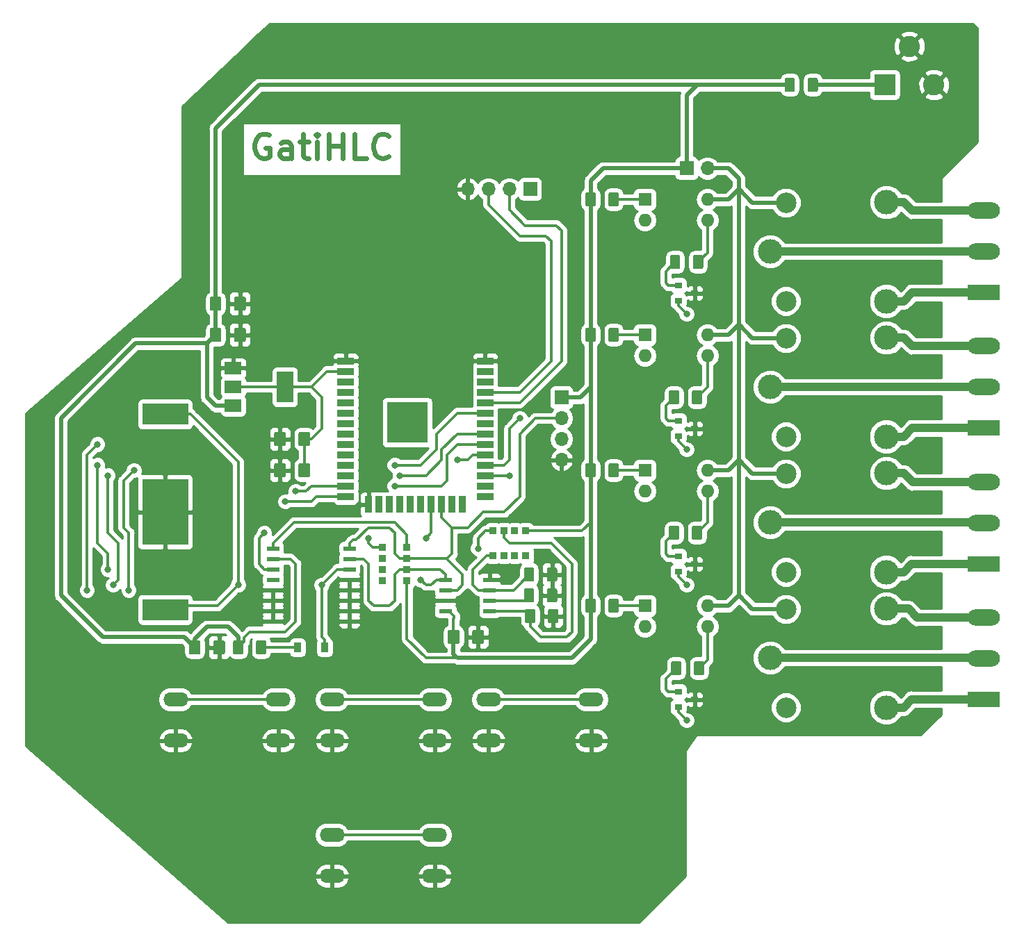
<source format=gbr>
G04 #@! TF.GenerationSoftware,KiCad,Pcbnew,5.0.2+dfsg1-1*
G04 #@! TF.CreationDate,2020-05-31T01:45:13+07:00*
G04 #@! TF.ProjectId,GatiHomeLampController,47617469-486f-46d6-954c-616d70436f6e,rev?*
G04 #@! TF.SameCoordinates,Original*
G04 #@! TF.FileFunction,Copper,L1,Top*
G04 #@! TF.FilePolarity,Positive*
%FSLAX46Y46*%
G04 Gerber Fmt 4.6, Leading zero omitted, Abs format (unit mm)*
G04 Created by KiCad (PCBNEW 5.0.2+dfsg1-1) date Sun 31 May 2020 01:45:13 AM WIB*
%MOMM*%
%LPD*%
G01*
G04 APERTURE LIST*
G04 #@! TA.AperFunction,NonConductor*
%ADD10C,0.600000*%
G04 #@! TD*
G04 #@! TA.AperFunction,ComponentPad*
%ADD11O,3.960000X1.980000*%
G04 #@! TD*
G04 #@! TA.AperFunction,ComponentPad*
%ADD12R,3.960000X1.980000*%
G04 #@! TD*
G04 #@! TA.AperFunction,SMDPad,CuDef*
%ADD13R,5.560000X8.000000*%
G04 #@! TD*
G04 #@! TA.AperFunction,SMDPad,CuDef*
%ADD14R,5.560000X2.600000*%
G04 #@! TD*
G04 #@! TA.AperFunction,Conductor*
%ADD15C,0.100000*%
G04 #@! TD*
G04 #@! TA.AperFunction,SMDPad,CuDef*
%ADD16C,1.425000*%
G04 #@! TD*
G04 #@! TA.AperFunction,SMDPad,CuDef*
%ADD17R,0.900000X1.200000*%
G04 #@! TD*
G04 #@! TA.AperFunction,SMDPad,CuDef*
%ADD18C,1.250000*%
G04 #@! TD*
G04 #@! TA.AperFunction,ComponentPad*
%ADD19O,1.700000X1.700000*%
G04 #@! TD*
G04 #@! TA.AperFunction,ComponentPad*
%ADD20R,1.700000X1.700000*%
G04 #@! TD*
G04 #@! TA.AperFunction,ComponentPad*
%ADD21R,2.600000X2.600000*%
G04 #@! TD*
G04 #@! TA.AperFunction,ComponentPad*
%ADD22C,2.600000*%
G04 #@! TD*
G04 #@! TA.AperFunction,ComponentPad*
%ADD23C,3.000000*%
G04 #@! TD*
G04 #@! TA.AperFunction,ComponentPad*
%ADD24C,2.500000*%
G04 #@! TD*
G04 #@! TA.AperFunction,SMDPad,CuDef*
%ADD25R,0.900000X0.800000*%
G04 #@! TD*
G04 #@! TA.AperFunction,SMDPad,CuDef*
%ADD26R,0.900000X0.900000*%
G04 #@! TD*
G04 #@! TA.AperFunction,ComponentPad*
%ADD27O,3.048000X1.727200*%
G04 #@! TD*
G04 #@! TA.AperFunction,SMDPad,CuDef*
%ADD28R,5.000000X5.000000*%
G04 #@! TD*
G04 #@! TA.AperFunction,SMDPad,CuDef*
%ADD29R,2.000000X0.900000*%
G04 #@! TD*
G04 #@! TA.AperFunction,SMDPad,CuDef*
%ADD30R,0.900000X2.000000*%
G04 #@! TD*
G04 #@! TA.AperFunction,SMDPad,CuDef*
%ADD31R,1.550000X0.600000*%
G04 #@! TD*
G04 #@! TA.AperFunction,SMDPad,CuDef*
%ADD32R,1.500000X0.600000*%
G04 #@! TD*
G04 #@! TA.AperFunction,SMDPad,CuDef*
%ADD33R,2.000000X3.800000*%
G04 #@! TD*
G04 #@! TA.AperFunction,SMDPad,CuDef*
%ADD34R,2.000000X1.500000*%
G04 #@! TD*
G04 #@! TA.AperFunction,ComponentPad*
%ADD35R,1.600000X1.600000*%
G04 #@! TD*
G04 #@! TA.AperFunction,ComponentPad*
%ADD36O,1.600000X1.600000*%
G04 #@! TD*
G04 #@! TA.AperFunction,ViaPad*
%ADD37C,0.800000*%
G04 #@! TD*
G04 #@! TA.AperFunction,Conductor*
%ADD38C,0.300000*%
G04 #@! TD*
G04 #@! TA.AperFunction,Conductor*
%ADD39C,0.500000*%
G04 #@! TD*
G04 #@! TA.AperFunction,Conductor*
%ADD40C,1.000000*%
G04 #@! TD*
G04 #@! TA.AperFunction,Conductor*
%ADD41C,0.254000*%
G04 #@! TD*
G04 APERTURE END LIST*
D10*
X100251428Y-40410000D02*
X99965714Y-40267142D01*
X99537142Y-40267142D01*
X99108571Y-40410000D01*
X98822857Y-40695714D01*
X98680000Y-40981428D01*
X98537142Y-41552857D01*
X98537142Y-41981428D01*
X98680000Y-42552857D01*
X98822857Y-42838571D01*
X99108571Y-43124285D01*
X99537142Y-43267142D01*
X99822857Y-43267142D01*
X100251428Y-43124285D01*
X100394285Y-42981428D01*
X100394285Y-41981428D01*
X99822857Y-41981428D01*
X102965714Y-43267142D02*
X102965714Y-41695714D01*
X102822857Y-41410000D01*
X102537142Y-41267142D01*
X101965714Y-41267142D01*
X101680000Y-41410000D01*
X102965714Y-43124285D02*
X102680000Y-43267142D01*
X101965714Y-43267142D01*
X101680000Y-43124285D01*
X101537142Y-42838571D01*
X101537142Y-42552857D01*
X101680000Y-42267142D01*
X101965714Y-42124285D01*
X102680000Y-42124285D01*
X102965714Y-41981428D01*
X103965714Y-41267142D02*
X105108571Y-41267142D01*
X104394285Y-40267142D02*
X104394285Y-42838571D01*
X104537142Y-43124285D01*
X104822857Y-43267142D01*
X105108571Y-43267142D01*
X106108571Y-43267142D02*
X106108571Y-41267142D01*
X106108571Y-40267142D02*
X105965714Y-40410000D01*
X106108571Y-40552857D01*
X106251428Y-40410000D01*
X106108571Y-40267142D01*
X106108571Y-40552857D01*
X107537142Y-43267142D02*
X107537142Y-40267142D01*
X107537142Y-41695714D02*
X109251428Y-41695714D01*
X109251428Y-43267142D02*
X109251428Y-40267142D01*
X112108571Y-43267142D02*
X110680000Y-43267142D01*
X110680000Y-40267142D01*
X114822857Y-42981428D02*
X114680000Y-43124285D01*
X114251428Y-43267142D01*
X113965714Y-43267142D01*
X113537142Y-43124285D01*
X113251428Y-42838571D01*
X113108571Y-42552857D01*
X112965714Y-41981428D01*
X112965714Y-41552857D01*
X113108571Y-40981428D01*
X113251428Y-40695714D01*
X113537142Y-40410000D01*
X113965714Y-40267142D01*
X114251428Y-40267142D01*
X114680000Y-40410000D01*
X114822857Y-40552857D01*
D11*
G04 #@! TO.P,J6,3*
G04 #@! TO.N,Net-(J6-Pad3)*
X187325000Y-82710000D03*
G04 #@! TO.P,J6,2*
G04 #@! TO.N,Net-(J6-Pad2)*
X187325000Y-87710000D03*
D12*
G04 #@! TO.P,J6,1*
G04 #@! TO.N,Net-(J6-Pad1)*
X187325000Y-92710000D03*
G04 #@! TD*
G04 #@! TO.P,J5,1*
G04 #@! TO.N,Net-(J5-Pad1)*
X187325000Y-76120000D03*
D11*
G04 #@! TO.P,J5,2*
G04 #@! TO.N,Net-(J5-Pad2)*
X187325000Y-71120000D03*
G04 #@! TO.P,J5,3*
G04 #@! TO.N,Net-(J5-Pad3)*
X187325000Y-66120000D03*
G04 #@! TD*
G04 #@! TO.P,J8,3*
G04 #@! TO.N,Net-(J8-Pad3)*
X187325000Y-49610000D03*
G04 #@! TO.P,J8,2*
G04 #@! TO.N,Net-(J8-Pad2)*
X187325000Y-54610000D03*
D12*
G04 #@! TO.P,J8,1*
G04 #@! TO.N,Net-(J8-Pad1)*
X187325000Y-59610000D03*
G04 #@! TD*
G04 #@! TO.P,J7,1*
G04 #@! TO.N,Net-(J7-Pad1)*
X187325000Y-109220000D03*
D11*
G04 #@! TO.P,J7,2*
G04 #@! TO.N,Net-(J7-Pad2)*
X187325000Y-104220000D03*
G04 #@! TO.P,J7,3*
G04 #@! TO.N,Net-(J7-Pad3)*
X187325000Y-99220000D03*
G04 #@! TD*
D13*
G04 #@! TO.P,BT1,2*
G04 #@! TO.N,GND*
X87630000Y-86360000D03*
D14*
G04 #@! TO.P,BT1,1*
G04 #@! TO.N,Net-(BT1-Pad1)*
X87630000Y-74455000D03*
X87630000Y-98265000D03*
G04 #@! TD*
D15*
G04 #@! TO.N,+5V*
G04 #@! TO.C,C1*
G36*
X91709504Y-101996204D02*
X91733773Y-101999804D01*
X91757571Y-102005765D01*
X91780671Y-102014030D01*
X91802849Y-102024520D01*
X91823893Y-102037133D01*
X91843598Y-102051747D01*
X91861777Y-102068223D01*
X91878253Y-102086402D01*
X91892867Y-102106107D01*
X91905480Y-102127151D01*
X91915970Y-102149329D01*
X91924235Y-102172429D01*
X91930196Y-102196227D01*
X91933796Y-102220496D01*
X91935000Y-102245000D01*
X91935000Y-103495000D01*
X91933796Y-103519504D01*
X91930196Y-103543773D01*
X91924235Y-103567571D01*
X91915970Y-103590671D01*
X91905480Y-103612849D01*
X91892867Y-103633893D01*
X91878253Y-103653598D01*
X91861777Y-103671777D01*
X91843598Y-103688253D01*
X91823893Y-103702867D01*
X91802849Y-103715480D01*
X91780671Y-103725970D01*
X91757571Y-103734235D01*
X91733773Y-103740196D01*
X91709504Y-103743796D01*
X91685000Y-103745000D01*
X90760000Y-103745000D01*
X90735496Y-103743796D01*
X90711227Y-103740196D01*
X90687429Y-103734235D01*
X90664329Y-103725970D01*
X90642151Y-103715480D01*
X90621107Y-103702867D01*
X90601402Y-103688253D01*
X90583223Y-103671777D01*
X90566747Y-103653598D01*
X90552133Y-103633893D01*
X90539520Y-103612849D01*
X90529030Y-103590671D01*
X90520765Y-103567571D01*
X90514804Y-103543773D01*
X90511204Y-103519504D01*
X90510000Y-103495000D01*
X90510000Y-102245000D01*
X90511204Y-102220496D01*
X90514804Y-102196227D01*
X90520765Y-102172429D01*
X90529030Y-102149329D01*
X90539520Y-102127151D01*
X90552133Y-102106107D01*
X90566747Y-102086402D01*
X90583223Y-102068223D01*
X90601402Y-102051747D01*
X90621107Y-102037133D01*
X90642151Y-102024520D01*
X90664329Y-102014030D01*
X90687429Y-102005765D01*
X90711227Y-101999804D01*
X90735496Y-101996204D01*
X90760000Y-101995000D01*
X91685000Y-101995000D01*
X91709504Y-101996204D01*
X91709504Y-101996204D01*
G37*
D16*
G04 #@! TD*
G04 #@! TO.P,C1,1*
G04 #@! TO.N,+5V*
X91222500Y-102870000D03*
D15*
G04 #@! TO.N,GND*
G04 #@! TO.C,C1*
G36*
X94684504Y-101996204D02*
X94708773Y-101999804D01*
X94732571Y-102005765D01*
X94755671Y-102014030D01*
X94777849Y-102024520D01*
X94798893Y-102037133D01*
X94818598Y-102051747D01*
X94836777Y-102068223D01*
X94853253Y-102086402D01*
X94867867Y-102106107D01*
X94880480Y-102127151D01*
X94890970Y-102149329D01*
X94899235Y-102172429D01*
X94905196Y-102196227D01*
X94908796Y-102220496D01*
X94910000Y-102245000D01*
X94910000Y-103495000D01*
X94908796Y-103519504D01*
X94905196Y-103543773D01*
X94899235Y-103567571D01*
X94890970Y-103590671D01*
X94880480Y-103612849D01*
X94867867Y-103633893D01*
X94853253Y-103653598D01*
X94836777Y-103671777D01*
X94818598Y-103688253D01*
X94798893Y-103702867D01*
X94777849Y-103715480D01*
X94755671Y-103725970D01*
X94732571Y-103734235D01*
X94708773Y-103740196D01*
X94684504Y-103743796D01*
X94660000Y-103745000D01*
X93735000Y-103745000D01*
X93710496Y-103743796D01*
X93686227Y-103740196D01*
X93662429Y-103734235D01*
X93639329Y-103725970D01*
X93617151Y-103715480D01*
X93596107Y-103702867D01*
X93576402Y-103688253D01*
X93558223Y-103671777D01*
X93541747Y-103653598D01*
X93527133Y-103633893D01*
X93514520Y-103612849D01*
X93504030Y-103590671D01*
X93495765Y-103567571D01*
X93489804Y-103543773D01*
X93486204Y-103519504D01*
X93485000Y-103495000D01*
X93485000Y-102245000D01*
X93486204Y-102220496D01*
X93489804Y-102196227D01*
X93495765Y-102172429D01*
X93504030Y-102149329D01*
X93514520Y-102127151D01*
X93527133Y-102106107D01*
X93541747Y-102086402D01*
X93558223Y-102068223D01*
X93576402Y-102051747D01*
X93596107Y-102037133D01*
X93617151Y-102024520D01*
X93639329Y-102014030D01*
X93662429Y-102005765D01*
X93686227Y-101999804D01*
X93710496Y-101996204D01*
X93735000Y-101995000D01*
X94660000Y-101995000D01*
X94684504Y-101996204D01*
X94684504Y-101996204D01*
G37*
D16*
G04 #@! TD*
G04 #@! TO.P,C1,2*
G04 #@! TO.N,GND*
X94197500Y-102870000D03*
D15*
G04 #@! TO.N,GND*
G04 #@! TO.C,C2*
G36*
X126217004Y-100726204D02*
X126241273Y-100729804D01*
X126265071Y-100735765D01*
X126288171Y-100744030D01*
X126310349Y-100754520D01*
X126331393Y-100767133D01*
X126351098Y-100781747D01*
X126369277Y-100798223D01*
X126385753Y-100816402D01*
X126400367Y-100836107D01*
X126412980Y-100857151D01*
X126423470Y-100879329D01*
X126431735Y-100902429D01*
X126437696Y-100926227D01*
X126441296Y-100950496D01*
X126442500Y-100975000D01*
X126442500Y-102225000D01*
X126441296Y-102249504D01*
X126437696Y-102273773D01*
X126431735Y-102297571D01*
X126423470Y-102320671D01*
X126412980Y-102342849D01*
X126400367Y-102363893D01*
X126385753Y-102383598D01*
X126369277Y-102401777D01*
X126351098Y-102418253D01*
X126331393Y-102432867D01*
X126310349Y-102445480D01*
X126288171Y-102455970D01*
X126265071Y-102464235D01*
X126241273Y-102470196D01*
X126217004Y-102473796D01*
X126192500Y-102475000D01*
X125267500Y-102475000D01*
X125242996Y-102473796D01*
X125218727Y-102470196D01*
X125194929Y-102464235D01*
X125171829Y-102455970D01*
X125149651Y-102445480D01*
X125128607Y-102432867D01*
X125108902Y-102418253D01*
X125090723Y-102401777D01*
X125074247Y-102383598D01*
X125059633Y-102363893D01*
X125047020Y-102342849D01*
X125036530Y-102320671D01*
X125028265Y-102297571D01*
X125022304Y-102273773D01*
X125018704Y-102249504D01*
X125017500Y-102225000D01*
X125017500Y-100975000D01*
X125018704Y-100950496D01*
X125022304Y-100926227D01*
X125028265Y-100902429D01*
X125036530Y-100879329D01*
X125047020Y-100857151D01*
X125059633Y-100836107D01*
X125074247Y-100816402D01*
X125090723Y-100798223D01*
X125108902Y-100781747D01*
X125128607Y-100767133D01*
X125149651Y-100754520D01*
X125171829Y-100744030D01*
X125194929Y-100735765D01*
X125218727Y-100729804D01*
X125242996Y-100726204D01*
X125267500Y-100725000D01*
X126192500Y-100725000D01*
X126217004Y-100726204D01*
X126217004Y-100726204D01*
G37*
D16*
G04 #@! TD*
G04 #@! TO.P,C2,2*
G04 #@! TO.N,GND*
X125730000Y-101600000D03*
D15*
G04 #@! TO.N,+5V*
G04 #@! TO.C,C2*
G36*
X123242004Y-100726204D02*
X123266273Y-100729804D01*
X123290071Y-100735765D01*
X123313171Y-100744030D01*
X123335349Y-100754520D01*
X123356393Y-100767133D01*
X123376098Y-100781747D01*
X123394277Y-100798223D01*
X123410753Y-100816402D01*
X123425367Y-100836107D01*
X123437980Y-100857151D01*
X123448470Y-100879329D01*
X123456735Y-100902429D01*
X123462696Y-100926227D01*
X123466296Y-100950496D01*
X123467500Y-100975000D01*
X123467500Y-102225000D01*
X123466296Y-102249504D01*
X123462696Y-102273773D01*
X123456735Y-102297571D01*
X123448470Y-102320671D01*
X123437980Y-102342849D01*
X123425367Y-102363893D01*
X123410753Y-102383598D01*
X123394277Y-102401777D01*
X123376098Y-102418253D01*
X123356393Y-102432867D01*
X123335349Y-102445480D01*
X123313171Y-102455970D01*
X123290071Y-102464235D01*
X123266273Y-102470196D01*
X123242004Y-102473796D01*
X123217500Y-102475000D01*
X122292500Y-102475000D01*
X122267996Y-102473796D01*
X122243727Y-102470196D01*
X122219929Y-102464235D01*
X122196829Y-102455970D01*
X122174651Y-102445480D01*
X122153607Y-102432867D01*
X122133902Y-102418253D01*
X122115723Y-102401777D01*
X122099247Y-102383598D01*
X122084633Y-102363893D01*
X122072020Y-102342849D01*
X122061530Y-102320671D01*
X122053265Y-102297571D01*
X122047304Y-102273773D01*
X122043704Y-102249504D01*
X122042500Y-102225000D01*
X122042500Y-100975000D01*
X122043704Y-100950496D01*
X122047304Y-100926227D01*
X122053265Y-100902429D01*
X122061530Y-100879329D01*
X122072020Y-100857151D01*
X122084633Y-100836107D01*
X122099247Y-100816402D01*
X122115723Y-100798223D01*
X122133902Y-100781747D01*
X122153607Y-100767133D01*
X122174651Y-100754520D01*
X122196829Y-100744030D01*
X122219929Y-100735765D01*
X122243727Y-100729804D01*
X122267996Y-100726204D01*
X122292500Y-100725000D01*
X123217500Y-100725000D01*
X123242004Y-100726204D01*
X123242004Y-100726204D01*
G37*
D16*
G04 #@! TD*
G04 #@! TO.P,C2,1*
G04 #@! TO.N,+5V*
X122755000Y-101600000D03*
D15*
G04 #@! TO.N,GND*
G04 #@! TO.C,C3*
G36*
X97224504Y-63896204D02*
X97248773Y-63899804D01*
X97272571Y-63905765D01*
X97295671Y-63914030D01*
X97317849Y-63924520D01*
X97338893Y-63937133D01*
X97358598Y-63951747D01*
X97376777Y-63968223D01*
X97393253Y-63986402D01*
X97407867Y-64006107D01*
X97420480Y-64027151D01*
X97430970Y-64049329D01*
X97439235Y-64072429D01*
X97445196Y-64096227D01*
X97448796Y-64120496D01*
X97450000Y-64145000D01*
X97450000Y-65395000D01*
X97448796Y-65419504D01*
X97445196Y-65443773D01*
X97439235Y-65467571D01*
X97430970Y-65490671D01*
X97420480Y-65512849D01*
X97407867Y-65533893D01*
X97393253Y-65553598D01*
X97376777Y-65571777D01*
X97358598Y-65588253D01*
X97338893Y-65602867D01*
X97317849Y-65615480D01*
X97295671Y-65625970D01*
X97272571Y-65634235D01*
X97248773Y-65640196D01*
X97224504Y-65643796D01*
X97200000Y-65645000D01*
X96275000Y-65645000D01*
X96250496Y-65643796D01*
X96226227Y-65640196D01*
X96202429Y-65634235D01*
X96179329Y-65625970D01*
X96157151Y-65615480D01*
X96136107Y-65602867D01*
X96116402Y-65588253D01*
X96098223Y-65571777D01*
X96081747Y-65553598D01*
X96067133Y-65533893D01*
X96054520Y-65512849D01*
X96044030Y-65490671D01*
X96035765Y-65467571D01*
X96029804Y-65443773D01*
X96026204Y-65419504D01*
X96025000Y-65395000D01*
X96025000Y-64145000D01*
X96026204Y-64120496D01*
X96029804Y-64096227D01*
X96035765Y-64072429D01*
X96044030Y-64049329D01*
X96054520Y-64027151D01*
X96067133Y-64006107D01*
X96081747Y-63986402D01*
X96098223Y-63968223D01*
X96116402Y-63951747D01*
X96136107Y-63937133D01*
X96157151Y-63924520D01*
X96179329Y-63914030D01*
X96202429Y-63905765D01*
X96226227Y-63899804D01*
X96250496Y-63896204D01*
X96275000Y-63895000D01*
X97200000Y-63895000D01*
X97224504Y-63896204D01*
X97224504Y-63896204D01*
G37*
D16*
G04 #@! TD*
G04 #@! TO.P,C3,2*
G04 #@! TO.N,GND*
X96737500Y-64770000D03*
D15*
G04 #@! TO.N,+5V*
G04 #@! TO.C,C3*
G36*
X94249504Y-63896204D02*
X94273773Y-63899804D01*
X94297571Y-63905765D01*
X94320671Y-63914030D01*
X94342849Y-63924520D01*
X94363893Y-63937133D01*
X94383598Y-63951747D01*
X94401777Y-63968223D01*
X94418253Y-63986402D01*
X94432867Y-64006107D01*
X94445480Y-64027151D01*
X94455970Y-64049329D01*
X94464235Y-64072429D01*
X94470196Y-64096227D01*
X94473796Y-64120496D01*
X94475000Y-64145000D01*
X94475000Y-65395000D01*
X94473796Y-65419504D01*
X94470196Y-65443773D01*
X94464235Y-65467571D01*
X94455970Y-65490671D01*
X94445480Y-65512849D01*
X94432867Y-65533893D01*
X94418253Y-65553598D01*
X94401777Y-65571777D01*
X94383598Y-65588253D01*
X94363893Y-65602867D01*
X94342849Y-65615480D01*
X94320671Y-65625970D01*
X94297571Y-65634235D01*
X94273773Y-65640196D01*
X94249504Y-65643796D01*
X94225000Y-65645000D01*
X93300000Y-65645000D01*
X93275496Y-65643796D01*
X93251227Y-65640196D01*
X93227429Y-65634235D01*
X93204329Y-65625970D01*
X93182151Y-65615480D01*
X93161107Y-65602867D01*
X93141402Y-65588253D01*
X93123223Y-65571777D01*
X93106747Y-65553598D01*
X93092133Y-65533893D01*
X93079520Y-65512849D01*
X93069030Y-65490671D01*
X93060765Y-65467571D01*
X93054804Y-65443773D01*
X93051204Y-65419504D01*
X93050000Y-65395000D01*
X93050000Y-64145000D01*
X93051204Y-64120496D01*
X93054804Y-64096227D01*
X93060765Y-64072429D01*
X93069030Y-64049329D01*
X93079520Y-64027151D01*
X93092133Y-64006107D01*
X93106747Y-63986402D01*
X93123223Y-63968223D01*
X93141402Y-63951747D01*
X93161107Y-63937133D01*
X93182151Y-63924520D01*
X93204329Y-63914030D01*
X93227429Y-63905765D01*
X93251227Y-63899804D01*
X93275496Y-63896204D01*
X93300000Y-63895000D01*
X94225000Y-63895000D01*
X94249504Y-63896204D01*
X94249504Y-63896204D01*
G37*
D16*
G04 #@! TD*
G04 #@! TO.P,C3,1*
G04 #@! TO.N,+5V*
X93762500Y-64770000D03*
D15*
G04 #@! TO.N,+5V*
G04 #@! TO.C,C4*
G36*
X94249504Y-60086204D02*
X94273773Y-60089804D01*
X94297571Y-60095765D01*
X94320671Y-60104030D01*
X94342849Y-60114520D01*
X94363893Y-60127133D01*
X94383598Y-60141747D01*
X94401777Y-60158223D01*
X94418253Y-60176402D01*
X94432867Y-60196107D01*
X94445480Y-60217151D01*
X94455970Y-60239329D01*
X94464235Y-60262429D01*
X94470196Y-60286227D01*
X94473796Y-60310496D01*
X94475000Y-60335000D01*
X94475000Y-61585000D01*
X94473796Y-61609504D01*
X94470196Y-61633773D01*
X94464235Y-61657571D01*
X94455970Y-61680671D01*
X94445480Y-61702849D01*
X94432867Y-61723893D01*
X94418253Y-61743598D01*
X94401777Y-61761777D01*
X94383598Y-61778253D01*
X94363893Y-61792867D01*
X94342849Y-61805480D01*
X94320671Y-61815970D01*
X94297571Y-61824235D01*
X94273773Y-61830196D01*
X94249504Y-61833796D01*
X94225000Y-61835000D01*
X93300000Y-61835000D01*
X93275496Y-61833796D01*
X93251227Y-61830196D01*
X93227429Y-61824235D01*
X93204329Y-61815970D01*
X93182151Y-61805480D01*
X93161107Y-61792867D01*
X93141402Y-61778253D01*
X93123223Y-61761777D01*
X93106747Y-61743598D01*
X93092133Y-61723893D01*
X93079520Y-61702849D01*
X93069030Y-61680671D01*
X93060765Y-61657571D01*
X93054804Y-61633773D01*
X93051204Y-61609504D01*
X93050000Y-61585000D01*
X93050000Y-60335000D01*
X93051204Y-60310496D01*
X93054804Y-60286227D01*
X93060765Y-60262429D01*
X93069030Y-60239329D01*
X93079520Y-60217151D01*
X93092133Y-60196107D01*
X93106747Y-60176402D01*
X93123223Y-60158223D01*
X93141402Y-60141747D01*
X93161107Y-60127133D01*
X93182151Y-60114520D01*
X93204329Y-60104030D01*
X93227429Y-60095765D01*
X93251227Y-60089804D01*
X93275496Y-60086204D01*
X93300000Y-60085000D01*
X94225000Y-60085000D01*
X94249504Y-60086204D01*
X94249504Y-60086204D01*
G37*
D16*
G04 #@! TD*
G04 #@! TO.P,C4,1*
G04 #@! TO.N,+5V*
X93762500Y-60960000D03*
D15*
G04 #@! TO.N,GND*
G04 #@! TO.C,C4*
G36*
X97224504Y-60086204D02*
X97248773Y-60089804D01*
X97272571Y-60095765D01*
X97295671Y-60104030D01*
X97317849Y-60114520D01*
X97338893Y-60127133D01*
X97358598Y-60141747D01*
X97376777Y-60158223D01*
X97393253Y-60176402D01*
X97407867Y-60196107D01*
X97420480Y-60217151D01*
X97430970Y-60239329D01*
X97439235Y-60262429D01*
X97445196Y-60286227D01*
X97448796Y-60310496D01*
X97450000Y-60335000D01*
X97450000Y-61585000D01*
X97448796Y-61609504D01*
X97445196Y-61633773D01*
X97439235Y-61657571D01*
X97430970Y-61680671D01*
X97420480Y-61702849D01*
X97407867Y-61723893D01*
X97393253Y-61743598D01*
X97376777Y-61761777D01*
X97358598Y-61778253D01*
X97338893Y-61792867D01*
X97317849Y-61805480D01*
X97295671Y-61815970D01*
X97272571Y-61824235D01*
X97248773Y-61830196D01*
X97224504Y-61833796D01*
X97200000Y-61835000D01*
X96275000Y-61835000D01*
X96250496Y-61833796D01*
X96226227Y-61830196D01*
X96202429Y-61824235D01*
X96179329Y-61815970D01*
X96157151Y-61805480D01*
X96136107Y-61792867D01*
X96116402Y-61778253D01*
X96098223Y-61761777D01*
X96081747Y-61743598D01*
X96067133Y-61723893D01*
X96054520Y-61702849D01*
X96044030Y-61680671D01*
X96035765Y-61657571D01*
X96029804Y-61633773D01*
X96026204Y-61609504D01*
X96025000Y-61585000D01*
X96025000Y-60335000D01*
X96026204Y-60310496D01*
X96029804Y-60286227D01*
X96035765Y-60262429D01*
X96044030Y-60239329D01*
X96054520Y-60217151D01*
X96067133Y-60196107D01*
X96081747Y-60176402D01*
X96098223Y-60158223D01*
X96116402Y-60141747D01*
X96136107Y-60127133D01*
X96157151Y-60114520D01*
X96179329Y-60104030D01*
X96202429Y-60095765D01*
X96226227Y-60089804D01*
X96250496Y-60086204D01*
X96275000Y-60085000D01*
X97200000Y-60085000D01*
X97224504Y-60086204D01*
X97224504Y-60086204D01*
G37*
D16*
G04 #@! TD*
G04 #@! TO.P,C4,2*
G04 #@! TO.N,GND*
X96737500Y-60960000D03*
D15*
G04 #@! TO.N,GND*
G04 #@! TO.C,C5*
G36*
X102087004Y-76596204D02*
X102111273Y-76599804D01*
X102135071Y-76605765D01*
X102158171Y-76614030D01*
X102180349Y-76624520D01*
X102201393Y-76637133D01*
X102221098Y-76651747D01*
X102239277Y-76668223D01*
X102255753Y-76686402D01*
X102270367Y-76706107D01*
X102282980Y-76727151D01*
X102293470Y-76749329D01*
X102301735Y-76772429D01*
X102307696Y-76796227D01*
X102311296Y-76820496D01*
X102312500Y-76845000D01*
X102312500Y-78095000D01*
X102311296Y-78119504D01*
X102307696Y-78143773D01*
X102301735Y-78167571D01*
X102293470Y-78190671D01*
X102282980Y-78212849D01*
X102270367Y-78233893D01*
X102255753Y-78253598D01*
X102239277Y-78271777D01*
X102221098Y-78288253D01*
X102201393Y-78302867D01*
X102180349Y-78315480D01*
X102158171Y-78325970D01*
X102135071Y-78334235D01*
X102111273Y-78340196D01*
X102087004Y-78343796D01*
X102062500Y-78345000D01*
X101137500Y-78345000D01*
X101112996Y-78343796D01*
X101088727Y-78340196D01*
X101064929Y-78334235D01*
X101041829Y-78325970D01*
X101019651Y-78315480D01*
X100998607Y-78302867D01*
X100978902Y-78288253D01*
X100960723Y-78271777D01*
X100944247Y-78253598D01*
X100929633Y-78233893D01*
X100917020Y-78212849D01*
X100906530Y-78190671D01*
X100898265Y-78167571D01*
X100892304Y-78143773D01*
X100888704Y-78119504D01*
X100887500Y-78095000D01*
X100887500Y-76845000D01*
X100888704Y-76820496D01*
X100892304Y-76796227D01*
X100898265Y-76772429D01*
X100906530Y-76749329D01*
X100917020Y-76727151D01*
X100929633Y-76706107D01*
X100944247Y-76686402D01*
X100960723Y-76668223D01*
X100978902Y-76651747D01*
X100998607Y-76637133D01*
X101019651Y-76624520D01*
X101041829Y-76614030D01*
X101064929Y-76605765D01*
X101088727Y-76599804D01*
X101112996Y-76596204D01*
X101137500Y-76595000D01*
X102062500Y-76595000D01*
X102087004Y-76596204D01*
X102087004Y-76596204D01*
G37*
D16*
G04 #@! TD*
G04 #@! TO.P,C5,2*
G04 #@! TO.N,GND*
X101600000Y-77470000D03*
D15*
G04 #@! TO.N,+3V3*
G04 #@! TO.C,C5*
G36*
X105062004Y-76596204D02*
X105086273Y-76599804D01*
X105110071Y-76605765D01*
X105133171Y-76614030D01*
X105155349Y-76624520D01*
X105176393Y-76637133D01*
X105196098Y-76651747D01*
X105214277Y-76668223D01*
X105230753Y-76686402D01*
X105245367Y-76706107D01*
X105257980Y-76727151D01*
X105268470Y-76749329D01*
X105276735Y-76772429D01*
X105282696Y-76796227D01*
X105286296Y-76820496D01*
X105287500Y-76845000D01*
X105287500Y-78095000D01*
X105286296Y-78119504D01*
X105282696Y-78143773D01*
X105276735Y-78167571D01*
X105268470Y-78190671D01*
X105257980Y-78212849D01*
X105245367Y-78233893D01*
X105230753Y-78253598D01*
X105214277Y-78271777D01*
X105196098Y-78288253D01*
X105176393Y-78302867D01*
X105155349Y-78315480D01*
X105133171Y-78325970D01*
X105110071Y-78334235D01*
X105086273Y-78340196D01*
X105062004Y-78343796D01*
X105037500Y-78345000D01*
X104112500Y-78345000D01*
X104087996Y-78343796D01*
X104063727Y-78340196D01*
X104039929Y-78334235D01*
X104016829Y-78325970D01*
X103994651Y-78315480D01*
X103973607Y-78302867D01*
X103953902Y-78288253D01*
X103935723Y-78271777D01*
X103919247Y-78253598D01*
X103904633Y-78233893D01*
X103892020Y-78212849D01*
X103881530Y-78190671D01*
X103873265Y-78167571D01*
X103867304Y-78143773D01*
X103863704Y-78119504D01*
X103862500Y-78095000D01*
X103862500Y-76845000D01*
X103863704Y-76820496D01*
X103867304Y-76796227D01*
X103873265Y-76772429D01*
X103881530Y-76749329D01*
X103892020Y-76727151D01*
X103904633Y-76706107D01*
X103919247Y-76686402D01*
X103935723Y-76668223D01*
X103953902Y-76651747D01*
X103973607Y-76637133D01*
X103994651Y-76624520D01*
X104016829Y-76614030D01*
X104039929Y-76605765D01*
X104063727Y-76599804D01*
X104087996Y-76596204D01*
X104112500Y-76595000D01*
X105037500Y-76595000D01*
X105062004Y-76596204D01*
X105062004Y-76596204D01*
G37*
D16*
G04 #@! TD*
G04 #@! TO.P,C5,1*
G04 #@! TO.N,+3V3*
X104575000Y-77470000D03*
D15*
G04 #@! TO.N,+3V3*
G04 #@! TO.C,C6*
G36*
X105062004Y-80406204D02*
X105086273Y-80409804D01*
X105110071Y-80415765D01*
X105133171Y-80424030D01*
X105155349Y-80434520D01*
X105176393Y-80447133D01*
X105196098Y-80461747D01*
X105214277Y-80478223D01*
X105230753Y-80496402D01*
X105245367Y-80516107D01*
X105257980Y-80537151D01*
X105268470Y-80559329D01*
X105276735Y-80582429D01*
X105282696Y-80606227D01*
X105286296Y-80630496D01*
X105287500Y-80655000D01*
X105287500Y-81905000D01*
X105286296Y-81929504D01*
X105282696Y-81953773D01*
X105276735Y-81977571D01*
X105268470Y-82000671D01*
X105257980Y-82022849D01*
X105245367Y-82043893D01*
X105230753Y-82063598D01*
X105214277Y-82081777D01*
X105196098Y-82098253D01*
X105176393Y-82112867D01*
X105155349Y-82125480D01*
X105133171Y-82135970D01*
X105110071Y-82144235D01*
X105086273Y-82150196D01*
X105062004Y-82153796D01*
X105037500Y-82155000D01*
X104112500Y-82155000D01*
X104087996Y-82153796D01*
X104063727Y-82150196D01*
X104039929Y-82144235D01*
X104016829Y-82135970D01*
X103994651Y-82125480D01*
X103973607Y-82112867D01*
X103953902Y-82098253D01*
X103935723Y-82081777D01*
X103919247Y-82063598D01*
X103904633Y-82043893D01*
X103892020Y-82022849D01*
X103881530Y-82000671D01*
X103873265Y-81977571D01*
X103867304Y-81953773D01*
X103863704Y-81929504D01*
X103862500Y-81905000D01*
X103862500Y-80655000D01*
X103863704Y-80630496D01*
X103867304Y-80606227D01*
X103873265Y-80582429D01*
X103881530Y-80559329D01*
X103892020Y-80537151D01*
X103904633Y-80516107D01*
X103919247Y-80496402D01*
X103935723Y-80478223D01*
X103953902Y-80461747D01*
X103973607Y-80447133D01*
X103994651Y-80434520D01*
X104016829Y-80424030D01*
X104039929Y-80415765D01*
X104063727Y-80409804D01*
X104087996Y-80406204D01*
X104112500Y-80405000D01*
X105037500Y-80405000D01*
X105062004Y-80406204D01*
X105062004Y-80406204D01*
G37*
D16*
G04 #@! TD*
G04 #@! TO.P,C6,1*
G04 #@! TO.N,+3V3*
X104575000Y-81280000D03*
D15*
G04 #@! TO.N,GND*
G04 #@! TO.C,C6*
G36*
X102087004Y-80406204D02*
X102111273Y-80409804D01*
X102135071Y-80415765D01*
X102158171Y-80424030D01*
X102180349Y-80434520D01*
X102201393Y-80447133D01*
X102221098Y-80461747D01*
X102239277Y-80478223D01*
X102255753Y-80496402D01*
X102270367Y-80516107D01*
X102282980Y-80537151D01*
X102293470Y-80559329D01*
X102301735Y-80582429D01*
X102307696Y-80606227D01*
X102311296Y-80630496D01*
X102312500Y-80655000D01*
X102312500Y-81905000D01*
X102311296Y-81929504D01*
X102307696Y-81953773D01*
X102301735Y-81977571D01*
X102293470Y-82000671D01*
X102282980Y-82022849D01*
X102270367Y-82043893D01*
X102255753Y-82063598D01*
X102239277Y-82081777D01*
X102221098Y-82098253D01*
X102201393Y-82112867D01*
X102180349Y-82125480D01*
X102158171Y-82135970D01*
X102135071Y-82144235D01*
X102111273Y-82150196D01*
X102087004Y-82153796D01*
X102062500Y-82155000D01*
X101137500Y-82155000D01*
X101112996Y-82153796D01*
X101088727Y-82150196D01*
X101064929Y-82144235D01*
X101041829Y-82135970D01*
X101019651Y-82125480D01*
X100998607Y-82112867D01*
X100978902Y-82098253D01*
X100960723Y-82081777D01*
X100944247Y-82063598D01*
X100929633Y-82043893D01*
X100917020Y-82022849D01*
X100906530Y-82000671D01*
X100898265Y-81977571D01*
X100892304Y-81953773D01*
X100888704Y-81929504D01*
X100887500Y-81905000D01*
X100887500Y-80655000D01*
X100888704Y-80630496D01*
X100892304Y-80606227D01*
X100898265Y-80582429D01*
X100906530Y-80559329D01*
X100917020Y-80537151D01*
X100929633Y-80516107D01*
X100944247Y-80496402D01*
X100960723Y-80478223D01*
X100978902Y-80461747D01*
X100998607Y-80447133D01*
X101019651Y-80434520D01*
X101041829Y-80424030D01*
X101064929Y-80415765D01*
X101088727Y-80409804D01*
X101112996Y-80406204D01*
X101137500Y-80405000D01*
X102062500Y-80405000D01*
X102087004Y-80406204D01*
X102087004Y-80406204D01*
G37*
D16*
G04 #@! TD*
G04 #@! TO.P,C6,2*
G04 #@! TO.N,GND*
X101600000Y-81280000D03*
D17*
G04 #@! TO.P,D1,1*
G04 #@! TO.N,Net-(BT1-Pad1)*
X107060000Y-102870000D03*
G04 #@! TO.P,D1,2*
G04 #@! TO.N,Net-(D1-Pad2)*
X103760000Y-102870000D03*
G04 #@! TD*
D15*
G04 #@! TO.N,+5V*
G04 #@! TO.C,F1*
G36*
X164099504Y-33416204D02*
X164123773Y-33419804D01*
X164147571Y-33425765D01*
X164170671Y-33434030D01*
X164192849Y-33444520D01*
X164213893Y-33457133D01*
X164233598Y-33471747D01*
X164251777Y-33488223D01*
X164268253Y-33506402D01*
X164282867Y-33526107D01*
X164295480Y-33547151D01*
X164305970Y-33569329D01*
X164314235Y-33592429D01*
X164320196Y-33616227D01*
X164323796Y-33640496D01*
X164325000Y-33665000D01*
X164325000Y-34915000D01*
X164323796Y-34939504D01*
X164320196Y-34963773D01*
X164314235Y-34987571D01*
X164305970Y-35010671D01*
X164295480Y-35032849D01*
X164282867Y-35053893D01*
X164268253Y-35073598D01*
X164251777Y-35091777D01*
X164233598Y-35108253D01*
X164213893Y-35122867D01*
X164192849Y-35135480D01*
X164170671Y-35145970D01*
X164147571Y-35154235D01*
X164123773Y-35160196D01*
X164099504Y-35163796D01*
X164075000Y-35165000D01*
X163325000Y-35165000D01*
X163300496Y-35163796D01*
X163276227Y-35160196D01*
X163252429Y-35154235D01*
X163229329Y-35145970D01*
X163207151Y-35135480D01*
X163186107Y-35122867D01*
X163166402Y-35108253D01*
X163148223Y-35091777D01*
X163131747Y-35073598D01*
X163117133Y-35053893D01*
X163104520Y-35032849D01*
X163094030Y-35010671D01*
X163085765Y-34987571D01*
X163079804Y-34963773D01*
X163076204Y-34939504D01*
X163075000Y-34915000D01*
X163075000Y-33665000D01*
X163076204Y-33640496D01*
X163079804Y-33616227D01*
X163085765Y-33592429D01*
X163094030Y-33569329D01*
X163104520Y-33547151D01*
X163117133Y-33526107D01*
X163131747Y-33506402D01*
X163148223Y-33488223D01*
X163166402Y-33471747D01*
X163186107Y-33457133D01*
X163207151Y-33444520D01*
X163229329Y-33434030D01*
X163252429Y-33425765D01*
X163276227Y-33419804D01*
X163300496Y-33416204D01*
X163325000Y-33415000D01*
X164075000Y-33415000D01*
X164099504Y-33416204D01*
X164099504Y-33416204D01*
G37*
D18*
G04 #@! TD*
G04 #@! TO.P,F1,1*
G04 #@! TO.N,+5V*
X163700000Y-34290000D03*
D15*
G04 #@! TO.N,Net-(F1-Pad2)*
G04 #@! TO.C,F1*
G36*
X166899504Y-33416204D02*
X166923773Y-33419804D01*
X166947571Y-33425765D01*
X166970671Y-33434030D01*
X166992849Y-33444520D01*
X167013893Y-33457133D01*
X167033598Y-33471747D01*
X167051777Y-33488223D01*
X167068253Y-33506402D01*
X167082867Y-33526107D01*
X167095480Y-33547151D01*
X167105970Y-33569329D01*
X167114235Y-33592429D01*
X167120196Y-33616227D01*
X167123796Y-33640496D01*
X167125000Y-33665000D01*
X167125000Y-34915000D01*
X167123796Y-34939504D01*
X167120196Y-34963773D01*
X167114235Y-34987571D01*
X167105970Y-35010671D01*
X167095480Y-35032849D01*
X167082867Y-35053893D01*
X167068253Y-35073598D01*
X167051777Y-35091777D01*
X167033598Y-35108253D01*
X167013893Y-35122867D01*
X166992849Y-35135480D01*
X166970671Y-35145970D01*
X166947571Y-35154235D01*
X166923773Y-35160196D01*
X166899504Y-35163796D01*
X166875000Y-35165000D01*
X166125000Y-35165000D01*
X166100496Y-35163796D01*
X166076227Y-35160196D01*
X166052429Y-35154235D01*
X166029329Y-35145970D01*
X166007151Y-35135480D01*
X165986107Y-35122867D01*
X165966402Y-35108253D01*
X165948223Y-35091777D01*
X165931747Y-35073598D01*
X165917133Y-35053893D01*
X165904520Y-35032849D01*
X165894030Y-35010671D01*
X165885765Y-34987571D01*
X165879804Y-34963773D01*
X165876204Y-34939504D01*
X165875000Y-34915000D01*
X165875000Y-33665000D01*
X165876204Y-33640496D01*
X165879804Y-33616227D01*
X165885765Y-33592429D01*
X165894030Y-33569329D01*
X165904520Y-33547151D01*
X165917133Y-33526107D01*
X165931747Y-33506402D01*
X165948223Y-33488223D01*
X165966402Y-33471747D01*
X165986107Y-33457133D01*
X166007151Y-33444520D01*
X166029329Y-33434030D01*
X166052429Y-33425765D01*
X166076227Y-33419804D01*
X166100496Y-33416204D01*
X166125000Y-33415000D01*
X166875000Y-33415000D01*
X166899504Y-33416204D01*
X166899504Y-33416204D01*
G37*
D18*
G04 #@! TD*
G04 #@! TO.P,F1,2*
G04 #@! TO.N,Net-(F1-Pad2)*
X166500000Y-34290000D03*
D19*
G04 #@! TO.P,J1,4*
G04 #@! TO.N,GND*
X135890000Y-80010000D03*
G04 #@! TO.P,J1,3*
G04 #@! TO.N,SDA*
X135890000Y-77470000D03*
G04 #@! TO.P,J1,2*
G04 #@! TO.N,SCL*
X135890000Y-74930000D03*
D20*
G04 #@! TO.P,J1,1*
G04 #@! TO.N,+5V*
X135890000Y-72390000D03*
G04 #@! TD*
G04 #@! TO.P,J2,1*
G04 #@! TO.N,Net-(J2-Pad1)*
X132080000Y-46990000D03*
D19*
G04 #@! TO.P,J2,2*
G04 #@! TO.N,RX*
X129540000Y-46990000D03*
G04 #@! TO.P,J2,3*
G04 #@! TO.N,TX*
X127000000Y-46990000D03*
G04 #@! TO.P,J2,4*
G04 #@! TO.N,GND*
X124460000Y-46990000D03*
G04 #@! TD*
D21*
G04 #@! TO.P,J3,1*
G04 #@! TO.N,Net-(F1-Pad2)*
X175260000Y-34290000D03*
D22*
G04 #@! TO.P,J3,2*
G04 #@! TO.N,GND*
X181260000Y-34290000D03*
G04 #@! TO.P,J3,3*
X178260000Y-29590000D03*
G04 #@! TD*
D20*
G04 #@! TO.P,J4,1*
G04 #@! TO.N,+5V*
X151130000Y-44450000D03*
D19*
G04 #@! TO.P,J4,2*
G04 #@! TO.N,/JD_VCC*
X153670000Y-44450000D03*
G04 #@! TD*
D23*
G04 #@! TO.P,K1,1*
G04 #@! TO.N,Net-(J8-Pad2)*
X161290000Y-54610000D03*
D24*
G04 #@! TO.P,K1,5*
G04 #@! TO.N,/JD_VCC*
X163240000Y-48660000D03*
D23*
G04 #@! TO.P,K1,4*
G04 #@! TO.N,Net-(J8-Pad3)*
X175490000Y-48610000D03*
G04 #@! TO.P,K1,3*
G04 #@! TO.N,Net-(J8-Pad1)*
X175440000Y-60660000D03*
D24*
G04 #@! TO.P,K1,2*
G04 #@! TO.N,Net-(K1-Pad2)*
X163240000Y-60660000D03*
G04 #@! TD*
G04 #@! TO.P,K2,2*
G04 #@! TO.N,Net-(K2-Pad2)*
X163240000Y-77170000D03*
D23*
G04 #@! TO.P,K2,3*
G04 #@! TO.N,Net-(J5-Pad1)*
X175440000Y-77170000D03*
G04 #@! TO.P,K2,4*
G04 #@! TO.N,Net-(J5-Pad3)*
X175490000Y-65120000D03*
D24*
G04 #@! TO.P,K2,5*
G04 #@! TO.N,/JD_VCC*
X163240000Y-65170000D03*
D23*
G04 #@! TO.P,K2,1*
G04 #@! TO.N,Net-(J5-Pad2)*
X161290000Y-71120000D03*
G04 #@! TD*
G04 #@! TO.P,K3,1*
G04 #@! TO.N,Net-(J6-Pad2)*
X161290000Y-87630000D03*
D24*
G04 #@! TO.P,K3,5*
G04 #@! TO.N,/JD_VCC*
X163240000Y-81680000D03*
D23*
G04 #@! TO.P,K3,4*
G04 #@! TO.N,Net-(J6-Pad3)*
X175490000Y-81630000D03*
G04 #@! TO.P,K3,3*
G04 #@! TO.N,Net-(J6-Pad1)*
X175440000Y-93680000D03*
D24*
G04 #@! TO.P,K3,2*
G04 #@! TO.N,Net-(K3-Pad2)*
X163240000Y-93680000D03*
G04 #@! TD*
G04 #@! TO.P,K4,2*
G04 #@! TO.N,Net-(K4-Pad2)*
X163240000Y-110190000D03*
D23*
G04 #@! TO.P,K4,3*
G04 #@! TO.N,Net-(J7-Pad1)*
X175440000Y-110190000D03*
G04 #@! TO.P,K4,4*
G04 #@! TO.N,Net-(J7-Pad3)*
X175490000Y-98140000D03*
D24*
G04 #@! TO.P,K4,5*
G04 #@! TO.N,/JD_VCC*
X163240000Y-98190000D03*
D23*
G04 #@! TO.P,K4,1*
G04 #@! TO.N,Net-(J7-Pad2)*
X161290000Y-104140000D03*
G04 #@! TD*
D25*
G04 #@! TO.P,Q1,1*
G04 #@! TO.N,Net-(Q1-Pad1)*
X150130000Y-75250000D03*
G04 #@! TO.P,Q1,2*
G04 #@! TO.N,Net-(K2-Pad2)*
X150130000Y-77150000D03*
G04 #@! TO.P,Q1,3*
G04 #@! TO.N,GND*
X152130000Y-76200000D03*
G04 #@! TD*
G04 #@! TO.P,Q2,3*
G04 #@! TO.N,GND*
X152130000Y-92710000D03*
G04 #@! TO.P,Q2,2*
G04 #@! TO.N,Net-(K3-Pad2)*
X150130000Y-93660000D03*
G04 #@! TO.P,Q2,1*
G04 #@! TO.N,Net-(Q2-Pad1)*
X150130000Y-91760000D03*
G04 #@! TD*
G04 #@! TO.P,Q3,1*
G04 #@! TO.N,Net-(Q3-Pad1)*
X150130000Y-108270000D03*
G04 #@! TO.P,Q3,2*
G04 #@! TO.N,Net-(K4-Pad2)*
X150130000Y-110170000D03*
G04 #@! TO.P,Q3,3*
G04 #@! TO.N,GND*
X152130000Y-109220000D03*
G04 #@! TD*
G04 #@! TO.P,Q4,3*
G04 #@! TO.N,GND*
X152130000Y-59690000D03*
G04 #@! TO.P,Q4,2*
G04 #@! TO.N,Net-(K1-Pad2)*
X150130000Y-60640000D03*
G04 #@! TO.P,Q4,1*
G04 #@! TO.N,Net-(Q4-Pad1)*
X150130000Y-58740000D03*
G04 #@! TD*
D15*
G04 #@! TO.N,GND*
G04 #@! TO.C,R1*
G36*
X135279504Y-98186204D02*
X135303773Y-98189804D01*
X135327571Y-98195765D01*
X135350671Y-98204030D01*
X135372849Y-98214520D01*
X135393893Y-98227133D01*
X135413598Y-98241747D01*
X135431777Y-98258223D01*
X135448253Y-98276402D01*
X135462867Y-98296107D01*
X135475480Y-98317151D01*
X135485970Y-98339329D01*
X135494235Y-98362429D01*
X135500196Y-98386227D01*
X135503796Y-98410496D01*
X135505000Y-98435000D01*
X135505000Y-99685000D01*
X135503796Y-99709504D01*
X135500196Y-99733773D01*
X135494235Y-99757571D01*
X135485970Y-99780671D01*
X135475480Y-99802849D01*
X135462867Y-99823893D01*
X135448253Y-99843598D01*
X135431777Y-99861777D01*
X135413598Y-99878253D01*
X135393893Y-99892867D01*
X135372849Y-99905480D01*
X135350671Y-99915970D01*
X135327571Y-99924235D01*
X135303773Y-99930196D01*
X135279504Y-99933796D01*
X135255000Y-99935000D01*
X134505000Y-99935000D01*
X134480496Y-99933796D01*
X134456227Y-99930196D01*
X134432429Y-99924235D01*
X134409329Y-99915970D01*
X134387151Y-99905480D01*
X134366107Y-99892867D01*
X134346402Y-99878253D01*
X134328223Y-99861777D01*
X134311747Y-99843598D01*
X134297133Y-99823893D01*
X134284520Y-99802849D01*
X134274030Y-99780671D01*
X134265765Y-99757571D01*
X134259804Y-99733773D01*
X134256204Y-99709504D01*
X134255000Y-99685000D01*
X134255000Y-98435000D01*
X134256204Y-98410496D01*
X134259804Y-98386227D01*
X134265765Y-98362429D01*
X134274030Y-98339329D01*
X134284520Y-98317151D01*
X134297133Y-98296107D01*
X134311747Y-98276402D01*
X134328223Y-98258223D01*
X134346402Y-98241747D01*
X134366107Y-98227133D01*
X134387151Y-98214520D01*
X134409329Y-98204030D01*
X134432429Y-98195765D01*
X134456227Y-98189804D01*
X134480496Y-98186204D01*
X134505000Y-98185000D01*
X135255000Y-98185000D01*
X135279504Y-98186204D01*
X135279504Y-98186204D01*
G37*
D18*
G04 #@! TD*
G04 #@! TO.P,R1,2*
G04 #@! TO.N,GND*
X134880000Y-99060000D03*
D15*
G04 #@! TO.N,Net-(R1-Pad1)*
G04 #@! TO.C,R1*
G36*
X132479504Y-98186204D02*
X132503773Y-98189804D01*
X132527571Y-98195765D01*
X132550671Y-98204030D01*
X132572849Y-98214520D01*
X132593893Y-98227133D01*
X132613598Y-98241747D01*
X132631777Y-98258223D01*
X132648253Y-98276402D01*
X132662867Y-98296107D01*
X132675480Y-98317151D01*
X132685970Y-98339329D01*
X132694235Y-98362429D01*
X132700196Y-98386227D01*
X132703796Y-98410496D01*
X132705000Y-98435000D01*
X132705000Y-99685000D01*
X132703796Y-99709504D01*
X132700196Y-99733773D01*
X132694235Y-99757571D01*
X132685970Y-99780671D01*
X132675480Y-99802849D01*
X132662867Y-99823893D01*
X132648253Y-99843598D01*
X132631777Y-99861777D01*
X132613598Y-99878253D01*
X132593893Y-99892867D01*
X132572849Y-99905480D01*
X132550671Y-99915970D01*
X132527571Y-99924235D01*
X132503773Y-99930196D01*
X132479504Y-99933796D01*
X132455000Y-99935000D01*
X131705000Y-99935000D01*
X131680496Y-99933796D01*
X131656227Y-99930196D01*
X131632429Y-99924235D01*
X131609329Y-99915970D01*
X131587151Y-99905480D01*
X131566107Y-99892867D01*
X131546402Y-99878253D01*
X131528223Y-99861777D01*
X131511747Y-99843598D01*
X131497133Y-99823893D01*
X131484520Y-99802849D01*
X131474030Y-99780671D01*
X131465765Y-99757571D01*
X131459804Y-99733773D01*
X131456204Y-99709504D01*
X131455000Y-99685000D01*
X131455000Y-98435000D01*
X131456204Y-98410496D01*
X131459804Y-98386227D01*
X131465765Y-98362429D01*
X131474030Y-98339329D01*
X131484520Y-98317151D01*
X131497133Y-98296107D01*
X131511747Y-98276402D01*
X131528223Y-98258223D01*
X131546402Y-98241747D01*
X131566107Y-98227133D01*
X131587151Y-98214520D01*
X131609329Y-98204030D01*
X131632429Y-98195765D01*
X131656227Y-98189804D01*
X131680496Y-98186204D01*
X131705000Y-98185000D01*
X132455000Y-98185000D01*
X132479504Y-98186204D01*
X132479504Y-98186204D01*
G37*
D18*
G04 #@! TD*
G04 #@! TO.P,R1,1*
G04 #@! TO.N,Net-(R1-Pad1)*
X132080000Y-99060000D03*
D15*
G04 #@! TO.N,Net-(R2-Pad1)*
G04 #@! TO.C,R2*
G36*
X132349504Y-95646204D02*
X132373773Y-95649804D01*
X132397571Y-95655765D01*
X132420671Y-95664030D01*
X132442849Y-95674520D01*
X132463893Y-95687133D01*
X132483598Y-95701747D01*
X132501777Y-95718223D01*
X132518253Y-95736402D01*
X132532867Y-95756107D01*
X132545480Y-95777151D01*
X132555970Y-95799329D01*
X132564235Y-95822429D01*
X132570196Y-95846227D01*
X132573796Y-95870496D01*
X132575000Y-95895000D01*
X132575000Y-97145000D01*
X132573796Y-97169504D01*
X132570196Y-97193773D01*
X132564235Y-97217571D01*
X132555970Y-97240671D01*
X132545480Y-97262849D01*
X132532867Y-97283893D01*
X132518253Y-97303598D01*
X132501777Y-97321777D01*
X132483598Y-97338253D01*
X132463893Y-97352867D01*
X132442849Y-97365480D01*
X132420671Y-97375970D01*
X132397571Y-97384235D01*
X132373773Y-97390196D01*
X132349504Y-97393796D01*
X132325000Y-97395000D01*
X131575000Y-97395000D01*
X131550496Y-97393796D01*
X131526227Y-97390196D01*
X131502429Y-97384235D01*
X131479329Y-97375970D01*
X131457151Y-97365480D01*
X131436107Y-97352867D01*
X131416402Y-97338253D01*
X131398223Y-97321777D01*
X131381747Y-97303598D01*
X131367133Y-97283893D01*
X131354520Y-97262849D01*
X131344030Y-97240671D01*
X131335765Y-97217571D01*
X131329804Y-97193773D01*
X131326204Y-97169504D01*
X131325000Y-97145000D01*
X131325000Y-95895000D01*
X131326204Y-95870496D01*
X131329804Y-95846227D01*
X131335765Y-95822429D01*
X131344030Y-95799329D01*
X131354520Y-95777151D01*
X131367133Y-95756107D01*
X131381747Y-95736402D01*
X131398223Y-95718223D01*
X131416402Y-95701747D01*
X131436107Y-95687133D01*
X131457151Y-95674520D01*
X131479329Y-95664030D01*
X131502429Y-95655765D01*
X131526227Y-95649804D01*
X131550496Y-95646204D01*
X131575000Y-95645000D01*
X132325000Y-95645000D01*
X132349504Y-95646204D01*
X132349504Y-95646204D01*
G37*
D18*
G04 #@! TD*
G04 #@! TO.P,R2,1*
G04 #@! TO.N,Net-(R2-Pad1)*
X131950000Y-96520000D03*
D15*
G04 #@! TO.N,GND*
G04 #@! TO.C,R2*
G36*
X135149504Y-95646204D02*
X135173773Y-95649804D01*
X135197571Y-95655765D01*
X135220671Y-95664030D01*
X135242849Y-95674520D01*
X135263893Y-95687133D01*
X135283598Y-95701747D01*
X135301777Y-95718223D01*
X135318253Y-95736402D01*
X135332867Y-95756107D01*
X135345480Y-95777151D01*
X135355970Y-95799329D01*
X135364235Y-95822429D01*
X135370196Y-95846227D01*
X135373796Y-95870496D01*
X135375000Y-95895000D01*
X135375000Y-97145000D01*
X135373796Y-97169504D01*
X135370196Y-97193773D01*
X135364235Y-97217571D01*
X135355970Y-97240671D01*
X135345480Y-97262849D01*
X135332867Y-97283893D01*
X135318253Y-97303598D01*
X135301777Y-97321777D01*
X135283598Y-97338253D01*
X135263893Y-97352867D01*
X135242849Y-97365480D01*
X135220671Y-97375970D01*
X135197571Y-97384235D01*
X135173773Y-97390196D01*
X135149504Y-97393796D01*
X135125000Y-97395000D01*
X134375000Y-97395000D01*
X134350496Y-97393796D01*
X134326227Y-97390196D01*
X134302429Y-97384235D01*
X134279329Y-97375970D01*
X134257151Y-97365480D01*
X134236107Y-97352867D01*
X134216402Y-97338253D01*
X134198223Y-97321777D01*
X134181747Y-97303598D01*
X134167133Y-97283893D01*
X134154520Y-97262849D01*
X134144030Y-97240671D01*
X134135765Y-97217571D01*
X134129804Y-97193773D01*
X134126204Y-97169504D01*
X134125000Y-97145000D01*
X134125000Y-95895000D01*
X134126204Y-95870496D01*
X134129804Y-95846227D01*
X134135765Y-95822429D01*
X134144030Y-95799329D01*
X134154520Y-95777151D01*
X134167133Y-95756107D01*
X134181747Y-95736402D01*
X134198223Y-95718223D01*
X134216402Y-95701747D01*
X134236107Y-95687133D01*
X134257151Y-95674520D01*
X134279329Y-95664030D01*
X134302429Y-95655765D01*
X134326227Y-95649804D01*
X134350496Y-95646204D01*
X134375000Y-95645000D01*
X135125000Y-95645000D01*
X135149504Y-95646204D01*
X135149504Y-95646204D01*
G37*
D18*
G04 #@! TD*
G04 #@! TO.P,R2,2*
G04 #@! TO.N,GND*
X134750000Y-96520000D03*
D15*
G04 #@! TO.N,GND*
G04 #@! TO.C,R3*
G36*
X135149504Y-93106204D02*
X135173773Y-93109804D01*
X135197571Y-93115765D01*
X135220671Y-93124030D01*
X135242849Y-93134520D01*
X135263893Y-93147133D01*
X135283598Y-93161747D01*
X135301777Y-93178223D01*
X135318253Y-93196402D01*
X135332867Y-93216107D01*
X135345480Y-93237151D01*
X135355970Y-93259329D01*
X135364235Y-93282429D01*
X135370196Y-93306227D01*
X135373796Y-93330496D01*
X135375000Y-93355000D01*
X135375000Y-94605000D01*
X135373796Y-94629504D01*
X135370196Y-94653773D01*
X135364235Y-94677571D01*
X135355970Y-94700671D01*
X135345480Y-94722849D01*
X135332867Y-94743893D01*
X135318253Y-94763598D01*
X135301777Y-94781777D01*
X135283598Y-94798253D01*
X135263893Y-94812867D01*
X135242849Y-94825480D01*
X135220671Y-94835970D01*
X135197571Y-94844235D01*
X135173773Y-94850196D01*
X135149504Y-94853796D01*
X135125000Y-94855000D01*
X134375000Y-94855000D01*
X134350496Y-94853796D01*
X134326227Y-94850196D01*
X134302429Y-94844235D01*
X134279329Y-94835970D01*
X134257151Y-94825480D01*
X134236107Y-94812867D01*
X134216402Y-94798253D01*
X134198223Y-94781777D01*
X134181747Y-94763598D01*
X134167133Y-94743893D01*
X134154520Y-94722849D01*
X134144030Y-94700671D01*
X134135765Y-94677571D01*
X134129804Y-94653773D01*
X134126204Y-94629504D01*
X134125000Y-94605000D01*
X134125000Y-93355000D01*
X134126204Y-93330496D01*
X134129804Y-93306227D01*
X134135765Y-93282429D01*
X134144030Y-93259329D01*
X134154520Y-93237151D01*
X134167133Y-93216107D01*
X134181747Y-93196402D01*
X134198223Y-93178223D01*
X134216402Y-93161747D01*
X134236107Y-93147133D01*
X134257151Y-93134520D01*
X134279329Y-93124030D01*
X134302429Y-93115765D01*
X134326227Y-93109804D01*
X134350496Y-93106204D01*
X134375000Y-93105000D01*
X135125000Y-93105000D01*
X135149504Y-93106204D01*
X135149504Y-93106204D01*
G37*
D18*
G04 #@! TD*
G04 #@! TO.P,R3,2*
G04 #@! TO.N,GND*
X134750000Y-93980000D03*
D15*
G04 #@! TO.N,Net-(R3-Pad1)*
G04 #@! TO.C,R3*
G36*
X132349504Y-93106204D02*
X132373773Y-93109804D01*
X132397571Y-93115765D01*
X132420671Y-93124030D01*
X132442849Y-93134520D01*
X132463893Y-93147133D01*
X132483598Y-93161747D01*
X132501777Y-93178223D01*
X132518253Y-93196402D01*
X132532867Y-93216107D01*
X132545480Y-93237151D01*
X132555970Y-93259329D01*
X132564235Y-93282429D01*
X132570196Y-93306227D01*
X132573796Y-93330496D01*
X132575000Y-93355000D01*
X132575000Y-94605000D01*
X132573796Y-94629504D01*
X132570196Y-94653773D01*
X132564235Y-94677571D01*
X132555970Y-94700671D01*
X132545480Y-94722849D01*
X132532867Y-94743893D01*
X132518253Y-94763598D01*
X132501777Y-94781777D01*
X132483598Y-94798253D01*
X132463893Y-94812867D01*
X132442849Y-94825480D01*
X132420671Y-94835970D01*
X132397571Y-94844235D01*
X132373773Y-94850196D01*
X132349504Y-94853796D01*
X132325000Y-94855000D01*
X131575000Y-94855000D01*
X131550496Y-94853796D01*
X131526227Y-94850196D01*
X131502429Y-94844235D01*
X131479329Y-94835970D01*
X131457151Y-94825480D01*
X131436107Y-94812867D01*
X131416402Y-94798253D01*
X131398223Y-94781777D01*
X131381747Y-94763598D01*
X131367133Y-94743893D01*
X131354520Y-94722849D01*
X131344030Y-94700671D01*
X131335765Y-94677571D01*
X131329804Y-94653773D01*
X131326204Y-94629504D01*
X131325000Y-94605000D01*
X131325000Y-93355000D01*
X131326204Y-93330496D01*
X131329804Y-93306227D01*
X131335765Y-93282429D01*
X131344030Y-93259329D01*
X131354520Y-93237151D01*
X131367133Y-93216107D01*
X131381747Y-93196402D01*
X131398223Y-93178223D01*
X131416402Y-93161747D01*
X131436107Y-93147133D01*
X131457151Y-93134520D01*
X131479329Y-93124030D01*
X131502429Y-93115765D01*
X131526227Y-93109804D01*
X131550496Y-93106204D01*
X131575000Y-93105000D01*
X132325000Y-93105000D01*
X132349504Y-93106204D01*
X132349504Y-93106204D01*
G37*
D18*
G04 #@! TD*
G04 #@! TO.P,R3,1*
G04 #@! TO.N,Net-(R3-Pad1)*
X131950000Y-93980000D03*
D15*
G04 #@! TO.N,+5V*
G04 #@! TO.C,R4*
G36*
X96919504Y-101996204D02*
X96943773Y-101999804D01*
X96967571Y-102005765D01*
X96990671Y-102014030D01*
X97012849Y-102024520D01*
X97033893Y-102037133D01*
X97053598Y-102051747D01*
X97071777Y-102068223D01*
X97088253Y-102086402D01*
X97102867Y-102106107D01*
X97115480Y-102127151D01*
X97125970Y-102149329D01*
X97134235Y-102172429D01*
X97140196Y-102196227D01*
X97143796Y-102220496D01*
X97145000Y-102245000D01*
X97145000Y-103495000D01*
X97143796Y-103519504D01*
X97140196Y-103543773D01*
X97134235Y-103567571D01*
X97125970Y-103590671D01*
X97115480Y-103612849D01*
X97102867Y-103633893D01*
X97088253Y-103653598D01*
X97071777Y-103671777D01*
X97053598Y-103688253D01*
X97033893Y-103702867D01*
X97012849Y-103715480D01*
X96990671Y-103725970D01*
X96967571Y-103734235D01*
X96943773Y-103740196D01*
X96919504Y-103743796D01*
X96895000Y-103745000D01*
X96145000Y-103745000D01*
X96120496Y-103743796D01*
X96096227Y-103740196D01*
X96072429Y-103734235D01*
X96049329Y-103725970D01*
X96027151Y-103715480D01*
X96006107Y-103702867D01*
X95986402Y-103688253D01*
X95968223Y-103671777D01*
X95951747Y-103653598D01*
X95937133Y-103633893D01*
X95924520Y-103612849D01*
X95914030Y-103590671D01*
X95905765Y-103567571D01*
X95899804Y-103543773D01*
X95896204Y-103519504D01*
X95895000Y-103495000D01*
X95895000Y-102245000D01*
X95896204Y-102220496D01*
X95899804Y-102196227D01*
X95905765Y-102172429D01*
X95914030Y-102149329D01*
X95924520Y-102127151D01*
X95937133Y-102106107D01*
X95951747Y-102086402D01*
X95968223Y-102068223D01*
X95986402Y-102051747D01*
X96006107Y-102037133D01*
X96027151Y-102024520D01*
X96049329Y-102014030D01*
X96072429Y-102005765D01*
X96096227Y-101999804D01*
X96120496Y-101996204D01*
X96145000Y-101995000D01*
X96895000Y-101995000D01*
X96919504Y-101996204D01*
X96919504Y-101996204D01*
G37*
D18*
G04 #@! TD*
G04 #@! TO.P,R4,2*
G04 #@! TO.N,+5V*
X96520000Y-102870000D03*
D15*
G04 #@! TO.N,Net-(D1-Pad2)*
G04 #@! TO.C,R4*
G36*
X99719504Y-101996204D02*
X99743773Y-101999804D01*
X99767571Y-102005765D01*
X99790671Y-102014030D01*
X99812849Y-102024520D01*
X99833893Y-102037133D01*
X99853598Y-102051747D01*
X99871777Y-102068223D01*
X99888253Y-102086402D01*
X99902867Y-102106107D01*
X99915480Y-102127151D01*
X99925970Y-102149329D01*
X99934235Y-102172429D01*
X99940196Y-102196227D01*
X99943796Y-102220496D01*
X99945000Y-102245000D01*
X99945000Y-103495000D01*
X99943796Y-103519504D01*
X99940196Y-103543773D01*
X99934235Y-103567571D01*
X99925970Y-103590671D01*
X99915480Y-103612849D01*
X99902867Y-103633893D01*
X99888253Y-103653598D01*
X99871777Y-103671777D01*
X99853598Y-103688253D01*
X99833893Y-103702867D01*
X99812849Y-103715480D01*
X99790671Y-103725970D01*
X99767571Y-103734235D01*
X99743773Y-103740196D01*
X99719504Y-103743796D01*
X99695000Y-103745000D01*
X98945000Y-103745000D01*
X98920496Y-103743796D01*
X98896227Y-103740196D01*
X98872429Y-103734235D01*
X98849329Y-103725970D01*
X98827151Y-103715480D01*
X98806107Y-103702867D01*
X98786402Y-103688253D01*
X98768223Y-103671777D01*
X98751747Y-103653598D01*
X98737133Y-103633893D01*
X98724520Y-103612849D01*
X98714030Y-103590671D01*
X98705765Y-103567571D01*
X98699804Y-103543773D01*
X98696204Y-103519504D01*
X98695000Y-103495000D01*
X98695000Y-102245000D01*
X98696204Y-102220496D01*
X98699804Y-102196227D01*
X98705765Y-102172429D01*
X98714030Y-102149329D01*
X98724520Y-102127151D01*
X98737133Y-102106107D01*
X98751747Y-102086402D01*
X98768223Y-102068223D01*
X98786402Y-102051747D01*
X98806107Y-102037133D01*
X98827151Y-102024520D01*
X98849329Y-102014030D01*
X98872429Y-102005765D01*
X98896227Y-101999804D01*
X98920496Y-101996204D01*
X98945000Y-101995000D01*
X99695000Y-101995000D01*
X99719504Y-101996204D01*
X99719504Y-101996204D01*
G37*
D18*
G04 #@! TD*
G04 #@! TO.P,R4,1*
G04 #@! TO.N,Net-(D1-Pad2)*
X99320000Y-102870000D03*
D15*
G04 #@! TO.N,Net-(R5-Pad2)*
G04 #@! TO.C,R5*
G36*
X142639504Y-47386204D02*
X142663773Y-47389804D01*
X142687571Y-47395765D01*
X142710671Y-47404030D01*
X142732849Y-47414520D01*
X142753893Y-47427133D01*
X142773598Y-47441747D01*
X142791777Y-47458223D01*
X142808253Y-47476402D01*
X142822867Y-47496107D01*
X142835480Y-47517151D01*
X142845970Y-47539329D01*
X142854235Y-47562429D01*
X142860196Y-47586227D01*
X142863796Y-47610496D01*
X142865000Y-47635000D01*
X142865000Y-48885000D01*
X142863796Y-48909504D01*
X142860196Y-48933773D01*
X142854235Y-48957571D01*
X142845970Y-48980671D01*
X142835480Y-49002849D01*
X142822867Y-49023893D01*
X142808253Y-49043598D01*
X142791777Y-49061777D01*
X142773598Y-49078253D01*
X142753893Y-49092867D01*
X142732849Y-49105480D01*
X142710671Y-49115970D01*
X142687571Y-49124235D01*
X142663773Y-49130196D01*
X142639504Y-49133796D01*
X142615000Y-49135000D01*
X141865000Y-49135000D01*
X141840496Y-49133796D01*
X141816227Y-49130196D01*
X141792429Y-49124235D01*
X141769329Y-49115970D01*
X141747151Y-49105480D01*
X141726107Y-49092867D01*
X141706402Y-49078253D01*
X141688223Y-49061777D01*
X141671747Y-49043598D01*
X141657133Y-49023893D01*
X141644520Y-49002849D01*
X141634030Y-48980671D01*
X141625765Y-48957571D01*
X141619804Y-48933773D01*
X141616204Y-48909504D01*
X141615000Y-48885000D01*
X141615000Y-47635000D01*
X141616204Y-47610496D01*
X141619804Y-47586227D01*
X141625765Y-47562429D01*
X141634030Y-47539329D01*
X141644520Y-47517151D01*
X141657133Y-47496107D01*
X141671747Y-47476402D01*
X141688223Y-47458223D01*
X141706402Y-47441747D01*
X141726107Y-47427133D01*
X141747151Y-47414520D01*
X141769329Y-47404030D01*
X141792429Y-47395765D01*
X141816227Y-47389804D01*
X141840496Y-47386204D01*
X141865000Y-47385000D01*
X142615000Y-47385000D01*
X142639504Y-47386204D01*
X142639504Y-47386204D01*
G37*
D18*
G04 #@! TD*
G04 #@! TO.P,R5,2*
G04 #@! TO.N,Net-(R5-Pad2)*
X142240000Y-48260000D03*
D15*
G04 #@! TO.N,+5V*
G04 #@! TO.C,R5*
G36*
X139839504Y-47386204D02*
X139863773Y-47389804D01*
X139887571Y-47395765D01*
X139910671Y-47404030D01*
X139932849Y-47414520D01*
X139953893Y-47427133D01*
X139973598Y-47441747D01*
X139991777Y-47458223D01*
X140008253Y-47476402D01*
X140022867Y-47496107D01*
X140035480Y-47517151D01*
X140045970Y-47539329D01*
X140054235Y-47562429D01*
X140060196Y-47586227D01*
X140063796Y-47610496D01*
X140065000Y-47635000D01*
X140065000Y-48885000D01*
X140063796Y-48909504D01*
X140060196Y-48933773D01*
X140054235Y-48957571D01*
X140045970Y-48980671D01*
X140035480Y-49002849D01*
X140022867Y-49023893D01*
X140008253Y-49043598D01*
X139991777Y-49061777D01*
X139973598Y-49078253D01*
X139953893Y-49092867D01*
X139932849Y-49105480D01*
X139910671Y-49115970D01*
X139887571Y-49124235D01*
X139863773Y-49130196D01*
X139839504Y-49133796D01*
X139815000Y-49135000D01*
X139065000Y-49135000D01*
X139040496Y-49133796D01*
X139016227Y-49130196D01*
X138992429Y-49124235D01*
X138969329Y-49115970D01*
X138947151Y-49105480D01*
X138926107Y-49092867D01*
X138906402Y-49078253D01*
X138888223Y-49061777D01*
X138871747Y-49043598D01*
X138857133Y-49023893D01*
X138844520Y-49002849D01*
X138834030Y-48980671D01*
X138825765Y-48957571D01*
X138819804Y-48933773D01*
X138816204Y-48909504D01*
X138815000Y-48885000D01*
X138815000Y-47635000D01*
X138816204Y-47610496D01*
X138819804Y-47586227D01*
X138825765Y-47562429D01*
X138834030Y-47539329D01*
X138844520Y-47517151D01*
X138857133Y-47496107D01*
X138871747Y-47476402D01*
X138888223Y-47458223D01*
X138906402Y-47441747D01*
X138926107Y-47427133D01*
X138947151Y-47414520D01*
X138969329Y-47404030D01*
X138992429Y-47395765D01*
X139016227Y-47389804D01*
X139040496Y-47386204D01*
X139065000Y-47385000D01*
X139815000Y-47385000D01*
X139839504Y-47386204D01*
X139839504Y-47386204D01*
G37*
D18*
G04 #@! TD*
G04 #@! TO.P,R5,1*
G04 #@! TO.N,+5V*
X139440000Y-48260000D03*
D15*
G04 #@! TO.N,+5V*
G04 #@! TO.C,R6*
G36*
X139839504Y-63896204D02*
X139863773Y-63899804D01*
X139887571Y-63905765D01*
X139910671Y-63914030D01*
X139932849Y-63924520D01*
X139953893Y-63937133D01*
X139973598Y-63951747D01*
X139991777Y-63968223D01*
X140008253Y-63986402D01*
X140022867Y-64006107D01*
X140035480Y-64027151D01*
X140045970Y-64049329D01*
X140054235Y-64072429D01*
X140060196Y-64096227D01*
X140063796Y-64120496D01*
X140065000Y-64145000D01*
X140065000Y-65395000D01*
X140063796Y-65419504D01*
X140060196Y-65443773D01*
X140054235Y-65467571D01*
X140045970Y-65490671D01*
X140035480Y-65512849D01*
X140022867Y-65533893D01*
X140008253Y-65553598D01*
X139991777Y-65571777D01*
X139973598Y-65588253D01*
X139953893Y-65602867D01*
X139932849Y-65615480D01*
X139910671Y-65625970D01*
X139887571Y-65634235D01*
X139863773Y-65640196D01*
X139839504Y-65643796D01*
X139815000Y-65645000D01*
X139065000Y-65645000D01*
X139040496Y-65643796D01*
X139016227Y-65640196D01*
X138992429Y-65634235D01*
X138969329Y-65625970D01*
X138947151Y-65615480D01*
X138926107Y-65602867D01*
X138906402Y-65588253D01*
X138888223Y-65571777D01*
X138871747Y-65553598D01*
X138857133Y-65533893D01*
X138844520Y-65512849D01*
X138834030Y-65490671D01*
X138825765Y-65467571D01*
X138819804Y-65443773D01*
X138816204Y-65419504D01*
X138815000Y-65395000D01*
X138815000Y-64145000D01*
X138816204Y-64120496D01*
X138819804Y-64096227D01*
X138825765Y-64072429D01*
X138834030Y-64049329D01*
X138844520Y-64027151D01*
X138857133Y-64006107D01*
X138871747Y-63986402D01*
X138888223Y-63968223D01*
X138906402Y-63951747D01*
X138926107Y-63937133D01*
X138947151Y-63924520D01*
X138969329Y-63914030D01*
X138992429Y-63905765D01*
X139016227Y-63899804D01*
X139040496Y-63896204D01*
X139065000Y-63895000D01*
X139815000Y-63895000D01*
X139839504Y-63896204D01*
X139839504Y-63896204D01*
G37*
D18*
G04 #@! TD*
G04 #@! TO.P,R6,1*
G04 #@! TO.N,+5V*
X139440000Y-64770000D03*
D15*
G04 #@! TO.N,Net-(R6-Pad2)*
G04 #@! TO.C,R6*
G36*
X142639504Y-63896204D02*
X142663773Y-63899804D01*
X142687571Y-63905765D01*
X142710671Y-63914030D01*
X142732849Y-63924520D01*
X142753893Y-63937133D01*
X142773598Y-63951747D01*
X142791777Y-63968223D01*
X142808253Y-63986402D01*
X142822867Y-64006107D01*
X142835480Y-64027151D01*
X142845970Y-64049329D01*
X142854235Y-64072429D01*
X142860196Y-64096227D01*
X142863796Y-64120496D01*
X142865000Y-64145000D01*
X142865000Y-65395000D01*
X142863796Y-65419504D01*
X142860196Y-65443773D01*
X142854235Y-65467571D01*
X142845970Y-65490671D01*
X142835480Y-65512849D01*
X142822867Y-65533893D01*
X142808253Y-65553598D01*
X142791777Y-65571777D01*
X142773598Y-65588253D01*
X142753893Y-65602867D01*
X142732849Y-65615480D01*
X142710671Y-65625970D01*
X142687571Y-65634235D01*
X142663773Y-65640196D01*
X142639504Y-65643796D01*
X142615000Y-65645000D01*
X141865000Y-65645000D01*
X141840496Y-65643796D01*
X141816227Y-65640196D01*
X141792429Y-65634235D01*
X141769329Y-65625970D01*
X141747151Y-65615480D01*
X141726107Y-65602867D01*
X141706402Y-65588253D01*
X141688223Y-65571777D01*
X141671747Y-65553598D01*
X141657133Y-65533893D01*
X141644520Y-65512849D01*
X141634030Y-65490671D01*
X141625765Y-65467571D01*
X141619804Y-65443773D01*
X141616204Y-65419504D01*
X141615000Y-65395000D01*
X141615000Y-64145000D01*
X141616204Y-64120496D01*
X141619804Y-64096227D01*
X141625765Y-64072429D01*
X141634030Y-64049329D01*
X141644520Y-64027151D01*
X141657133Y-64006107D01*
X141671747Y-63986402D01*
X141688223Y-63968223D01*
X141706402Y-63951747D01*
X141726107Y-63937133D01*
X141747151Y-63924520D01*
X141769329Y-63914030D01*
X141792429Y-63905765D01*
X141816227Y-63899804D01*
X141840496Y-63896204D01*
X141865000Y-63895000D01*
X142615000Y-63895000D01*
X142639504Y-63896204D01*
X142639504Y-63896204D01*
G37*
D18*
G04 #@! TD*
G04 #@! TO.P,R6,2*
G04 #@! TO.N,Net-(R6-Pad2)*
X142240000Y-64770000D03*
D15*
G04 #@! TO.N,+5V*
G04 #@! TO.C,R7*
G36*
X139839504Y-80406204D02*
X139863773Y-80409804D01*
X139887571Y-80415765D01*
X139910671Y-80424030D01*
X139932849Y-80434520D01*
X139953893Y-80447133D01*
X139973598Y-80461747D01*
X139991777Y-80478223D01*
X140008253Y-80496402D01*
X140022867Y-80516107D01*
X140035480Y-80537151D01*
X140045970Y-80559329D01*
X140054235Y-80582429D01*
X140060196Y-80606227D01*
X140063796Y-80630496D01*
X140065000Y-80655000D01*
X140065000Y-81905000D01*
X140063796Y-81929504D01*
X140060196Y-81953773D01*
X140054235Y-81977571D01*
X140045970Y-82000671D01*
X140035480Y-82022849D01*
X140022867Y-82043893D01*
X140008253Y-82063598D01*
X139991777Y-82081777D01*
X139973598Y-82098253D01*
X139953893Y-82112867D01*
X139932849Y-82125480D01*
X139910671Y-82135970D01*
X139887571Y-82144235D01*
X139863773Y-82150196D01*
X139839504Y-82153796D01*
X139815000Y-82155000D01*
X139065000Y-82155000D01*
X139040496Y-82153796D01*
X139016227Y-82150196D01*
X138992429Y-82144235D01*
X138969329Y-82135970D01*
X138947151Y-82125480D01*
X138926107Y-82112867D01*
X138906402Y-82098253D01*
X138888223Y-82081777D01*
X138871747Y-82063598D01*
X138857133Y-82043893D01*
X138844520Y-82022849D01*
X138834030Y-82000671D01*
X138825765Y-81977571D01*
X138819804Y-81953773D01*
X138816204Y-81929504D01*
X138815000Y-81905000D01*
X138815000Y-80655000D01*
X138816204Y-80630496D01*
X138819804Y-80606227D01*
X138825765Y-80582429D01*
X138834030Y-80559329D01*
X138844520Y-80537151D01*
X138857133Y-80516107D01*
X138871747Y-80496402D01*
X138888223Y-80478223D01*
X138906402Y-80461747D01*
X138926107Y-80447133D01*
X138947151Y-80434520D01*
X138969329Y-80424030D01*
X138992429Y-80415765D01*
X139016227Y-80409804D01*
X139040496Y-80406204D01*
X139065000Y-80405000D01*
X139815000Y-80405000D01*
X139839504Y-80406204D01*
X139839504Y-80406204D01*
G37*
D18*
G04 #@! TD*
G04 #@! TO.P,R7,1*
G04 #@! TO.N,+5V*
X139440000Y-81280000D03*
D15*
G04 #@! TO.N,Net-(R7-Pad2)*
G04 #@! TO.C,R7*
G36*
X142639504Y-80406204D02*
X142663773Y-80409804D01*
X142687571Y-80415765D01*
X142710671Y-80424030D01*
X142732849Y-80434520D01*
X142753893Y-80447133D01*
X142773598Y-80461747D01*
X142791777Y-80478223D01*
X142808253Y-80496402D01*
X142822867Y-80516107D01*
X142835480Y-80537151D01*
X142845970Y-80559329D01*
X142854235Y-80582429D01*
X142860196Y-80606227D01*
X142863796Y-80630496D01*
X142865000Y-80655000D01*
X142865000Y-81905000D01*
X142863796Y-81929504D01*
X142860196Y-81953773D01*
X142854235Y-81977571D01*
X142845970Y-82000671D01*
X142835480Y-82022849D01*
X142822867Y-82043893D01*
X142808253Y-82063598D01*
X142791777Y-82081777D01*
X142773598Y-82098253D01*
X142753893Y-82112867D01*
X142732849Y-82125480D01*
X142710671Y-82135970D01*
X142687571Y-82144235D01*
X142663773Y-82150196D01*
X142639504Y-82153796D01*
X142615000Y-82155000D01*
X141865000Y-82155000D01*
X141840496Y-82153796D01*
X141816227Y-82150196D01*
X141792429Y-82144235D01*
X141769329Y-82135970D01*
X141747151Y-82125480D01*
X141726107Y-82112867D01*
X141706402Y-82098253D01*
X141688223Y-82081777D01*
X141671747Y-82063598D01*
X141657133Y-82043893D01*
X141644520Y-82022849D01*
X141634030Y-82000671D01*
X141625765Y-81977571D01*
X141619804Y-81953773D01*
X141616204Y-81929504D01*
X141615000Y-81905000D01*
X141615000Y-80655000D01*
X141616204Y-80630496D01*
X141619804Y-80606227D01*
X141625765Y-80582429D01*
X141634030Y-80559329D01*
X141644520Y-80537151D01*
X141657133Y-80516107D01*
X141671747Y-80496402D01*
X141688223Y-80478223D01*
X141706402Y-80461747D01*
X141726107Y-80447133D01*
X141747151Y-80434520D01*
X141769329Y-80424030D01*
X141792429Y-80415765D01*
X141816227Y-80409804D01*
X141840496Y-80406204D01*
X141865000Y-80405000D01*
X142615000Y-80405000D01*
X142639504Y-80406204D01*
X142639504Y-80406204D01*
G37*
D18*
G04 #@! TD*
G04 #@! TO.P,R7,2*
G04 #@! TO.N,Net-(R7-Pad2)*
X142240000Y-81280000D03*
D15*
G04 #@! TO.N,Net-(R8-Pad2)*
G04 #@! TO.C,R8*
G36*
X142639504Y-96916204D02*
X142663773Y-96919804D01*
X142687571Y-96925765D01*
X142710671Y-96934030D01*
X142732849Y-96944520D01*
X142753893Y-96957133D01*
X142773598Y-96971747D01*
X142791777Y-96988223D01*
X142808253Y-97006402D01*
X142822867Y-97026107D01*
X142835480Y-97047151D01*
X142845970Y-97069329D01*
X142854235Y-97092429D01*
X142860196Y-97116227D01*
X142863796Y-97140496D01*
X142865000Y-97165000D01*
X142865000Y-98415000D01*
X142863796Y-98439504D01*
X142860196Y-98463773D01*
X142854235Y-98487571D01*
X142845970Y-98510671D01*
X142835480Y-98532849D01*
X142822867Y-98553893D01*
X142808253Y-98573598D01*
X142791777Y-98591777D01*
X142773598Y-98608253D01*
X142753893Y-98622867D01*
X142732849Y-98635480D01*
X142710671Y-98645970D01*
X142687571Y-98654235D01*
X142663773Y-98660196D01*
X142639504Y-98663796D01*
X142615000Y-98665000D01*
X141865000Y-98665000D01*
X141840496Y-98663796D01*
X141816227Y-98660196D01*
X141792429Y-98654235D01*
X141769329Y-98645970D01*
X141747151Y-98635480D01*
X141726107Y-98622867D01*
X141706402Y-98608253D01*
X141688223Y-98591777D01*
X141671747Y-98573598D01*
X141657133Y-98553893D01*
X141644520Y-98532849D01*
X141634030Y-98510671D01*
X141625765Y-98487571D01*
X141619804Y-98463773D01*
X141616204Y-98439504D01*
X141615000Y-98415000D01*
X141615000Y-97165000D01*
X141616204Y-97140496D01*
X141619804Y-97116227D01*
X141625765Y-97092429D01*
X141634030Y-97069329D01*
X141644520Y-97047151D01*
X141657133Y-97026107D01*
X141671747Y-97006402D01*
X141688223Y-96988223D01*
X141706402Y-96971747D01*
X141726107Y-96957133D01*
X141747151Y-96944520D01*
X141769329Y-96934030D01*
X141792429Y-96925765D01*
X141816227Y-96919804D01*
X141840496Y-96916204D01*
X141865000Y-96915000D01*
X142615000Y-96915000D01*
X142639504Y-96916204D01*
X142639504Y-96916204D01*
G37*
D18*
G04 #@! TD*
G04 #@! TO.P,R8,2*
G04 #@! TO.N,Net-(R8-Pad2)*
X142240000Y-97790000D03*
D15*
G04 #@! TO.N,+5V*
G04 #@! TO.C,R8*
G36*
X139839504Y-96916204D02*
X139863773Y-96919804D01*
X139887571Y-96925765D01*
X139910671Y-96934030D01*
X139932849Y-96944520D01*
X139953893Y-96957133D01*
X139973598Y-96971747D01*
X139991777Y-96988223D01*
X140008253Y-97006402D01*
X140022867Y-97026107D01*
X140035480Y-97047151D01*
X140045970Y-97069329D01*
X140054235Y-97092429D01*
X140060196Y-97116227D01*
X140063796Y-97140496D01*
X140065000Y-97165000D01*
X140065000Y-98415000D01*
X140063796Y-98439504D01*
X140060196Y-98463773D01*
X140054235Y-98487571D01*
X140045970Y-98510671D01*
X140035480Y-98532849D01*
X140022867Y-98553893D01*
X140008253Y-98573598D01*
X139991777Y-98591777D01*
X139973598Y-98608253D01*
X139953893Y-98622867D01*
X139932849Y-98635480D01*
X139910671Y-98645970D01*
X139887571Y-98654235D01*
X139863773Y-98660196D01*
X139839504Y-98663796D01*
X139815000Y-98665000D01*
X139065000Y-98665000D01*
X139040496Y-98663796D01*
X139016227Y-98660196D01*
X138992429Y-98654235D01*
X138969329Y-98645970D01*
X138947151Y-98635480D01*
X138926107Y-98622867D01*
X138906402Y-98608253D01*
X138888223Y-98591777D01*
X138871747Y-98573598D01*
X138857133Y-98553893D01*
X138844520Y-98532849D01*
X138834030Y-98510671D01*
X138825765Y-98487571D01*
X138819804Y-98463773D01*
X138816204Y-98439504D01*
X138815000Y-98415000D01*
X138815000Y-97165000D01*
X138816204Y-97140496D01*
X138819804Y-97116227D01*
X138825765Y-97092429D01*
X138834030Y-97069329D01*
X138844520Y-97047151D01*
X138857133Y-97026107D01*
X138871747Y-97006402D01*
X138888223Y-96988223D01*
X138906402Y-96971747D01*
X138926107Y-96957133D01*
X138947151Y-96944520D01*
X138969329Y-96934030D01*
X138992429Y-96925765D01*
X139016227Y-96919804D01*
X139040496Y-96916204D01*
X139065000Y-96915000D01*
X139815000Y-96915000D01*
X139839504Y-96916204D01*
X139839504Y-96916204D01*
G37*
D18*
G04 #@! TD*
G04 #@! TO.P,R8,1*
G04 #@! TO.N,+5V*
X139440000Y-97790000D03*
D15*
G04 #@! TO.N,Net-(Q1-Pad1)*
G04 #@! TO.C,R9*
G36*
X149999504Y-71516204D02*
X150023773Y-71519804D01*
X150047571Y-71525765D01*
X150070671Y-71534030D01*
X150092849Y-71544520D01*
X150113893Y-71557133D01*
X150133598Y-71571747D01*
X150151777Y-71588223D01*
X150168253Y-71606402D01*
X150182867Y-71626107D01*
X150195480Y-71647151D01*
X150205970Y-71669329D01*
X150214235Y-71692429D01*
X150220196Y-71716227D01*
X150223796Y-71740496D01*
X150225000Y-71765000D01*
X150225000Y-73015000D01*
X150223796Y-73039504D01*
X150220196Y-73063773D01*
X150214235Y-73087571D01*
X150205970Y-73110671D01*
X150195480Y-73132849D01*
X150182867Y-73153893D01*
X150168253Y-73173598D01*
X150151777Y-73191777D01*
X150133598Y-73208253D01*
X150113893Y-73222867D01*
X150092849Y-73235480D01*
X150070671Y-73245970D01*
X150047571Y-73254235D01*
X150023773Y-73260196D01*
X149999504Y-73263796D01*
X149975000Y-73265000D01*
X149225000Y-73265000D01*
X149200496Y-73263796D01*
X149176227Y-73260196D01*
X149152429Y-73254235D01*
X149129329Y-73245970D01*
X149107151Y-73235480D01*
X149086107Y-73222867D01*
X149066402Y-73208253D01*
X149048223Y-73191777D01*
X149031747Y-73173598D01*
X149017133Y-73153893D01*
X149004520Y-73132849D01*
X148994030Y-73110671D01*
X148985765Y-73087571D01*
X148979804Y-73063773D01*
X148976204Y-73039504D01*
X148975000Y-73015000D01*
X148975000Y-71765000D01*
X148976204Y-71740496D01*
X148979804Y-71716227D01*
X148985765Y-71692429D01*
X148994030Y-71669329D01*
X149004520Y-71647151D01*
X149017133Y-71626107D01*
X149031747Y-71606402D01*
X149048223Y-71588223D01*
X149066402Y-71571747D01*
X149086107Y-71557133D01*
X149107151Y-71544520D01*
X149129329Y-71534030D01*
X149152429Y-71525765D01*
X149176227Y-71519804D01*
X149200496Y-71516204D01*
X149225000Y-71515000D01*
X149975000Y-71515000D01*
X149999504Y-71516204D01*
X149999504Y-71516204D01*
G37*
D18*
G04 #@! TD*
G04 #@! TO.P,R9,1*
G04 #@! TO.N,Net-(Q1-Pad1)*
X149600000Y-72390000D03*
D15*
G04 #@! TO.N,Net-(R9-Pad2)*
G04 #@! TO.C,R9*
G36*
X152799504Y-71516204D02*
X152823773Y-71519804D01*
X152847571Y-71525765D01*
X152870671Y-71534030D01*
X152892849Y-71544520D01*
X152913893Y-71557133D01*
X152933598Y-71571747D01*
X152951777Y-71588223D01*
X152968253Y-71606402D01*
X152982867Y-71626107D01*
X152995480Y-71647151D01*
X153005970Y-71669329D01*
X153014235Y-71692429D01*
X153020196Y-71716227D01*
X153023796Y-71740496D01*
X153025000Y-71765000D01*
X153025000Y-73015000D01*
X153023796Y-73039504D01*
X153020196Y-73063773D01*
X153014235Y-73087571D01*
X153005970Y-73110671D01*
X152995480Y-73132849D01*
X152982867Y-73153893D01*
X152968253Y-73173598D01*
X152951777Y-73191777D01*
X152933598Y-73208253D01*
X152913893Y-73222867D01*
X152892849Y-73235480D01*
X152870671Y-73245970D01*
X152847571Y-73254235D01*
X152823773Y-73260196D01*
X152799504Y-73263796D01*
X152775000Y-73265000D01*
X152025000Y-73265000D01*
X152000496Y-73263796D01*
X151976227Y-73260196D01*
X151952429Y-73254235D01*
X151929329Y-73245970D01*
X151907151Y-73235480D01*
X151886107Y-73222867D01*
X151866402Y-73208253D01*
X151848223Y-73191777D01*
X151831747Y-73173598D01*
X151817133Y-73153893D01*
X151804520Y-73132849D01*
X151794030Y-73110671D01*
X151785765Y-73087571D01*
X151779804Y-73063773D01*
X151776204Y-73039504D01*
X151775000Y-73015000D01*
X151775000Y-71765000D01*
X151776204Y-71740496D01*
X151779804Y-71716227D01*
X151785765Y-71692429D01*
X151794030Y-71669329D01*
X151804520Y-71647151D01*
X151817133Y-71626107D01*
X151831747Y-71606402D01*
X151848223Y-71588223D01*
X151866402Y-71571747D01*
X151886107Y-71557133D01*
X151907151Y-71544520D01*
X151929329Y-71534030D01*
X151952429Y-71525765D01*
X151976227Y-71519804D01*
X152000496Y-71516204D01*
X152025000Y-71515000D01*
X152775000Y-71515000D01*
X152799504Y-71516204D01*
X152799504Y-71516204D01*
G37*
D18*
G04 #@! TD*
G04 #@! TO.P,R9,2*
G04 #@! TO.N,Net-(R9-Pad2)*
X152400000Y-72390000D03*
D15*
G04 #@! TO.N,Net-(Q2-Pad1)*
G04 #@! TO.C,R10*
G36*
X149999504Y-88026204D02*
X150023773Y-88029804D01*
X150047571Y-88035765D01*
X150070671Y-88044030D01*
X150092849Y-88054520D01*
X150113893Y-88067133D01*
X150133598Y-88081747D01*
X150151777Y-88098223D01*
X150168253Y-88116402D01*
X150182867Y-88136107D01*
X150195480Y-88157151D01*
X150205970Y-88179329D01*
X150214235Y-88202429D01*
X150220196Y-88226227D01*
X150223796Y-88250496D01*
X150225000Y-88275000D01*
X150225000Y-89525000D01*
X150223796Y-89549504D01*
X150220196Y-89573773D01*
X150214235Y-89597571D01*
X150205970Y-89620671D01*
X150195480Y-89642849D01*
X150182867Y-89663893D01*
X150168253Y-89683598D01*
X150151777Y-89701777D01*
X150133598Y-89718253D01*
X150113893Y-89732867D01*
X150092849Y-89745480D01*
X150070671Y-89755970D01*
X150047571Y-89764235D01*
X150023773Y-89770196D01*
X149999504Y-89773796D01*
X149975000Y-89775000D01*
X149225000Y-89775000D01*
X149200496Y-89773796D01*
X149176227Y-89770196D01*
X149152429Y-89764235D01*
X149129329Y-89755970D01*
X149107151Y-89745480D01*
X149086107Y-89732867D01*
X149066402Y-89718253D01*
X149048223Y-89701777D01*
X149031747Y-89683598D01*
X149017133Y-89663893D01*
X149004520Y-89642849D01*
X148994030Y-89620671D01*
X148985765Y-89597571D01*
X148979804Y-89573773D01*
X148976204Y-89549504D01*
X148975000Y-89525000D01*
X148975000Y-88275000D01*
X148976204Y-88250496D01*
X148979804Y-88226227D01*
X148985765Y-88202429D01*
X148994030Y-88179329D01*
X149004520Y-88157151D01*
X149017133Y-88136107D01*
X149031747Y-88116402D01*
X149048223Y-88098223D01*
X149066402Y-88081747D01*
X149086107Y-88067133D01*
X149107151Y-88054520D01*
X149129329Y-88044030D01*
X149152429Y-88035765D01*
X149176227Y-88029804D01*
X149200496Y-88026204D01*
X149225000Y-88025000D01*
X149975000Y-88025000D01*
X149999504Y-88026204D01*
X149999504Y-88026204D01*
G37*
D18*
G04 #@! TD*
G04 #@! TO.P,R10,1*
G04 #@! TO.N,Net-(Q2-Pad1)*
X149600000Y-88900000D03*
D15*
G04 #@! TO.N,Net-(R10-Pad2)*
G04 #@! TO.C,R10*
G36*
X152799504Y-88026204D02*
X152823773Y-88029804D01*
X152847571Y-88035765D01*
X152870671Y-88044030D01*
X152892849Y-88054520D01*
X152913893Y-88067133D01*
X152933598Y-88081747D01*
X152951777Y-88098223D01*
X152968253Y-88116402D01*
X152982867Y-88136107D01*
X152995480Y-88157151D01*
X153005970Y-88179329D01*
X153014235Y-88202429D01*
X153020196Y-88226227D01*
X153023796Y-88250496D01*
X153025000Y-88275000D01*
X153025000Y-89525000D01*
X153023796Y-89549504D01*
X153020196Y-89573773D01*
X153014235Y-89597571D01*
X153005970Y-89620671D01*
X152995480Y-89642849D01*
X152982867Y-89663893D01*
X152968253Y-89683598D01*
X152951777Y-89701777D01*
X152933598Y-89718253D01*
X152913893Y-89732867D01*
X152892849Y-89745480D01*
X152870671Y-89755970D01*
X152847571Y-89764235D01*
X152823773Y-89770196D01*
X152799504Y-89773796D01*
X152775000Y-89775000D01*
X152025000Y-89775000D01*
X152000496Y-89773796D01*
X151976227Y-89770196D01*
X151952429Y-89764235D01*
X151929329Y-89755970D01*
X151907151Y-89745480D01*
X151886107Y-89732867D01*
X151866402Y-89718253D01*
X151848223Y-89701777D01*
X151831747Y-89683598D01*
X151817133Y-89663893D01*
X151804520Y-89642849D01*
X151794030Y-89620671D01*
X151785765Y-89597571D01*
X151779804Y-89573773D01*
X151776204Y-89549504D01*
X151775000Y-89525000D01*
X151775000Y-88275000D01*
X151776204Y-88250496D01*
X151779804Y-88226227D01*
X151785765Y-88202429D01*
X151794030Y-88179329D01*
X151804520Y-88157151D01*
X151817133Y-88136107D01*
X151831747Y-88116402D01*
X151848223Y-88098223D01*
X151866402Y-88081747D01*
X151886107Y-88067133D01*
X151907151Y-88054520D01*
X151929329Y-88044030D01*
X151952429Y-88035765D01*
X151976227Y-88029804D01*
X152000496Y-88026204D01*
X152025000Y-88025000D01*
X152775000Y-88025000D01*
X152799504Y-88026204D01*
X152799504Y-88026204D01*
G37*
D18*
G04 #@! TD*
G04 #@! TO.P,R10,2*
G04 #@! TO.N,Net-(R10-Pad2)*
X152400000Y-88900000D03*
D15*
G04 #@! TO.N,Net-(R11-Pad2)*
G04 #@! TO.C,R11*
G36*
X153059504Y-104536204D02*
X153083773Y-104539804D01*
X153107571Y-104545765D01*
X153130671Y-104554030D01*
X153152849Y-104564520D01*
X153173893Y-104577133D01*
X153193598Y-104591747D01*
X153211777Y-104608223D01*
X153228253Y-104626402D01*
X153242867Y-104646107D01*
X153255480Y-104667151D01*
X153265970Y-104689329D01*
X153274235Y-104712429D01*
X153280196Y-104736227D01*
X153283796Y-104760496D01*
X153285000Y-104785000D01*
X153285000Y-106035000D01*
X153283796Y-106059504D01*
X153280196Y-106083773D01*
X153274235Y-106107571D01*
X153265970Y-106130671D01*
X153255480Y-106152849D01*
X153242867Y-106173893D01*
X153228253Y-106193598D01*
X153211777Y-106211777D01*
X153193598Y-106228253D01*
X153173893Y-106242867D01*
X153152849Y-106255480D01*
X153130671Y-106265970D01*
X153107571Y-106274235D01*
X153083773Y-106280196D01*
X153059504Y-106283796D01*
X153035000Y-106285000D01*
X152285000Y-106285000D01*
X152260496Y-106283796D01*
X152236227Y-106280196D01*
X152212429Y-106274235D01*
X152189329Y-106265970D01*
X152167151Y-106255480D01*
X152146107Y-106242867D01*
X152126402Y-106228253D01*
X152108223Y-106211777D01*
X152091747Y-106193598D01*
X152077133Y-106173893D01*
X152064520Y-106152849D01*
X152054030Y-106130671D01*
X152045765Y-106107571D01*
X152039804Y-106083773D01*
X152036204Y-106059504D01*
X152035000Y-106035000D01*
X152035000Y-104785000D01*
X152036204Y-104760496D01*
X152039804Y-104736227D01*
X152045765Y-104712429D01*
X152054030Y-104689329D01*
X152064520Y-104667151D01*
X152077133Y-104646107D01*
X152091747Y-104626402D01*
X152108223Y-104608223D01*
X152126402Y-104591747D01*
X152146107Y-104577133D01*
X152167151Y-104564520D01*
X152189329Y-104554030D01*
X152212429Y-104545765D01*
X152236227Y-104539804D01*
X152260496Y-104536204D01*
X152285000Y-104535000D01*
X153035000Y-104535000D01*
X153059504Y-104536204D01*
X153059504Y-104536204D01*
G37*
D18*
G04 #@! TD*
G04 #@! TO.P,R11,2*
G04 #@! TO.N,Net-(R11-Pad2)*
X152660000Y-105410000D03*
D15*
G04 #@! TO.N,Net-(Q3-Pad1)*
G04 #@! TO.C,R11*
G36*
X150259504Y-104536204D02*
X150283773Y-104539804D01*
X150307571Y-104545765D01*
X150330671Y-104554030D01*
X150352849Y-104564520D01*
X150373893Y-104577133D01*
X150393598Y-104591747D01*
X150411777Y-104608223D01*
X150428253Y-104626402D01*
X150442867Y-104646107D01*
X150455480Y-104667151D01*
X150465970Y-104689329D01*
X150474235Y-104712429D01*
X150480196Y-104736227D01*
X150483796Y-104760496D01*
X150485000Y-104785000D01*
X150485000Y-106035000D01*
X150483796Y-106059504D01*
X150480196Y-106083773D01*
X150474235Y-106107571D01*
X150465970Y-106130671D01*
X150455480Y-106152849D01*
X150442867Y-106173893D01*
X150428253Y-106193598D01*
X150411777Y-106211777D01*
X150393598Y-106228253D01*
X150373893Y-106242867D01*
X150352849Y-106255480D01*
X150330671Y-106265970D01*
X150307571Y-106274235D01*
X150283773Y-106280196D01*
X150259504Y-106283796D01*
X150235000Y-106285000D01*
X149485000Y-106285000D01*
X149460496Y-106283796D01*
X149436227Y-106280196D01*
X149412429Y-106274235D01*
X149389329Y-106265970D01*
X149367151Y-106255480D01*
X149346107Y-106242867D01*
X149326402Y-106228253D01*
X149308223Y-106211777D01*
X149291747Y-106193598D01*
X149277133Y-106173893D01*
X149264520Y-106152849D01*
X149254030Y-106130671D01*
X149245765Y-106107571D01*
X149239804Y-106083773D01*
X149236204Y-106059504D01*
X149235000Y-106035000D01*
X149235000Y-104785000D01*
X149236204Y-104760496D01*
X149239804Y-104736227D01*
X149245765Y-104712429D01*
X149254030Y-104689329D01*
X149264520Y-104667151D01*
X149277133Y-104646107D01*
X149291747Y-104626402D01*
X149308223Y-104608223D01*
X149326402Y-104591747D01*
X149346107Y-104577133D01*
X149367151Y-104564520D01*
X149389329Y-104554030D01*
X149412429Y-104545765D01*
X149436227Y-104539804D01*
X149460496Y-104536204D01*
X149485000Y-104535000D01*
X150235000Y-104535000D01*
X150259504Y-104536204D01*
X150259504Y-104536204D01*
G37*
D18*
G04 #@! TD*
G04 #@! TO.P,R11,1*
G04 #@! TO.N,Net-(Q3-Pad1)*
X149860000Y-105410000D03*
D15*
G04 #@! TO.N,Net-(Q4-Pad1)*
G04 #@! TO.C,R12*
G36*
X150129504Y-55006204D02*
X150153773Y-55009804D01*
X150177571Y-55015765D01*
X150200671Y-55024030D01*
X150222849Y-55034520D01*
X150243893Y-55047133D01*
X150263598Y-55061747D01*
X150281777Y-55078223D01*
X150298253Y-55096402D01*
X150312867Y-55116107D01*
X150325480Y-55137151D01*
X150335970Y-55159329D01*
X150344235Y-55182429D01*
X150350196Y-55206227D01*
X150353796Y-55230496D01*
X150355000Y-55255000D01*
X150355000Y-56505000D01*
X150353796Y-56529504D01*
X150350196Y-56553773D01*
X150344235Y-56577571D01*
X150335970Y-56600671D01*
X150325480Y-56622849D01*
X150312867Y-56643893D01*
X150298253Y-56663598D01*
X150281777Y-56681777D01*
X150263598Y-56698253D01*
X150243893Y-56712867D01*
X150222849Y-56725480D01*
X150200671Y-56735970D01*
X150177571Y-56744235D01*
X150153773Y-56750196D01*
X150129504Y-56753796D01*
X150105000Y-56755000D01*
X149355000Y-56755000D01*
X149330496Y-56753796D01*
X149306227Y-56750196D01*
X149282429Y-56744235D01*
X149259329Y-56735970D01*
X149237151Y-56725480D01*
X149216107Y-56712867D01*
X149196402Y-56698253D01*
X149178223Y-56681777D01*
X149161747Y-56663598D01*
X149147133Y-56643893D01*
X149134520Y-56622849D01*
X149124030Y-56600671D01*
X149115765Y-56577571D01*
X149109804Y-56553773D01*
X149106204Y-56529504D01*
X149105000Y-56505000D01*
X149105000Y-55255000D01*
X149106204Y-55230496D01*
X149109804Y-55206227D01*
X149115765Y-55182429D01*
X149124030Y-55159329D01*
X149134520Y-55137151D01*
X149147133Y-55116107D01*
X149161747Y-55096402D01*
X149178223Y-55078223D01*
X149196402Y-55061747D01*
X149216107Y-55047133D01*
X149237151Y-55034520D01*
X149259329Y-55024030D01*
X149282429Y-55015765D01*
X149306227Y-55009804D01*
X149330496Y-55006204D01*
X149355000Y-55005000D01*
X150105000Y-55005000D01*
X150129504Y-55006204D01*
X150129504Y-55006204D01*
G37*
D18*
G04 #@! TD*
G04 #@! TO.P,R12,1*
G04 #@! TO.N,Net-(Q4-Pad1)*
X149730000Y-55880000D03*
D15*
G04 #@! TO.N,Net-(R12-Pad2)*
G04 #@! TO.C,R12*
G36*
X152929504Y-55006204D02*
X152953773Y-55009804D01*
X152977571Y-55015765D01*
X153000671Y-55024030D01*
X153022849Y-55034520D01*
X153043893Y-55047133D01*
X153063598Y-55061747D01*
X153081777Y-55078223D01*
X153098253Y-55096402D01*
X153112867Y-55116107D01*
X153125480Y-55137151D01*
X153135970Y-55159329D01*
X153144235Y-55182429D01*
X153150196Y-55206227D01*
X153153796Y-55230496D01*
X153155000Y-55255000D01*
X153155000Y-56505000D01*
X153153796Y-56529504D01*
X153150196Y-56553773D01*
X153144235Y-56577571D01*
X153135970Y-56600671D01*
X153125480Y-56622849D01*
X153112867Y-56643893D01*
X153098253Y-56663598D01*
X153081777Y-56681777D01*
X153063598Y-56698253D01*
X153043893Y-56712867D01*
X153022849Y-56725480D01*
X153000671Y-56735970D01*
X152977571Y-56744235D01*
X152953773Y-56750196D01*
X152929504Y-56753796D01*
X152905000Y-56755000D01*
X152155000Y-56755000D01*
X152130496Y-56753796D01*
X152106227Y-56750196D01*
X152082429Y-56744235D01*
X152059329Y-56735970D01*
X152037151Y-56725480D01*
X152016107Y-56712867D01*
X151996402Y-56698253D01*
X151978223Y-56681777D01*
X151961747Y-56663598D01*
X151947133Y-56643893D01*
X151934520Y-56622849D01*
X151924030Y-56600671D01*
X151915765Y-56577571D01*
X151909804Y-56553773D01*
X151906204Y-56529504D01*
X151905000Y-56505000D01*
X151905000Y-55255000D01*
X151906204Y-55230496D01*
X151909804Y-55206227D01*
X151915765Y-55182429D01*
X151924030Y-55159329D01*
X151934520Y-55137151D01*
X151947133Y-55116107D01*
X151961747Y-55096402D01*
X151978223Y-55078223D01*
X151996402Y-55061747D01*
X152016107Y-55047133D01*
X152037151Y-55034520D01*
X152059329Y-55024030D01*
X152082429Y-55015765D01*
X152106227Y-55009804D01*
X152130496Y-55006204D01*
X152155000Y-55005000D01*
X152905000Y-55005000D01*
X152929504Y-55006204D01*
X152929504Y-55006204D01*
G37*
D18*
G04 #@! TD*
G04 #@! TO.P,R12,2*
G04 #@! TO.N,Net-(R12-Pad2)*
X152530000Y-55880000D03*
D26*
G04 #@! TO.P,RN1,6*
G04 #@! TO.N,N/C*
X114070000Y-92050000D03*
G04 #@! TO.P,RN1,5*
G04 #@! TO.N,Net-(RN1-Pad5)*
X114070000Y-90710000D03*
G04 #@! TO.P,RN1,8*
G04 #@! TO.N,N/C*
X114070000Y-94710000D03*
G04 #@! TO.P,RN1,7*
X114070000Y-93370000D03*
G04 #@! TO.P,RN1,3*
G04 #@! TO.N,SCL*
X117070000Y-92050000D03*
G04 #@! TO.P,RN1,2*
G04 #@! TO.N,SDA*
X117070000Y-93370000D03*
G04 #@! TO.P,RN1,4*
G04 #@! TO.N,Net-(RN1-Pad4)*
X117070000Y-90710000D03*
G04 #@! TO.P,RN1,1*
G04 #@! TO.N,+5V*
X117070000Y-94710000D03*
G04 #@! TD*
G04 #@! TO.P,RN2,1*
G04 #@! TO.N,+5V*
X131540000Y-88670000D03*
G04 #@! TO.P,RN2,4*
G04 #@! TO.N,Net-(R2-Pad1)*
X127540000Y-88670000D03*
G04 #@! TO.P,RN2,2*
G04 #@! TO.N,Net-(RN2-Pad2)*
X130200000Y-88670000D03*
G04 #@! TO.P,RN2,3*
G04 #@! TO.N,Net-(R1-Pad1)*
X128880000Y-88670000D03*
G04 #@! TO.P,RN2,7*
G04 #@! TO.N,N/C*
X130200000Y-91670000D03*
G04 #@! TO.P,RN2,8*
X131540000Y-91670000D03*
G04 #@! TO.P,RN2,5*
G04 #@! TO.N,Net-(R3-Pad1)*
X127540000Y-91670000D03*
G04 #@! TO.P,RN2,6*
G04 #@! TO.N,N/C*
X128880000Y-91670000D03*
G04 #@! TD*
D27*
G04 #@! TO.P,SW1,2*
G04 #@! TO.N,GND*
X127000000Y-114220000D03*
G04 #@! TO.P,SW1,1*
G04 #@! TO.N,SW+*
X127000000Y-109220000D03*
G04 #@! TO.P,SW1,2*
G04 #@! TO.N,GND*
X139500000Y-114220000D03*
G04 #@! TO.P,SW1,1*
G04 #@! TO.N,SW+*
X139500000Y-109220000D03*
G04 #@! TD*
G04 #@! TO.P,SW2,1*
G04 #@! TO.N,SWOK*
X120450000Y-109220000D03*
G04 #@! TO.P,SW2,2*
G04 #@! TO.N,GND*
X120450000Y-114220000D03*
G04 #@! TO.P,SW2,1*
G04 #@! TO.N,SWOK*
X107950000Y-109220000D03*
G04 #@! TO.P,SW2,2*
G04 #@! TO.N,GND*
X107950000Y-114220000D03*
G04 #@! TD*
G04 #@! TO.P,SW3,1*
G04 #@! TO.N,SWBack*
X120450000Y-125730000D03*
G04 #@! TO.P,SW3,2*
G04 #@! TO.N,GND*
X120450000Y-130730000D03*
G04 #@! TO.P,SW3,1*
G04 #@! TO.N,SWBack*
X107950000Y-125730000D03*
G04 #@! TO.P,SW3,2*
G04 #@! TO.N,GND*
X107950000Y-130730000D03*
G04 #@! TD*
G04 #@! TO.P,SW4,2*
G04 #@! TO.N,GND*
X88900000Y-114220000D03*
G04 #@! TO.P,SW4,1*
G04 #@! TO.N,SW-*
X88900000Y-109220000D03*
G04 #@! TO.P,SW4,2*
G04 #@! TO.N,GND*
X101400000Y-114220000D03*
G04 #@! TO.P,SW4,1*
G04 #@! TO.N,SW-*
X101400000Y-109220000D03*
G04 #@! TD*
D28*
G04 #@! TO.P,U1,39*
G04 #@! TO.N,N/C*
X117110000Y-75445000D03*
D29*
G04 #@! TO.P,U1,1*
G04 #@! TO.N,GND*
X109610000Y-67945000D03*
G04 #@! TO.P,U1,2*
G04 #@! TO.N,+3V3*
X109610000Y-69215000D03*
G04 #@! TO.P,U1,3*
G04 #@! TO.N,Net-(U1-Pad3)*
X109610000Y-70485000D03*
G04 #@! TO.P,U1,4*
G04 #@! TO.N,Net-(U1-Pad4)*
X109610000Y-71755000D03*
G04 #@! TO.P,U1,5*
G04 #@! TO.N,Net-(U1-Pad5)*
X109610000Y-73025000D03*
G04 #@! TO.P,U1,6*
G04 #@! TO.N,Net-(U1-Pad6)*
X109610000Y-74295000D03*
G04 #@! TO.P,U1,7*
G04 #@! TO.N,Net-(U1-Pad7)*
X109610000Y-75565000D03*
G04 #@! TO.P,U1,8*
G04 #@! TO.N,Net-(U1-Pad8)*
X109610000Y-76835000D03*
G04 #@! TO.P,U1,9*
G04 #@! TO.N,Net-(U1-Pad9)*
X109610000Y-78105000D03*
G04 #@! TO.P,U1,10*
G04 #@! TO.N,Net-(U1-Pad10)*
X109610000Y-79375000D03*
G04 #@! TO.P,U1,11*
G04 #@! TO.N,Net-(U1-Pad11)*
X109610000Y-80645000D03*
G04 #@! TO.P,U1,12*
G04 #@! TO.N,Net-(U1-Pad12)*
X109610000Y-81915000D03*
G04 #@! TO.P,U1,13*
G04 #@! TO.N,RL_3*
X109610000Y-83185000D03*
G04 #@! TO.P,U1,14*
G04 #@! TO.N,RL_4*
X109610000Y-84455000D03*
D30*
G04 #@! TO.P,U1,15*
G04 #@! TO.N,GND*
X112395000Y-85455000D03*
G04 #@! TO.P,U1,16*
G04 #@! TO.N,Net-(U1-Pad16)*
X113665000Y-85455000D03*
G04 #@! TO.P,U1,17*
G04 #@! TO.N,Net-(U1-Pad17)*
X114935000Y-85455000D03*
G04 #@! TO.P,U1,18*
G04 #@! TO.N,Net-(U1-Pad18)*
X116205000Y-85455000D03*
G04 #@! TO.P,U1,19*
G04 #@! TO.N,Net-(U1-Pad19)*
X117475000Y-85455000D03*
G04 #@! TO.P,U1,20*
G04 #@! TO.N,Net-(U1-Pad20)*
X118745000Y-85455000D03*
G04 #@! TO.P,U1,21*
G04 #@! TO.N,SDA*
X120015000Y-85455000D03*
G04 #@! TO.P,U1,22*
G04 #@! TO.N,SCL*
X121285000Y-85455000D03*
G04 #@! TO.P,U1,23*
G04 #@! TO.N,Net-(U1-Pad23)*
X122555000Y-85455000D03*
G04 #@! TO.P,U1,24*
G04 #@! TO.N,Net-(U1-Pad24)*
X123825000Y-85455000D03*
D29*
G04 #@! TO.P,U1,25*
G04 #@! TO.N,Net-(U1-Pad25)*
X126610000Y-84455000D03*
G04 #@! TO.P,U1,26*
G04 #@! TO.N,Net-(U1-Pad26)*
X126610000Y-83185000D03*
G04 #@! TO.P,U1,27*
G04 #@! TO.N,RL_2*
X126610000Y-81915000D03*
G04 #@! TO.P,U1,28*
G04 #@! TO.N,RL_1*
X126610000Y-80645000D03*
G04 #@! TO.P,U1,29*
G04 #@! TO.N,SWBack*
X126610000Y-79375000D03*
G04 #@! TO.P,U1,30*
G04 #@! TO.N,SWOK*
X126610000Y-78105000D03*
G04 #@! TO.P,U1,31*
G04 #@! TO.N,SW-*
X126610000Y-76835000D03*
G04 #@! TO.P,U1,32*
G04 #@! TO.N,Net-(U1-Pad32)*
X126610000Y-75565000D03*
G04 #@! TO.P,U1,33*
G04 #@! TO.N,SW+*
X126610000Y-74295000D03*
G04 #@! TO.P,U1,34*
G04 #@! TO.N,RX*
X126610000Y-73025000D03*
G04 #@! TO.P,U1,35*
G04 #@! TO.N,TX*
X126610000Y-71755000D03*
G04 #@! TO.P,U1,36*
G04 #@! TO.N,Net-(U1-Pad36)*
X126610000Y-70485000D03*
G04 #@! TO.P,U1,37*
G04 #@! TO.N,Net-(U1-Pad37)*
X126610000Y-69215000D03*
G04 #@! TO.P,U1,38*
G04 #@! TO.N,GND*
X126610000Y-67945000D03*
G04 #@! TD*
D31*
G04 #@! TO.P,U2,1*
G04 #@! TO.N,Net-(R1-Pad1)*
X127160000Y-98425000D03*
G04 #@! TO.P,U2,2*
G04 #@! TO.N,Net-(R2-Pad1)*
X127160000Y-97155000D03*
G04 #@! TO.P,U2,3*
G04 #@! TO.N,Net-(R3-Pad1)*
X127160000Y-95885000D03*
G04 #@! TO.P,U2,4*
G04 #@! TO.N,GND*
X127160000Y-94615000D03*
G04 #@! TO.P,U2,5*
G04 #@! TO.N,SDA*
X121760000Y-94615000D03*
G04 #@! TO.P,U2,6*
G04 #@! TO.N,SCL*
X121760000Y-95885000D03*
G04 #@! TO.P,U2,7*
G04 #@! TO.N,GND*
X121760000Y-97155000D03*
G04 #@! TO.P,U2,8*
G04 #@! TO.N,+5V*
X121760000Y-98425000D03*
G04 #@! TD*
D32*
G04 #@! TO.P,U3,1*
G04 #@! TO.N,Net-(RN1-Pad4)*
X100760000Y-90805000D03*
G04 #@! TO.P,U3,2*
G04 #@! TO.N,+5V*
X100760000Y-92075000D03*
G04 #@! TO.P,U3,3*
G04 #@! TO.N,Net-(RN1-Pad5)*
X100760000Y-93345000D03*
G04 #@! TO.P,U3,4*
G04 #@! TO.N,Net-(U3-Pad4)*
X100760000Y-94615000D03*
G04 #@! TO.P,U3,5*
G04 #@! TO.N,GND*
X100760000Y-95885000D03*
G04 #@! TO.P,U3,6*
X100760000Y-97155000D03*
G04 #@! TO.P,U3,7*
X100760000Y-98425000D03*
G04 #@! TO.P,U3,8*
X100760000Y-99695000D03*
G04 #@! TO.P,U3,9*
X110060000Y-99695000D03*
G04 #@! TO.P,U3,10*
X110060000Y-98425000D03*
G04 #@! TO.P,U3,11*
X110060000Y-97155000D03*
G04 #@! TO.P,U3,12*
X110060000Y-95885000D03*
G04 #@! TO.P,U3,13*
X110060000Y-94615000D03*
G04 #@! TO.P,U3,14*
G04 #@! TO.N,Net-(BT1-Pad1)*
X110060000Y-93345000D03*
G04 #@! TO.P,U3,15*
G04 #@! TO.N,SDA*
X110060000Y-92075000D03*
G04 #@! TO.P,U3,16*
G04 #@! TO.N,SCL*
X110060000Y-90805000D03*
G04 #@! TD*
D33*
G04 #@! TO.P,U4,2*
G04 #@! TO.N,+3V3*
X102210000Y-71120000D03*
D34*
X95910000Y-71120000D03*
G04 #@! TO.P,U4,3*
G04 #@! TO.N,+5V*
X95910000Y-73420000D03*
G04 #@! TO.P,U4,1*
G04 #@! TO.N,GND*
X95910000Y-68820000D03*
G04 #@! TD*
D35*
G04 #@! TO.P,U5,1*
G04 #@! TO.N,Net-(R5-Pad2)*
X146050000Y-48260000D03*
D36*
G04 #@! TO.P,U5,3*
G04 #@! TO.N,Net-(R12-Pad2)*
X153670000Y-50800000D03*
G04 #@! TO.P,U5,2*
G04 #@! TO.N,RL_1*
X146050000Y-50800000D03*
G04 #@! TO.P,U5,4*
G04 #@! TO.N,/JD_VCC*
X153670000Y-48260000D03*
G04 #@! TD*
G04 #@! TO.P,U6,4*
G04 #@! TO.N,/JD_VCC*
X153670000Y-64770000D03*
G04 #@! TO.P,U6,2*
G04 #@! TO.N,RL_2*
X146050000Y-67310000D03*
G04 #@! TO.P,U6,3*
G04 #@! TO.N,Net-(R9-Pad2)*
X153670000Y-67310000D03*
D35*
G04 #@! TO.P,U6,1*
G04 #@! TO.N,Net-(R6-Pad2)*
X146050000Y-64770000D03*
G04 #@! TD*
G04 #@! TO.P,U7,1*
G04 #@! TO.N,Net-(R7-Pad2)*
X146050000Y-81280000D03*
D36*
G04 #@! TO.P,U7,3*
G04 #@! TO.N,Net-(R10-Pad2)*
X153670000Y-83820000D03*
G04 #@! TO.P,U7,2*
G04 #@! TO.N,RL_3*
X146050000Y-83820000D03*
G04 #@! TO.P,U7,4*
G04 #@! TO.N,/JD_VCC*
X153670000Y-81280000D03*
G04 #@! TD*
G04 #@! TO.P,U8,4*
G04 #@! TO.N,/JD_VCC*
X153670000Y-97790000D03*
G04 #@! TO.P,U8,2*
G04 #@! TO.N,RL_4*
X146050000Y-100330000D03*
G04 #@! TO.P,U8,3*
G04 #@! TO.N,Net-(R11-Pad2)*
X153670000Y-100330000D03*
D35*
G04 #@! TO.P,U8,1*
G04 #@! TO.N,Net-(R8-Pad2)*
X146050000Y-97790000D03*
G04 #@! TD*
D37*
G04 #@! TO.N,GND*
X129540000Y-101600000D03*
X129540000Y-93345000D03*
X133350000Y-92075000D03*
G04 #@! TO.N,Net-(BT1-Pad1)*
X96520000Y-95250000D03*
X106680000Y-95250000D03*
G04 #@! TO.N,SDA*
X118745000Y-94615000D03*
X119380000Y-89535000D03*
G04 #@! TO.N,Net-(K1-Pad2)*
X151130000Y-62230000D03*
G04 #@! TO.N,Net-(K2-Pad2)*
X151130000Y-78740000D03*
G04 #@! TO.N,Net-(K3-Pad2)*
X151130000Y-95250000D03*
G04 #@! TO.N,Net-(K4-Pad2)*
X151130000Y-111760000D03*
G04 #@! TO.N,Net-(R2-Pad1)*
X131950000Y-96520000D03*
X125730000Y-90805000D03*
G04 #@! TO.N,Net-(RN1-Pad5)*
X99695000Y-88900000D03*
X112395000Y-89535000D03*
G04 #@! TO.N,SW+*
X115570000Y-80645000D03*
X80645000Y-93345000D03*
X79375000Y-80645000D03*
G04 #@! TO.N,SWOK*
X83185000Y-95885000D03*
X83820000Y-81280000D03*
X115570000Y-83185000D03*
G04 #@! TO.N,SWBack*
X78105000Y-95885000D03*
X79375000Y-78105000D03*
X123190000Y-80010000D03*
G04 #@! TO.N,SW-*
X81280000Y-95250000D03*
X80645000Y-81915000D03*
X116205000Y-81915000D03*
G04 #@! TO.N,RL_3*
X103505000Y-83820000D03*
G04 #@! TO.N,RL_4*
X102235000Y-85090000D03*
G04 #@! TO.N,RL_2*
X129540000Y-81915000D03*
G04 #@! TO.N,RL_1*
X130810000Y-74930000D03*
G04 #@! TD*
D38*
G04 #@! TO.N,Net-(BT1-Pad1)*
X107060000Y-101970000D02*
X106680000Y-101590000D01*
X107060000Y-102870000D02*
X107060000Y-101970000D01*
X106680000Y-101590000D02*
X106680000Y-95250000D01*
X108585000Y-93345000D02*
X110060000Y-93345000D01*
X106680000Y-95250000D02*
X108585000Y-93345000D01*
X89110000Y-98265000D02*
X89585000Y-97790000D01*
X87630000Y-98265000D02*
X89110000Y-98265000D01*
X89585000Y-97790000D02*
X93980000Y-97790000D01*
X93980000Y-97790000D02*
X96520000Y-95250000D01*
X96520000Y-94684315D02*
X96520000Y-95250000D01*
X96520000Y-80265000D02*
X96520000Y-94684315D01*
X90710000Y-74455000D02*
X96520000Y-80265000D01*
X87630000Y-74455000D02*
X90710000Y-74455000D01*
D39*
G04 #@! TO.N,+5V*
X93762500Y-39587500D02*
X93762500Y-60960000D01*
X163700000Y-34290000D02*
X99060000Y-34290000D01*
X99060000Y-34290000D02*
X93762500Y-39587500D01*
X93762500Y-60960000D02*
X93762500Y-64770000D01*
X93762500Y-64770000D02*
X92710000Y-65822500D01*
X92710000Y-65822500D02*
X92710000Y-72390000D01*
X94220000Y-73420000D02*
X95910000Y-73420000D01*
X93740000Y-73420000D02*
X95910000Y-73420000D01*
X92710000Y-72390000D02*
X93740000Y-73420000D01*
X151130000Y-44450000D02*
X151130000Y-35560000D01*
X151130000Y-35560000D02*
X152400000Y-34290000D01*
X139440000Y-48260000D02*
X139440000Y-45980000D01*
X140970000Y-44450000D02*
X151130000Y-44450000D01*
X139440000Y-45980000D02*
X140970000Y-44450000D01*
X80010000Y-101600000D02*
X89952500Y-101600000D01*
X74930000Y-96520000D02*
X80010000Y-101600000D01*
X89952500Y-101600000D02*
X91222500Y-102870000D01*
X92710000Y-65822500D02*
X84037500Y-65822500D01*
X74930000Y-74930000D02*
X74930000Y-96520000D01*
X84037500Y-65822500D02*
X74930000Y-74930000D01*
X91222500Y-102870000D02*
X91222500Y-101817500D01*
X91222500Y-101817500D02*
X92710000Y-100330000D01*
X92710000Y-100330000D02*
X95250000Y-100330000D01*
X95250000Y-100330000D02*
X96520000Y-101600000D01*
X122755000Y-103705000D02*
X122755000Y-101600000D01*
X123190000Y-104140000D02*
X122755000Y-103705000D01*
X137160000Y-104140000D02*
X123190000Y-104140000D01*
X139440000Y-97790000D02*
X139440000Y-101860000D01*
X139440000Y-101860000D02*
X137160000Y-104140000D01*
X138170000Y-72390000D02*
X139440000Y-71120000D01*
X135890000Y-72390000D02*
X138170000Y-72390000D01*
X139440000Y-48260000D02*
X139440000Y-71120000D01*
D38*
X122235000Y-98425000D02*
X121760000Y-98425000D01*
X122835000Y-99025000D02*
X122235000Y-98425000D01*
X122835000Y-99340000D02*
X122835000Y-99025000D01*
X122755000Y-99420000D02*
X122835000Y-99340000D01*
X122755000Y-101600000D02*
X122755000Y-99420000D01*
X117070000Y-94710000D02*
X117070000Y-101830000D01*
X117070000Y-101830000D02*
X119380000Y-104140000D01*
X119380000Y-104140000D02*
X123190000Y-104140000D01*
X138400000Y-88670000D02*
X139440000Y-87630000D01*
X131540000Y-88670000D02*
X138400000Y-88670000D01*
D39*
X139440000Y-71120000D02*
X139440000Y-87630000D01*
X139440000Y-87630000D02*
X139440000Y-97790000D01*
D38*
X97215710Y-102174290D02*
X97215710Y-101660710D01*
X96520000Y-102870000D02*
X97215710Y-102174290D01*
X97215710Y-101660710D02*
X97911420Y-100965000D01*
X97911420Y-100965000D02*
X102235000Y-100965000D01*
X102235000Y-100965000D02*
X103505000Y-99695000D01*
X103505000Y-99695000D02*
X103505000Y-92710000D01*
X103505000Y-92710000D02*
X102870000Y-92075000D01*
X102870000Y-92075000D02*
X100760000Y-92075000D01*
D39*
X96520000Y-101600000D02*
X96520000Y-102870000D01*
D38*
G04 #@! TO.N,+3V3*
X102210000Y-71120000D02*
X105410000Y-71120000D01*
X107315000Y-69215000D02*
X109610000Y-69215000D01*
X105410000Y-71120000D02*
X107315000Y-69215000D01*
X95910000Y-71120000D02*
X102210000Y-71120000D01*
X104575000Y-80305000D02*
X104575000Y-77470000D01*
X104575000Y-81280000D02*
X104575000Y-80305000D01*
X104575000Y-77470000D02*
X105410000Y-77470000D01*
X105410000Y-77470000D02*
X106680000Y-76200000D01*
X106680000Y-76200000D02*
X106680000Y-72390000D01*
X106680000Y-72390000D02*
X105410000Y-71120000D01*
G04 #@! TO.N,Net-(D1-Pad2)*
X99320000Y-102870000D02*
X103760000Y-102870000D01*
D39*
G04 #@! TO.N,Net-(F1-Pad2)*
X175260000Y-34290000D02*
X166500000Y-34290000D01*
D38*
G04 #@! TO.N,SDA*
X121760000Y-94015000D02*
X121760000Y-94615000D01*
X121115000Y-93370000D02*
X121760000Y-94015000D01*
X117070000Y-93370000D02*
X121115000Y-93370000D01*
X115570000Y-93980000D02*
X116180000Y-93370000D01*
X111760000Y-92075000D02*
X112395000Y-92710000D01*
X116180000Y-93370000D02*
X117070000Y-93370000D01*
X110060000Y-92075000D02*
X111760000Y-92075000D01*
X115570000Y-97155000D02*
X115570000Y-93980000D01*
X112395000Y-92710000D02*
X112395000Y-97155000D01*
X113030000Y-97790000D02*
X114935000Y-97790000D01*
X112395000Y-97155000D02*
X113030000Y-97790000D01*
X114935000Y-97790000D02*
X115570000Y-97155000D01*
X121760000Y-94615000D02*
X120650000Y-94615000D01*
X120650000Y-94615000D02*
X120015000Y-95250000D01*
X120015000Y-95250000D02*
X119380000Y-95250000D01*
X119380000Y-95250000D02*
X118745000Y-94615000D01*
X119380000Y-89535000D02*
X120015000Y-88900000D01*
X120015000Y-88900000D02*
X120015000Y-85455000D01*
G04 #@! TO.N,SCL*
X117070000Y-92050000D02*
X121895000Y-92050000D01*
X121895000Y-92050000D02*
X123825000Y-93980000D01*
X123825000Y-93980000D02*
X123825000Y-95250000D01*
X123190000Y-95885000D02*
X121760000Y-95885000D01*
X123825000Y-95250000D02*
X123190000Y-95885000D01*
X116180000Y-92050000D02*
X117070000Y-92050000D01*
X115570000Y-91440000D02*
X116180000Y-92050000D01*
X115570000Y-88900000D02*
X115570000Y-91440000D01*
X110060000Y-90205000D02*
X110490000Y-89775000D01*
X110060000Y-90805000D02*
X110060000Y-90205000D01*
X110885000Y-89775000D02*
X112395000Y-88265000D01*
X112395000Y-88265000D02*
X114935000Y-88265000D01*
X110490000Y-89775000D02*
X110885000Y-89775000D01*
X114935000Y-88265000D02*
X115570000Y-88900000D01*
X121285000Y-86995000D02*
X121285000Y-85455000D01*
X122555000Y-88265000D02*
X121285000Y-86995000D01*
X122555000Y-91440000D02*
X122555000Y-88265000D01*
X121895000Y-92050000D02*
X121945000Y-92050000D01*
X121945000Y-92050000D02*
X122555000Y-91440000D01*
X124460000Y-88265000D02*
X126365000Y-86360000D01*
X130810000Y-76835000D02*
X132715000Y-74930000D01*
X132715000Y-74930000D02*
X135890000Y-74930000D01*
X126365000Y-86360000D02*
X128905000Y-86360000D01*
X128905000Y-86360000D02*
X130810000Y-84455000D01*
X122555000Y-88265000D02*
X124460000Y-88265000D01*
X130810000Y-84455000D02*
X130810000Y-76835000D01*
G04 #@! TO.N,RX*
X129540000Y-46990000D02*
X129540000Y-49530000D01*
X129540000Y-49530000D02*
X131445000Y-51435000D01*
X131445000Y-51435000D02*
X135255000Y-51435000D01*
X135255000Y-51435000D02*
X135890000Y-52070000D01*
X135890000Y-52070000D02*
X135890000Y-67945000D01*
X130810000Y-73025000D02*
X126610000Y-73025000D01*
X135890000Y-67945000D02*
X130810000Y-73025000D01*
G04 #@! TO.N,TX*
X127000000Y-48192081D02*
X127000000Y-46990000D01*
X126610000Y-71755000D02*
X130810000Y-71755000D01*
X130810000Y-71755000D02*
X134620000Y-67945000D01*
X130810000Y-52705000D02*
X127000000Y-48895000D01*
X127000000Y-48895000D02*
X127000000Y-48192081D01*
X134620000Y-53340000D02*
X133985000Y-52705000D01*
X134620000Y-67945000D02*
X134620000Y-53340000D01*
X133985000Y-52705000D02*
X130810000Y-52705000D01*
D39*
G04 #@! TO.N,/JD_VCC*
X153670000Y-44450000D02*
X156210000Y-44450000D01*
X156210000Y-44450000D02*
X157480000Y-45720000D01*
X157480000Y-96520000D02*
X156210000Y-97790000D01*
X156210000Y-97790000D02*
X153670000Y-97790000D01*
X157480000Y-45720000D02*
X157480000Y-46990000D01*
X157480000Y-46990000D02*
X156210000Y-48260000D01*
X156210000Y-48260000D02*
X153670000Y-48260000D01*
X157480000Y-63500000D02*
X156210000Y-64770000D01*
X157480000Y-45720000D02*
X157480000Y-63500000D01*
X156210000Y-64770000D02*
X153670000Y-64770000D01*
X157480000Y-80010000D02*
X156210000Y-81280000D01*
X157480000Y-80010000D02*
X157480000Y-96520000D01*
X157480000Y-63500000D02*
X157480000Y-80010000D01*
X156210000Y-81280000D02*
X153670000Y-81280000D01*
X159150000Y-48660000D02*
X163240000Y-48660000D01*
X157480000Y-46990000D02*
X159150000Y-48660000D01*
X159150000Y-65170000D02*
X163240000Y-65170000D01*
X157480000Y-63500000D02*
X159150000Y-65170000D01*
X159150000Y-81680000D02*
X163240000Y-81680000D01*
X157480000Y-80010000D02*
X159150000Y-81680000D01*
X159150000Y-98190000D02*
X163240000Y-98190000D01*
X157480000Y-96520000D02*
X159150000Y-98190000D01*
D40*
G04 #@! TO.N,Net-(J5-Pad3)*
X178611320Y-66120000D02*
X187325000Y-66120000D01*
X175490000Y-65120000D02*
X177611320Y-65120000D01*
X177611320Y-65120000D02*
X178611320Y-66120000D01*
G04 #@! TO.N,Net-(J5-Pad2)*
X161290000Y-71120000D02*
X187325000Y-71120000D01*
G04 #@! TO.N,Net-(J5-Pad1)*
X178611320Y-76120000D02*
X187325000Y-76120000D01*
X175440000Y-77170000D02*
X177561320Y-77170000D01*
X177561320Y-77170000D02*
X178611320Y-76120000D01*
G04 #@! TO.N,Net-(J6-Pad1)*
X178531320Y-92710000D02*
X187325000Y-92710000D01*
X175440000Y-93680000D02*
X177561320Y-93680000D01*
X177561320Y-93680000D02*
X178531320Y-92710000D01*
G04 #@! TO.N,Net-(J6-Pad2)*
X187245000Y-87630000D02*
X187325000Y-87710000D01*
X161290000Y-87630000D02*
X187245000Y-87630000D01*
G04 #@! TO.N,Net-(J6-Pad3)*
X178691320Y-82710000D02*
X187325000Y-82710000D01*
X175490000Y-81630000D02*
X177611320Y-81630000D01*
X177611320Y-81630000D02*
X178691320Y-82710000D01*
G04 #@! TO.N,Net-(J7-Pad3)*
X179230000Y-99220000D02*
X187325000Y-99220000D01*
X175490000Y-98140000D02*
X178150000Y-98140000D01*
X178150000Y-98140000D02*
X179230000Y-99220000D01*
G04 #@! TO.N,Net-(J7-Pad2)*
X187245000Y-104140000D02*
X187325000Y-104220000D01*
X161290000Y-104140000D02*
X187245000Y-104140000D01*
G04 #@! TO.N,Net-(J7-Pad1)*
X178531320Y-109220000D02*
X187325000Y-109220000D01*
X175440000Y-110190000D02*
X177561320Y-110190000D01*
X177561320Y-110190000D02*
X178531320Y-109220000D01*
G04 #@! TO.N,Net-(J8-Pad1)*
X178611320Y-59610000D02*
X187325000Y-59610000D01*
X175440000Y-60660000D02*
X177561320Y-60660000D01*
X177561320Y-60660000D02*
X178611320Y-59610000D01*
G04 #@! TO.N,Net-(J8-Pad2)*
X161290000Y-54610000D02*
X187325000Y-54610000D01*
G04 #@! TO.N,Net-(J8-Pad3)*
X178611320Y-49610000D02*
X187325000Y-49610000D01*
X175490000Y-48610000D02*
X177611320Y-48610000D01*
X177611320Y-48610000D02*
X178611320Y-49610000D01*
D38*
G04 #@! TO.N,Net-(K1-Pad2)*
X150130000Y-61230000D02*
X151130000Y-62230000D01*
X150130000Y-60640000D02*
X150130000Y-61230000D01*
G04 #@! TO.N,Net-(K2-Pad2)*
X150130000Y-77740000D02*
X151130000Y-78740000D01*
X150130000Y-77150000D02*
X150130000Y-77740000D01*
G04 #@! TO.N,Net-(K3-Pad2)*
X150130000Y-94250000D02*
X151130000Y-95250000D01*
X150130000Y-93660000D02*
X150130000Y-94250000D01*
G04 #@! TO.N,Net-(K4-Pad2)*
X150130000Y-110760000D02*
X151130000Y-111760000D01*
X150130000Y-110170000D02*
X150130000Y-110760000D01*
G04 #@! TO.N,Net-(Q1-Pad1)*
X149600000Y-72390000D02*
X148590000Y-73400000D01*
X148590000Y-73400000D02*
X148590000Y-74930000D01*
X148910000Y-75250000D02*
X150130000Y-75250000D01*
X148590000Y-74930000D02*
X148910000Y-75250000D01*
G04 #@! TO.N,Net-(Q2-Pad1)*
X149600000Y-88900000D02*
X148590000Y-89910000D01*
X148590000Y-89910000D02*
X148590000Y-91440000D01*
X148910000Y-91760000D02*
X150130000Y-91760000D01*
X148590000Y-91440000D02*
X148910000Y-91760000D01*
G04 #@! TO.N,Net-(Q3-Pad1)*
X149860000Y-105410000D02*
X148590000Y-106680000D01*
X148590000Y-106680000D02*
X148590000Y-107950000D01*
X148910000Y-108270000D02*
X150130000Y-108270000D01*
X148590000Y-107950000D02*
X148910000Y-108270000D01*
G04 #@! TO.N,Net-(Q4-Pad1)*
X149730000Y-55880000D02*
X148590000Y-57020000D01*
X148590000Y-57020000D02*
X148590000Y-58420000D01*
X148910000Y-58740000D02*
X150130000Y-58740000D01*
X148590000Y-58420000D02*
X148910000Y-58740000D01*
G04 #@! TO.N,Net-(R1-Pad1)*
X131445000Y-98425000D02*
X132080000Y-99060000D01*
X127160000Y-98425000D02*
X131445000Y-98425000D01*
X128880000Y-89510000D02*
X128880000Y-88670000D01*
X134620000Y-90170000D02*
X129540000Y-90170000D01*
X132080000Y-100330000D02*
X133350000Y-101600000D01*
X136525000Y-101600000D02*
X137160000Y-100965000D01*
X132080000Y-99060000D02*
X132080000Y-100330000D01*
X129540000Y-90170000D02*
X128880000Y-89510000D01*
X137160000Y-100965000D02*
X137160000Y-92710000D01*
X133350000Y-101600000D02*
X136525000Y-101600000D01*
X137160000Y-92710000D02*
X134620000Y-90170000D01*
G04 #@! TO.N,Net-(R2-Pad1)*
X131315000Y-97155000D02*
X131950000Y-96520000D01*
X127160000Y-97155000D02*
X131315000Y-97155000D01*
X127160000Y-97155000D02*
X126685000Y-97155000D01*
X125730000Y-90805000D02*
X125730000Y-89535000D01*
X126595000Y-88670000D02*
X127540000Y-88670000D01*
X125730000Y-89535000D02*
X126595000Y-88670000D01*
G04 #@! TO.N,Net-(R3-Pad1)*
X130810000Y-95120000D02*
X131950000Y-93980000D01*
X127160000Y-95885000D02*
X130045000Y-95885000D01*
X130045000Y-95885000D02*
X130810000Y-95120000D01*
X126770000Y-91670000D02*
X127540000Y-91670000D01*
X125095000Y-93345000D02*
X126770000Y-91670000D01*
X125095000Y-95250000D02*
X125095000Y-93345000D01*
X127160000Y-95885000D02*
X125730000Y-95885000D01*
X125730000Y-95885000D02*
X125095000Y-95250000D01*
G04 #@! TO.N,Net-(R5-Pad2)*
X142240000Y-48260000D02*
X146050000Y-48260000D01*
G04 #@! TO.N,Net-(R6-Pad2)*
X142240000Y-64770000D02*
X146050000Y-64770000D01*
G04 #@! TO.N,Net-(R7-Pad2)*
X142240000Y-81280000D02*
X146050000Y-81280000D01*
G04 #@! TO.N,Net-(R8-Pad2)*
X142240000Y-97790000D02*
X146050000Y-97790000D01*
G04 #@! TO.N,Net-(R9-Pad2)*
X152400000Y-72390000D02*
X153670000Y-71120000D01*
X153670000Y-71120000D02*
X153670000Y-67310000D01*
G04 #@! TO.N,Net-(R10-Pad2)*
X153670000Y-87630000D02*
X152400000Y-88900000D01*
X153670000Y-83820000D02*
X153670000Y-87630000D01*
G04 #@! TO.N,Net-(R11-Pad2)*
X153670000Y-104400000D02*
X152660000Y-105410000D01*
X153670000Y-100330000D02*
X153670000Y-104400000D01*
G04 #@! TO.N,Net-(R12-Pad2)*
X152530000Y-55880000D02*
X153670000Y-54740000D01*
X153670000Y-54740000D02*
X153670000Y-50800000D01*
G04 #@! TO.N,Net-(RN1-Pad5)*
X100760000Y-93345000D02*
X99695000Y-93345000D01*
X99695000Y-93345000D02*
X99060000Y-92710000D01*
X99060000Y-92710000D02*
X99060000Y-89535000D01*
X99060000Y-89535000D02*
X99695000Y-88900000D01*
X112395000Y-89535000D02*
X112395000Y-90170000D01*
X112935000Y-90710000D02*
X114070000Y-90710000D01*
X112395000Y-90170000D02*
X112935000Y-90710000D01*
G04 #@! TO.N,Net-(RN1-Pad4)*
X117070000Y-89130000D02*
X117070000Y-90710000D01*
X115570000Y-87630000D02*
X117070000Y-89130000D01*
X103335000Y-87630000D02*
X115570000Y-87630000D01*
X100760000Y-90805000D02*
X100760000Y-90205000D01*
X100760000Y-90205000D02*
X103335000Y-87630000D01*
G04 #@! TO.N,SW+*
X80645000Y-93345000D02*
X80645000Y-91440000D01*
X80645000Y-91440000D02*
X79375000Y-90170000D01*
X79375000Y-90170000D02*
X79375000Y-80645000D01*
X115570000Y-80645000D02*
X118745000Y-80645000D01*
X118745000Y-80645000D02*
X120650000Y-78740000D01*
X120650000Y-78740000D02*
X120650000Y-76835000D01*
X123190000Y-74295000D02*
X126610000Y-74295000D01*
X120650000Y-76835000D02*
X123190000Y-74295000D01*
X127000000Y-109220000D02*
X139500000Y-109220000D01*
G04 #@! TO.N,SWOK*
X83185000Y-95885000D02*
X83185000Y-88900000D01*
X82550000Y-82550000D02*
X83820000Y-81280000D01*
X83185000Y-88900000D02*
X82550000Y-88265000D01*
X82550000Y-88265000D02*
X82550000Y-82550000D01*
X115570000Y-83185000D02*
X121285000Y-83185000D01*
X121285000Y-83185000D02*
X121920000Y-82550000D01*
X121920000Y-82550000D02*
X121920000Y-79375000D01*
X123190000Y-78105000D02*
X126610000Y-78105000D01*
X121920000Y-79375000D02*
X123190000Y-78105000D01*
X107950000Y-109220000D02*
X120450000Y-109220000D01*
G04 #@! TO.N,SWBack*
X78105000Y-95885000D02*
X78105000Y-79375000D01*
X78105000Y-79375000D02*
X79375000Y-78105000D01*
X125310000Y-79375000D02*
X126610000Y-79375000D01*
X125095000Y-79375000D02*
X125310000Y-79375000D01*
X123190000Y-80010000D02*
X124460000Y-80010000D01*
X124460000Y-80010000D02*
X125095000Y-79375000D01*
X107950000Y-125730000D02*
X120450000Y-125730000D01*
G04 #@! TO.N,SW-*
X81915000Y-90170000D02*
X80645000Y-88900000D01*
X81915000Y-94615000D02*
X81915000Y-90170000D01*
X81280000Y-95250000D02*
X81915000Y-94615000D01*
X80645000Y-88900000D02*
X80645000Y-81915000D01*
X123190000Y-76835000D02*
X126610000Y-76835000D01*
X121285000Y-78740000D02*
X123190000Y-76835000D01*
X116205000Y-81915000D02*
X119380000Y-81915000D01*
X121285000Y-80010000D02*
X121285000Y-78740000D01*
X119380000Y-81915000D02*
X121285000Y-80010000D01*
X88900000Y-109220000D02*
X101400000Y-109220000D01*
G04 #@! TO.N,RL_3*
X103505000Y-83820000D02*
X104775000Y-83820000D01*
X105410000Y-83185000D02*
X109610000Y-83185000D01*
X104775000Y-83820000D02*
X105410000Y-83185000D01*
G04 #@! TO.N,RL_4*
X106045000Y-84455000D02*
X109610000Y-84455000D01*
X102235000Y-85090000D02*
X105410000Y-85090000D01*
X105410000Y-85090000D02*
X106045000Y-84455000D01*
G04 #@! TO.N,RL_2*
X126610000Y-81915000D02*
X129540000Y-81915000D01*
G04 #@! TO.N,RL_1*
X129540000Y-76200000D02*
X130810000Y-74930000D01*
X129540000Y-80010000D02*
X129540000Y-76200000D01*
X126610000Y-80645000D02*
X128905000Y-80645000D01*
X128905000Y-80645000D02*
X129540000Y-80010000D01*
G04 #@! TD*
D41*
G04 #@! TO.N,GND*
G36*
X186563000Y-27357606D02*
X186563000Y-41222394D01*
X182155197Y-45630197D01*
X182127667Y-45671399D01*
X182118000Y-45720000D01*
X182118000Y-48475000D01*
X179081452Y-48475000D01*
X178492932Y-47886481D01*
X178429609Y-47791711D01*
X178054175Y-47540854D01*
X177723103Y-47475000D01*
X177611320Y-47452765D01*
X177499537Y-47475000D01*
X177330775Y-47475000D01*
X177299966Y-47400620D01*
X176699380Y-46800034D01*
X175914678Y-46475000D01*
X175065322Y-46475000D01*
X174280620Y-46800034D01*
X173680034Y-47400620D01*
X173355000Y-48185322D01*
X173355000Y-49034678D01*
X173680034Y-49819380D01*
X174280620Y-50419966D01*
X175065322Y-50745000D01*
X175914678Y-50745000D01*
X176699380Y-50419966D01*
X177257767Y-49861579D01*
X177729711Y-50333523D01*
X177793031Y-50428289D01*
X177887796Y-50491609D01*
X178168465Y-50679146D01*
X178611320Y-50767235D01*
X178723103Y-50745000D01*
X182118000Y-50745000D01*
X182118000Y-53475000D01*
X163130775Y-53475000D01*
X163099966Y-53400620D01*
X162499380Y-52800034D01*
X161714678Y-52475000D01*
X160865322Y-52475000D01*
X160080620Y-52800034D01*
X159480034Y-53400620D01*
X159155000Y-54185322D01*
X159155000Y-55034678D01*
X159480034Y-55819380D01*
X160080620Y-56419966D01*
X160865322Y-56745000D01*
X161714678Y-56745000D01*
X162499380Y-56419966D01*
X163099966Y-55819380D01*
X163130775Y-55745000D01*
X182118000Y-55745000D01*
X182118000Y-58475000D01*
X178723101Y-58475000D01*
X178611319Y-58452765D01*
X178499537Y-58475000D01*
X178168465Y-58540854D01*
X177793031Y-58791711D01*
X177729709Y-58886479D01*
X177207767Y-59408421D01*
X176649380Y-58850034D01*
X175864678Y-58525000D01*
X175015322Y-58525000D01*
X174230620Y-58850034D01*
X173630034Y-59450620D01*
X173305000Y-60235322D01*
X173305000Y-61084678D01*
X173630034Y-61869380D01*
X174230620Y-62469966D01*
X175015322Y-62795000D01*
X175864678Y-62795000D01*
X176649380Y-62469966D01*
X177249966Y-61869380D01*
X177280775Y-61795000D01*
X177449537Y-61795000D01*
X177561320Y-61817235D01*
X177673103Y-61795000D01*
X178004175Y-61729146D01*
X178379609Y-61478289D01*
X178442933Y-61383519D01*
X179081452Y-60745000D01*
X182118000Y-60745000D01*
X182118000Y-64985000D01*
X179081452Y-64985000D01*
X178492932Y-64396481D01*
X178429609Y-64301711D01*
X178054175Y-64050854D01*
X177723103Y-63985000D01*
X177611320Y-63962765D01*
X177499537Y-63985000D01*
X177330775Y-63985000D01*
X177299966Y-63910620D01*
X176699380Y-63310034D01*
X175914678Y-62985000D01*
X175065322Y-62985000D01*
X174280620Y-63310034D01*
X173680034Y-63910620D01*
X173355000Y-64695322D01*
X173355000Y-65544678D01*
X173680034Y-66329380D01*
X174280620Y-66929966D01*
X175065322Y-67255000D01*
X175914678Y-67255000D01*
X176699380Y-66929966D01*
X177257767Y-66371579D01*
X177729711Y-66843523D01*
X177793031Y-66938289D01*
X177887796Y-67001609D01*
X178168465Y-67189146D01*
X178611320Y-67277235D01*
X178723103Y-67255000D01*
X182118000Y-67255000D01*
X182118000Y-69985000D01*
X163130775Y-69985000D01*
X163099966Y-69910620D01*
X162499380Y-69310034D01*
X161714678Y-68985000D01*
X160865322Y-68985000D01*
X160080620Y-69310034D01*
X159480034Y-69910620D01*
X159155000Y-70695322D01*
X159155000Y-71544678D01*
X159480034Y-72329380D01*
X160080620Y-72929966D01*
X160865322Y-73255000D01*
X161714678Y-73255000D01*
X162499380Y-72929966D01*
X163099966Y-72329380D01*
X163130775Y-72255000D01*
X182118000Y-72255000D01*
X182118000Y-74985000D01*
X178723101Y-74985000D01*
X178611319Y-74962765D01*
X178499537Y-74985000D01*
X178168465Y-75050854D01*
X177793031Y-75301711D01*
X177729709Y-75396479D01*
X177207767Y-75918421D01*
X176649380Y-75360034D01*
X175864678Y-75035000D01*
X175015322Y-75035000D01*
X174230620Y-75360034D01*
X173630034Y-75960620D01*
X173305000Y-76745322D01*
X173305000Y-77594678D01*
X173630034Y-78379380D01*
X174230620Y-78979966D01*
X175015322Y-79305000D01*
X175864678Y-79305000D01*
X176649380Y-78979966D01*
X177249966Y-78379380D01*
X177280775Y-78305000D01*
X177449537Y-78305000D01*
X177561320Y-78327235D01*
X177673103Y-78305000D01*
X178004175Y-78239146D01*
X178379609Y-77988289D01*
X178442933Y-77893519D01*
X179081452Y-77255000D01*
X182118000Y-77255000D01*
X182118000Y-81575000D01*
X179161452Y-81575000D01*
X178492933Y-80906482D01*
X178429609Y-80811711D01*
X178054175Y-80560854D01*
X177723103Y-80495000D01*
X177611320Y-80472765D01*
X177499537Y-80495000D01*
X177330775Y-80495000D01*
X177299966Y-80420620D01*
X176699380Y-79820034D01*
X175914678Y-79495000D01*
X175065322Y-79495000D01*
X174280620Y-79820034D01*
X173680034Y-80420620D01*
X173355000Y-81205322D01*
X173355000Y-82054678D01*
X173680034Y-82839380D01*
X174280620Y-83439966D01*
X175065322Y-83765000D01*
X175914678Y-83765000D01*
X176699380Y-83439966D01*
X177257767Y-82881579D01*
X177809709Y-83433521D01*
X177873031Y-83528289D01*
X178206271Y-83750953D01*
X178248465Y-83779146D01*
X178691320Y-83867235D01*
X178803103Y-83845000D01*
X182118000Y-83845000D01*
X182118000Y-86495000D01*
X163130775Y-86495000D01*
X163099966Y-86420620D01*
X162499380Y-85820034D01*
X161714678Y-85495000D01*
X160865322Y-85495000D01*
X160080620Y-85820034D01*
X159480034Y-86420620D01*
X159155000Y-87205322D01*
X159155000Y-88054678D01*
X159480034Y-88839380D01*
X160080620Y-89439966D01*
X160865322Y-89765000D01*
X161714678Y-89765000D01*
X162499380Y-89439966D01*
X163099966Y-88839380D01*
X163130775Y-88765000D01*
X182118000Y-88765000D01*
X182118000Y-91575000D01*
X178643102Y-91575000D01*
X178531319Y-91552765D01*
X178088465Y-91640854D01*
X177713031Y-91891711D01*
X177649709Y-91986479D01*
X177207767Y-92428421D01*
X176649380Y-91870034D01*
X175864678Y-91545000D01*
X175015322Y-91545000D01*
X174230620Y-91870034D01*
X173630034Y-92470620D01*
X173305000Y-93255322D01*
X173305000Y-94104678D01*
X173630034Y-94889380D01*
X174230620Y-95489966D01*
X175015322Y-95815000D01*
X175864678Y-95815000D01*
X176649380Y-95489966D01*
X177249966Y-94889380D01*
X177280775Y-94815000D01*
X177449537Y-94815000D01*
X177561320Y-94837235D01*
X177673103Y-94815000D01*
X178004175Y-94749146D01*
X178379609Y-94498289D01*
X178442933Y-94403519D01*
X179001452Y-93845000D01*
X182118000Y-93845000D01*
X182118000Y-98085000D01*
X179700132Y-98085000D01*
X179031613Y-97416482D01*
X178968289Y-97321711D01*
X178592855Y-97070854D01*
X178261783Y-97005000D01*
X178150000Y-96982765D01*
X178038217Y-97005000D01*
X177330775Y-97005000D01*
X177299966Y-96930620D01*
X176699380Y-96330034D01*
X175914678Y-96005000D01*
X175065322Y-96005000D01*
X174280620Y-96330034D01*
X173680034Y-96930620D01*
X173355000Y-97715322D01*
X173355000Y-98564678D01*
X173680034Y-99349380D01*
X174280620Y-99949966D01*
X175065322Y-100275000D01*
X175914678Y-100275000D01*
X176699380Y-99949966D01*
X177299966Y-99349380D01*
X177330775Y-99275000D01*
X177679869Y-99275000D01*
X178348389Y-99943521D01*
X178411711Y-100038289D01*
X178744951Y-100260953D01*
X178787145Y-100289146D01*
X179230000Y-100377235D01*
X179341783Y-100355000D01*
X182118000Y-100355000D01*
X182118000Y-103005000D01*
X163130775Y-103005000D01*
X163099966Y-102930620D01*
X162499380Y-102330034D01*
X161714678Y-102005000D01*
X160865322Y-102005000D01*
X160080620Y-102330034D01*
X159480034Y-102930620D01*
X159155000Y-103715322D01*
X159155000Y-104564678D01*
X159480034Y-105349380D01*
X160080620Y-105949966D01*
X160865322Y-106275000D01*
X161714678Y-106275000D01*
X162499380Y-105949966D01*
X163099966Y-105349380D01*
X163130775Y-105275000D01*
X182118000Y-105275000D01*
X182118000Y-108085000D01*
X178643102Y-108085000D01*
X178531319Y-108062765D01*
X178145194Y-108139570D01*
X178088465Y-108150854D01*
X177713031Y-108401711D01*
X177649709Y-108496479D01*
X177207767Y-108938421D01*
X176649380Y-108380034D01*
X175864678Y-108055000D01*
X175015322Y-108055000D01*
X174230620Y-108380034D01*
X173630034Y-108980620D01*
X173305000Y-109765322D01*
X173305000Y-110614678D01*
X173630034Y-111399380D01*
X174230620Y-111999966D01*
X175015322Y-112325000D01*
X175864678Y-112325000D01*
X176649380Y-111999966D01*
X177249966Y-111399380D01*
X177280775Y-111325000D01*
X177449537Y-111325000D01*
X177561320Y-111347235D01*
X177673103Y-111325000D01*
X178004175Y-111259146D01*
X178379609Y-111008289D01*
X178442933Y-110913519D01*
X179001452Y-110355000D01*
X182118000Y-110355000D01*
X182118000Y-111072394D01*
X179652394Y-113538000D01*
X152400000Y-113538000D01*
X152351399Y-113547667D01*
X152310197Y-113575197D01*
X152294330Y-113594553D01*
X151024330Y-115499553D01*
X151003000Y-115570000D01*
X151003000Y-130757394D01*
X145362394Y-136398000D01*
X95297586Y-136398000D01*
X89207881Y-131089026D01*
X105834642Y-131089026D01*
X105856473Y-131186157D01*
X106140127Y-131699868D01*
X106598778Y-132065925D01*
X107162600Y-132228600D01*
X107823000Y-132228600D01*
X107823000Y-130857000D01*
X108077000Y-130857000D01*
X108077000Y-132228600D01*
X108737400Y-132228600D01*
X109301222Y-132065925D01*
X109759873Y-131699868D01*
X110043527Y-131186157D01*
X110065358Y-131089026D01*
X118334642Y-131089026D01*
X118356473Y-131186157D01*
X118640127Y-131699868D01*
X119098778Y-132065925D01*
X119662600Y-132228600D01*
X120323000Y-132228600D01*
X120323000Y-130857000D01*
X120577000Y-130857000D01*
X120577000Y-132228600D01*
X121237400Y-132228600D01*
X121801222Y-132065925D01*
X122259873Y-131699868D01*
X122543527Y-131186157D01*
X122565358Y-131089026D01*
X122444217Y-130857000D01*
X120577000Y-130857000D01*
X120323000Y-130857000D01*
X118455783Y-130857000D01*
X118334642Y-131089026D01*
X110065358Y-131089026D01*
X109944217Y-130857000D01*
X108077000Y-130857000D01*
X107823000Y-130857000D01*
X105955783Y-130857000D01*
X105834642Y-131089026D01*
X89207881Y-131089026D01*
X88384234Y-130370974D01*
X105834642Y-130370974D01*
X105955783Y-130603000D01*
X107823000Y-130603000D01*
X107823000Y-129231400D01*
X108077000Y-129231400D01*
X108077000Y-130603000D01*
X109944217Y-130603000D01*
X110065358Y-130370974D01*
X118334642Y-130370974D01*
X118455783Y-130603000D01*
X120323000Y-130603000D01*
X120323000Y-129231400D01*
X120577000Y-129231400D01*
X120577000Y-130603000D01*
X122444217Y-130603000D01*
X122565358Y-130370974D01*
X122543527Y-130273843D01*
X122259873Y-129760132D01*
X121801222Y-129394075D01*
X121237400Y-129231400D01*
X120577000Y-129231400D01*
X120323000Y-129231400D01*
X119662600Y-129231400D01*
X119098778Y-129394075D01*
X118640127Y-129760132D01*
X118356473Y-130273843D01*
X118334642Y-130370974D01*
X110065358Y-130370974D01*
X110043527Y-130273843D01*
X109759873Y-129760132D01*
X109301222Y-129394075D01*
X108737400Y-129231400D01*
X108077000Y-129231400D01*
X107823000Y-129231400D01*
X107162600Y-129231400D01*
X106598778Y-129394075D01*
X106140127Y-129760132D01*
X105856473Y-130273843D01*
X105834642Y-130370974D01*
X88384234Y-130370974D01*
X83060763Y-125730000D01*
X105761641Y-125730000D01*
X105877950Y-126314725D01*
X106209170Y-126810430D01*
X106704875Y-127141650D01*
X107142002Y-127228600D01*
X108757998Y-127228600D01*
X109195125Y-127141650D01*
X109690830Y-126810430D01*
X109888230Y-126515000D01*
X118511770Y-126515000D01*
X118709170Y-126810430D01*
X119204875Y-127141650D01*
X119642002Y-127228600D01*
X121257998Y-127228600D01*
X121695125Y-127141650D01*
X122190830Y-126810430D01*
X122522050Y-126314725D01*
X122638359Y-125730000D01*
X122522050Y-125145275D01*
X122190830Y-124649570D01*
X121695125Y-124318350D01*
X121257998Y-124231400D01*
X119642002Y-124231400D01*
X119204875Y-124318350D01*
X118709170Y-124649570D01*
X118511770Y-124945000D01*
X109888230Y-124945000D01*
X109690830Y-124649570D01*
X109195125Y-124318350D01*
X108757998Y-124231400D01*
X107142002Y-124231400D01*
X106704875Y-124318350D01*
X106209170Y-124649570D01*
X105877950Y-125145275D01*
X105761641Y-125730000D01*
X83060763Y-125730000D01*
X70612000Y-114877232D01*
X70612000Y-114579026D01*
X86784642Y-114579026D01*
X86806473Y-114676157D01*
X87090127Y-115189868D01*
X87548778Y-115555925D01*
X88112600Y-115718600D01*
X88773000Y-115718600D01*
X88773000Y-114347000D01*
X89027000Y-114347000D01*
X89027000Y-115718600D01*
X89687400Y-115718600D01*
X90251222Y-115555925D01*
X90709873Y-115189868D01*
X90993527Y-114676157D01*
X91015358Y-114579026D01*
X99284642Y-114579026D01*
X99306473Y-114676157D01*
X99590127Y-115189868D01*
X100048778Y-115555925D01*
X100612600Y-115718600D01*
X101273000Y-115718600D01*
X101273000Y-114347000D01*
X101527000Y-114347000D01*
X101527000Y-115718600D01*
X102187400Y-115718600D01*
X102751222Y-115555925D01*
X103209873Y-115189868D01*
X103493527Y-114676157D01*
X103515358Y-114579026D01*
X105834642Y-114579026D01*
X105856473Y-114676157D01*
X106140127Y-115189868D01*
X106598778Y-115555925D01*
X107162600Y-115718600D01*
X107823000Y-115718600D01*
X107823000Y-114347000D01*
X108077000Y-114347000D01*
X108077000Y-115718600D01*
X108737400Y-115718600D01*
X109301222Y-115555925D01*
X109759873Y-115189868D01*
X110043527Y-114676157D01*
X110065358Y-114579026D01*
X118334642Y-114579026D01*
X118356473Y-114676157D01*
X118640127Y-115189868D01*
X119098778Y-115555925D01*
X119662600Y-115718600D01*
X120323000Y-115718600D01*
X120323000Y-114347000D01*
X120577000Y-114347000D01*
X120577000Y-115718600D01*
X121237400Y-115718600D01*
X121801222Y-115555925D01*
X122259873Y-115189868D01*
X122543527Y-114676157D01*
X122565358Y-114579026D01*
X124884642Y-114579026D01*
X124906473Y-114676157D01*
X125190127Y-115189868D01*
X125648778Y-115555925D01*
X126212600Y-115718600D01*
X126873000Y-115718600D01*
X126873000Y-114347000D01*
X127127000Y-114347000D01*
X127127000Y-115718600D01*
X127787400Y-115718600D01*
X128351222Y-115555925D01*
X128809873Y-115189868D01*
X129093527Y-114676157D01*
X129115358Y-114579026D01*
X137384642Y-114579026D01*
X137406473Y-114676157D01*
X137690127Y-115189868D01*
X138148778Y-115555925D01*
X138712600Y-115718600D01*
X139373000Y-115718600D01*
X139373000Y-114347000D01*
X139627000Y-114347000D01*
X139627000Y-115718600D01*
X140287400Y-115718600D01*
X140851222Y-115555925D01*
X141309873Y-115189868D01*
X141593527Y-114676157D01*
X141615358Y-114579026D01*
X141494217Y-114347000D01*
X139627000Y-114347000D01*
X139373000Y-114347000D01*
X137505783Y-114347000D01*
X137384642Y-114579026D01*
X129115358Y-114579026D01*
X128994217Y-114347000D01*
X127127000Y-114347000D01*
X126873000Y-114347000D01*
X125005783Y-114347000D01*
X124884642Y-114579026D01*
X122565358Y-114579026D01*
X122444217Y-114347000D01*
X120577000Y-114347000D01*
X120323000Y-114347000D01*
X118455783Y-114347000D01*
X118334642Y-114579026D01*
X110065358Y-114579026D01*
X109944217Y-114347000D01*
X108077000Y-114347000D01*
X107823000Y-114347000D01*
X105955783Y-114347000D01*
X105834642Y-114579026D01*
X103515358Y-114579026D01*
X103394217Y-114347000D01*
X101527000Y-114347000D01*
X101273000Y-114347000D01*
X99405783Y-114347000D01*
X99284642Y-114579026D01*
X91015358Y-114579026D01*
X90894217Y-114347000D01*
X89027000Y-114347000D01*
X88773000Y-114347000D01*
X86905783Y-114347000D01*
X86784642Y-114579026D01*
X70612000Y-114579026D01*
X70612000Y-113860974D01*
X86784642Y-113860974D01*
X86905783Y-114093000D01*
X88773000Y-114093000D01*
X88773000Y-112721400D01*
X89027000Y-112721400D01*
X89027000Y-114093000D01*
X90894217Y-114093000D01*
X91015358Y-113860974D01*
X99284642Y-113860974D01*
X99405783Y-114093000D01*
X101273000Y-114093000D01*
X101273000Y-112721400D01*
X101527000Y-112721400D01*
X101527000Y-114093000D01*
X103394217Y-114093000D01*
X103515358Y-113860974D01*
X105834642Y-113860974D01*
X105955783Y-114093000D01*
X107823000Y-114093000D01*
X107823000Y-112721400D01*
X108077000Y-112721400D01*
X108077000Y-114093000D01*
X109944217Y-114093000D01*
X110065358Y-113860974D01*
X118334642Y-113860974D01*
X118455783Y-114093000D01*
X120323000Y-114093000D01*
X120323000Y-112721400D01*
X120577000Y-112721400D01*
X120577000Y-114093000D01*
X122444217Y-114093000D01*
X122565358Y-113860974D01*
X124884642Y-113860974D01*
X125005783Y-114093000D01*
X126873000Y-114093000D01*
X126873000Y-112721400D01*
X127127000Y-112721400D01*
X127127000Y-114093000D01*
X128994217Y-114093000D01*
X129115358Y-113860974D01*
X137384642Y-113860974D01*
X137505783Y-114093000D01*
X139373000Y-114093000D01*
X139373000Y-112721400D01*
X139627000Y-112721400D01*
X139627000Y-114093000D01*
X141494217Y-114093000D01*
X141615358Y-113860974D01*
X141593527Y-113763843D01*
X141309873Y-113250132D01*
X140851222Y-112884075D01*
X140287400Y-112721400D01*
X139627000Y-112721400D01*
X139373000Y-112721400D01*
X138712600Y-112721400D01*
X138148778Y-112884075D01*
X137690127Y-113250132D01*
X137406473Y-113763843D01*
X137384642Y-113860974D01*
X129115358Y-113860974D01*
X129093527Y-113763843D01*
X128809873Y-113250132D01*
X128351222Y-112884075D01*
X127787400Y-112721400D01*
X127127000Y-112721400D01*
X126873000Y-112721400D01*
X126212600Y-112721400D01*
X125648778Y-112884075D01*
X125190127Y-113250132D01*
X124906473Y-113763843D01*
X124884642Y-113860974D01*
X122565358Y-113860974D01*
X122543527Y-113763843D01*
X122259873Y-113250132D01*
X121801222Y-112884075D01*
X121237400Y-112721400D01*
X120577000Y-112721400D01*
X120323000Y-112721400D01*
X119662600Y-112721400D01*
X119098778Y-112884075D01*
X118640127Y-113250132D01*
X118356473Y-113763843D01*
X118334642Y-113860974D01*
X110065358Y-113860974D01*
X110043527Y-113763843D01*
X109759873Y-113250132D01*
X109301222Y-112884075D01*
X108737400Y-112721400D01*
X108077000Y-112721400D01*
X107823000Y-112721400D01*
X107162600Y-112721400D01*
X106598778Y-112884075D01*
X106140127Y-113250132D01*
X105856473Y-113763843D01*
X105834642Y-113860974D01*
X103515358Y-113860974D01*
X103493527Y-113763843D01*
X103209873Y-113250132D01*
X102751222Y-112884075D01*
X102187400Y-112721400D01*
X101527000Y-112721400D01*
X101273000Y-112721400D01*
X100612600Y-112721400D01*
X100048778Y-112884075D01*
X99590127Y-113250132D01*
X99306473Y-113763843D01*
X99284642Y-113860974D01*
X91015358Y-113860974D01*
X90993527Y-113763843D01*
X90709873Y-113250132D01*
X90251222Y-112884075D01*
X89687400Y-112721400D01*
X89027000Y-112721400D01*
X88773000Y-112721400D01*
X88112600Y-112721400D01*
X87548778Y-112884075D01*
X87090127Y-113250132D01*
X86806473Y-113763843D01*
X86784642Y-113860974D01*
X70612000Y-113860974D01*
X70612000Y-109220000D01*
X86711641Y-109220000D01*
X86827950Y-109804725D01*
X87159170Y-110300430D01*
X87654875Y-110631650D01*
X88092002Y-110718600D01*
X89707998Y-110718600D01*
X90145125Y-110631650D01*
X90640830Y-110300430D01*
X90838230Y-110005000D01*
X99461770Y-110005000D01*
X99659170Y-110300430D01*
X100154875Y-110631650D01*
X100592002Y-110718600D01*
X102207998Y-110718600D01*
X102645125Y-110631650D01*
X103140830Y-110300430D01*
X103472050Y-109804725D01*
X103588359Y-109220000D01*
X105761641Y-109220000D01*
X105877950Y-109804725D01*
X106209170Y-110300430D01*
X106704875Y-110631650D01*
X107142002Y-110718600D01*
X108757998Y-110718600D01*
X109195125Y-110631650D01*
X109690830Y-110300430D01*
X109888230Y-110005000D01*
X118511770Y-110005000D01*
X118709170Y-110300430D01*
X119204875Y-110631650D01*
X119642002Y-110718600D01*
X121257998Y-110718600D01*
X121695125Y-110631650D01*
X122190830Y-110300430D01*
X122522050Y-109804725D01*
X122638359Y-109220000D01*
X124811641Y-109220000D01*
X124927950Y-109804725D01*
X125259170Y-110300430D01*
X125754875Y-110631650D01*
X126192002Y-110718600D01*
X127807998Y-110718600D01*
X128245125Y-110631650D01*
X128740830Y-110300430D01*
X128938230Y-110005000D01*
X137561770Y-110005000D01*
X137759170Y-110300430D01*
X138254875Y-110631650D01*
X138692002Y-110718600D01*
X140307998Y-110718600D01*
X140745125Y-110631650D01*
X141240830Y-110300430D01*
X141572050Y-109804725D01*
X141688359Y-109220000D01*
X141572050Y-108635275D01*
X141240830Y-108139570D01*
X140745125Y-107808350D01*
X140307998Y-107721400D01*
X138692002Y-107721400D01*
X138254875Y-107808350D01*
X137759170Y-108139570D01*
X137561770Y-108435000D01*
X128938230Y-108435000D01*
X128740830Y-108139570D01*
X128245125Y-107808350D01*
X127807998Y-107721400D01*
X126192002Y-107721400D01*
X125754875Y-107808350D01*
X125259170Y-108139570D01*
X124927950Y-108635275D01*
X124811641Y-109220000D01*
X122638359Y-109220000D01*
X122522050Y-108635275D01*
X122190830Y-108139570D01*
X121695125Y-107808350D01*
X121257998Y-107721400D01*
X119642002Y-107721400D01*
X119204875Y-107808350D01*
X118709170Y-108139570D01*
X118511770Y-108435000D01*
X109888230Y-108435000D01*
X109690830Y-108139570D01*
X109195125Y-107808350D01*
X108757998Y-107721400D01*
X107142002Y-107721400D01*
X106704875Y-107808350D01*
X106209170Y-108139570D01*
X105877950Y-108635275D01*
X105761641Y-109220000D01*
X103588359Y-109220000D01*
X103472050Y-108635275D01*
X103140830Y-108139570D01*
X102645125Y-107808350D01*
X102207998Y-107721400D01*
X100592002Y-107721400D01*
X100154875Y-107808350D01*
X99659170Y-108139570D01*
X99461770Y-108435000D01*
X90838230Y-108435000D01*
X90640830Y-108139570D01*
X90145125Y-107808350D01*
X89707998Y-107721400D01*
X88092002Y-107721400D01*
X87654875Y-107808350D01*
X87159170Y-108139570D01*
X86827950Y-108635275D01*
X86711641Y-109220000D01*
X70612000Y-109220000D01*
X70612000Y-106680000D01*
X147789622Y-106680000D01*
X147805000Y-106757312D01*
X147805001Y-107872684D01*
X147789622Y-107950000D01*
X147850546Y-108256291D01*
X147980251Y-108450408D01*
X147980254Y-108450411D01*
X148024048Y-108515953D01*
X148089590Y-108559747D01*
X148300251Y-108770408D01*
X148344047Y-108835953D01*
X148603708Y-109009454D01*
X148832684Y-109055000D01*
X148832688Y-109055000D01*
X148909999Y-109070378D01*
X148987310Y-109055000D01*
X149173541Y-109055000D01*
X149222191Y-109127809D01*
X149360164Y-109220000D01*
X149222191Y-109312191D01*
X149081843Y-109522235D01*
X149032560Y-109770000D01*
X149032560Y-110570000D01*
X149081843Y-110817765D01*
X149222191Y-111027809D01*
X149432235Y-111168157D01*
X149462654Y-111174208D01*
X149520251Y-111260408D01*
X149520253Y-111260410D01*
X149564048Y-111325953D01*
X149629590Y-111369747D01*
X150095000Y-111835157D01*
X150095000Y-111965874D01*
X150252569Y-112346280D01*
X150543720Y-112637431D01*
X150924126Y-112795000D01*
X151335874Y-112795000D01*
X151716280Y-112637431D01*
X152007431Y-112346280D01*
X152165000Y-111965874D01*
X152165000Y-111554126D01*
X152007431Y-111173720D01*
X151716280Y-110882569D01*
X151335874Y-110725000D01*
X151205157Y-110725000D01*
X151198027Y-110717870D01*
X151227440Y-110570000D01*
X151227440Y-110065466D01*
X151320302Y-110158327D01*
X151553691Y-110255000D01*
X151844250Y-110255000D01*
X152003000Y-110096250D01*
X152003000Y-109347000D01*
X152257000Y-109347000D01*
X152257000Y-110096250D01*
X152415750Y-110255000D01*
X152706309Y-110255000D01*
X152939698Y-110158327D01*
X153118327Y-109979699D01*
X153186526Y-109815050D01*
X161355000Y-109815050D01*
X161355000Y-110564950D01*
X161641974Y-111257767D01*
X162172233Y-111788026D01*
X162865050Y-112075000D01*
X163614950Y-112075000D01*
X164307767Y-111788026D01*
X164838026Y-111257767D01*
X165125000Y-110564950D01*
X165125000Y-109815050D01*
X164838026Y-109122233D01*
X164307767Y-108591974D01*
X163614950Y-108305000D01*
X162865050Y-108305000D01*
X162172233Y-108591974D01*
X161641974Y-109122233D01*
X161355000Y-109815050D01*
X153186526Y-109815050D01*
X153215000Y-109746310D01*
X153215000Y-109505750D01*
X153056250Y-109347000D01*
X152257000Y-109347000D01*
X152003000Y-109347000D01*
X151203750Y-109347000D01*
X151118219Y-109432531D01*
X151037809Y-109312191D01*
X150899836Y-109220000D01*
X151037809Y-109127809D01*
X151118219Y-109007469D01*
X151203750Y-109093000D01*
X152003000Y-109093000D01*
X152003000Y-108343750D01*
X152257000Y-108343750D01*
X152257000Y-109093000D01*
X153056250Y-109093000D01*
X153215000Y-108934250D01*
X153215000Y-108693690D01*
X153118327Y-108460301D01*
X152939698Y-108281673D01*
X152706309Y-108185000D01*
X152415750Y-108185000D01*
X152257000Y-108343750D01*
X152003000Y-108343750D01*
X151844250Y-108185000D01*
X151553691Y-108185000D01*
X151320302Y-108281673D01*
X151227440Y-108374534D01*
X151227440Y-107870000D01*
X151178157Y-107622235D01*
X151037809Y-107412191D01*
X150827765Y-107271843D01*
X150580000Y-107222560D01*
X149680000Y-107222560D01*
X149432235Y-107271843D01*
X149375000Y-107310087D01*
X149375000Y-107005157D01*
X149453903Y-106926254D01*
X149485000Y-106932440D01*
X150235000Y-106932440D01*
X150578435Y-106864126D01*
X150869586Y-106669586D01*
X151064126Y-106378435D01*
X151132440Y-106035000D01*
X151132440Y-104785000D01*
X151064126Y-104441565D01*
X150869586Y-104150414D01*
X150578435Y-103955874D01*
X150235000Y-103887560D01*
X149485000Y-103887560D01*
X149141565Y-103955874D01*
X148850414Y-104150414D01*
X148655874Y-104441565D01*
X148587560Y-104785000D01*
X148587560Y-105572283D01*
X148089592Y-106070251D01*
X148024047Y-106114047D01*
X147980251Y-106179592D01*
X147916501Y-106275000D01*
X147850546Y-106373709D01*
X147805000Y-106602685D01*
X147805000Y-106602688D01*
X147789622Y-106680000D01*
X70612000Y-106680000D01*
X70612000Y-74930000D01*
X74027663Y-74930000D01*
X74045000Y-75017161D01*
X74045001Y-96432834D01*
X74027663Y-96520000D01*
X74096348Y-96865309D01*
X74242576Y-97084154D01*
X74242577Y-97084155D01*
X74291952Y-97158049D01*
X74365845Y-97207423D01*
X79322577Y-102164156D01*
X79371951Y-102238049D01*
X79445844Y-102287423D01*
X79445845Y-102287424D01*
X79599928Y-102390379D01*
X79664690Y-102433652D01*
X79922835Y-102485000D01*
X79922839Y-102485000D01*
X80010000Y-102502337D01*
X80097161Y-102485000D01*
X89585922Y-102485000D01*
X89862560Y-102761638D01*
X89862560Y-103495000D01*
X89930874Y-103838435D01*
X90125414Y-104129586D01*
X90416565Y-104324126D01*
X90760000Y-104392440D01*
X91685000Y-104392440D01*
X92028435Y-104324126D01*
X92319586Y-104129586D01*
X92514126Y-103838435D01*
X92582440Y-103495000D01*
X92582440Y-103155750D01*
X92850000Y-103155750D01*
X92850000Y-103871310D01*
X92946673Y-104104699D01*
X93125302Y-104283327D01*
X93358691Y-104380000D01*
X93911750Y-104380000D01*
X94070500Y-104221250D01*
X94070500Y-102997000D01*
X93008750Y-102997000D01*
X92850000Y-103155750D01*
X92582440Y-103155750D01*
X92582440Y-102245000D01*
X92514126Y-101901565D01*
X92492160Y-101868690D01*
X92850000Y-101868690D01*
X92850000Y-102584250D01*
X93008750Y-102743000D01*
X94070500Y-102743000D01*
X94070500Y-101518750D01*
X93911750Y-101360000D01*
X93358691Y-101360000D01*
X93125302Y-101456673D01*
X92946673Y-101635301D01*
X92850000Y-101868690D01*
X92492160Y-101868690D01*
X92464414Y-101827165D01*
X93076579Y-101215000D01*
X94883422Y-101215000D01*
X95028422Y-101360000D01*
X94483250Y-101360000D01*
X94324500Y-101518750D01*
X94324500Y-102743000D01*
X94344500Y-102743000D01*
X94344500Y-102997000D01*
X94324500Y-102997000D01*
X94324500Y-104221250D01*
X94483250Y-104380000D01*
X95036309Y-104380000D01*
X95269698Y-104283327D01*
X95448327Y-104104699D01*
X95465723Y-104062701D01*
X95510414Y-104129586D01*
X95801565Y-104324126D01*
X96145000Y-104392440D01*
X96895000Y-104392440D01*
X97238435Y-104324126D01*
X97529586Y-104129586D01*
X97724126Y-103838435D01*
X97792440Y-103495000D01*
X97792440Y-102724114D01*
X97955164Y-102480582D01*
X98000710Y-102251606D01*
X98000710Y-102251602D01*
X98016088Y-102174290D01*
X98000710Y-102096978D01*
X98000710Y-101985867D01*
X98178019Y-101808558D01*
X98115874Y-101901565D01*
X98047560Y-102245000D01*
X98047560Y-103495000D01*
X98115874Y-103838435D01*
X98310414Y-104129586D01*
X98601565Y-104324126D01*
X98945000Y-104392440D01*
X99695000Y-104392440D01*
X100038435Y-104324126D01*
X100329586Y-104129586D01*
X100524126Y-103838435D01*
X100560614Y-103655000D01*
X102699358Y-103655000D01*
X102711843Y-103717765D01*
X102852191Y-103927809D01*
X103062235Y-104068157D01*
X103310000Y-104117440D01*
X104210000Y-104117440D01*
X104457765Y-104068157D01*
X104667809Y-103927809D01*
X104808157Y-103717765D01*
X104857440Y-103470000D01*
X104857440Y-102270000D01*
X104808157Y-102022235D01*
X104667809Y-101812191D01*
X104457765Y-101671843D01*
X104210000Y-101622560D01*
X103310000Y-101622560D01*
X103062235Y-101671843D01*
X102852191Y-101812191D01*
X102711843Y-102022235D01*
X102699358Y-102085000D01*
X100560614Y-102085000D01*
X100524126Y-101901565D01*
X100422854Y-101750000D01*
X102157688Y-101750000D01*
X102235000Y-101765378D01*
X102312312Y-101750000D01*
X102312316Y-101750000D01*
X102541292Y-101704454D01*
X102800953Y-101530953D01*
X102844749Y-101465408D01*
X104005411Y-100304747D01*
X104070953Y-100260953D01*
X104114747Y-100195411D01*
X104114749Y-100195409D01*
X104164885Y-100120375D01*
X104244454Y-100001292D01*
X104290000Y-99772316D01*
X104290000Y-99772312D01*
X104305378Y-99695001D01*
X104290000Y-99617690D01*
X104290000Y-92787312D01*
X104305378Y-92710000D01*
X104290000Y-92632688D01*
X104290000Y-92632684D01*
X104244454Y-92403708D01*
X104070953Y-92144047D01*
X104005408Y-92100251D01*
X103479749Y-91574592D01*
X103435953Y-91509047D01*
X103176292Y-91335546D01*
X102947316Y-91290000D01*
X102947312Y-91290000D01*
X102870000Y-91274622D01*
X102792688Y-91290000D01*
X102120642Y-91290000D01*
X102157440Y-91105000D01*
X102157440Y-90505000D01*
X102108157Y-90257235D01*
X101991905Y-90083253D01*
X103660158Y-88415000D01*
X111134842Y-88415000D01*
X110561082Y-88988761D01*
X110490000Y-88974622D01*
X110412688Y-88990000D01*
X110412684Y-88990000D01*
X110183708Y-89035546D01*
X109924047Y-89209047D01*
X109880251Y-89274592D01*
X109559590Y-89595253D01*
X109494048Y-89639047D01*
X109450253Y-89704590D01*
X109450251Y-89704592D01*
X109385037Y-89802191D01*
X109348041Y-89857560D01*
X109310000Y-89857560D01*
X109062235Y-89906843D01*
X108852191Y-90047191D01*
X108711843Y-90257235D01*
X108662560Y-90505000D01*
X108662560Y-91105000D01*
X108711843Y-91352765D01*
X108770132Y-91440000D01*
X108711843Y-91527235D01*
X108662560Y-91775000D01*
X108662560Y-92375000D01*
X108699358Y-92560000D01*
X108662312Y-92560000D01*
X108585000Y-92544622D01*
X108507688Y-92560000D01*
X108507684Y-92560000D01*
X108278708Y-92605546D01*
X108084591Y-92735251D01*
X108084589Y-92735253D01*
X108019047Y-92779047D01*
X107975253Y-92844589D01*
X106604843Y-94215000D01*
X106474126Y-94215000D01*
X106093720Y-94372569D01*
X105802569Y-94663720D01*
X105645000Y-95044126D01*
X105645000Y-95455874D01*
X105802569Y-95836280D01*
X105895001Y-95928712D01*
X105895000Y-101512688D01*
X105879622Y-101590000D01*
X105895000Y-101667312D01*
X105895000Y-101667315D01*
X105911447Y-101750000D01*
X105940546Y-101896291D01*
X106018271Y-102012615D01*
X106011843Y-102022235D01*
X105962560Y-102270000D01*
X105962560Y-103470000D01*
X106011843Y-103717765D01*
X106152191Y-103927809D01*
X106362235Y-104068157D01*
X106610000Y-104117440D01*
X107510000Y-104117440D01*
X107757765Y-104068157D01*
X107967809Y-103927809D01*
X108108157Y-103717765D01*
X108157440Y-103470000D01*
X108157440Y-102270000D01*
X108108157Y-102022235D01*
X107967809Y-101812191D01*
X107807710Y-101705216D01*
X107799454Y-101663708D01*
X107625953Y-101404047D01*
X107560408Y-101360251D01*
X107465000Y-101264843D01*
X107465000Y-99980750D01*
X108675000Y-99980750D01*
X108675000Y-100121310D01*
X108771673Y-100354699D01*
X108950302Y-100533327D01*
X109183691Y-100630000D01*
X109774250Y-100630000D01*
X109933000Y-100471250D01*
X109933000Y-99822000D01*
X110187000Y-99822000D01*
X110187000Y-100471250D01*
X110345750Y-100630000D01*
X110936309Y-100630000D01*
X111169698Y-100533327D01*
X111348327Y-100354699D01*
X111445000Y-100121310D01*
X111445000Y-99980750D01*
X111286250Y-99822000D01*
X110187000Y-99822000D01*
X109933000Y-99822000D01*
X108833750Y-99822000D01*
X108675000Y-99980750D01*
X107465000Y-99980750D01*
X107465000Y-98710750D01*
X108675000Y-98710750D01*
X108675000Y-98851310D01*
X108761442Y-99060000D01*
X108675000Y-99268690D01*
X108675000Y-99409250D01*
X108833750Y-99568000D01*
X109933000Y-99568000D01*
X109933000Y-98552000D01*
X110187000Y-98552000D01*
X110187000Y-99568000D01*
X111286250Y-99568000D01*
X111445000Y-99409250D01*
X111445000Y-99268690D01*
X111358558Y-99060000D01*
X111445000Y-98851310D01*
X111445000Y-98710750D01*
X111286250Y-98552000D01*
X110187000Y-98552000D01*
X109933000Y-98552000D01*
X108833750Y-98552000D01*
X108675000Y-98710750D01*
X107465000Y-98710750D01*
X107465000Y-97440750D01*
X108675000Y-97440750D01*
X108675000Y-97581310D01*
X108761442Y-97790000D01*
X108675000Y-97998690D01*
X108675000Y-98139250D01*
X108833750Y-98298000D01*
X109933000Y-98298000D01*
X109933000Y-97282000D01*
X110187000Y-97282000D01*
X110187000Y-98298000D01*
X111286250Y-98298000D01*
X111445000Y-98139250D01*
X111445000Y-97998690D01*
X111358558Y-97790000D01*
X111445000Y-97581310D01*
X111445000Y-97440750D01*
X111286250Y-97282000D01*
X110187000Y-97282000D01*
X109933000Y-97282000D01*
X108833750Y-97282000D01*
X108675000Y-97440750D01*
X107465000Y-97440750D01*
X107465000Y-96170750D01*
X108675000Y-96170750D01*
X108675000Y-96311310D01*
X108761442Y-96520000D01*
X108675000Y-96728690D01*
X108675000Y-96869250D01*
X108833750Y-97028000D01*
X109933000Y-97028000D01*
X109933000Y-96012000D01*
X110187000Y-96012000D01*
X110187000Y-97028000D01*
X111286250Y-97028000D01*
X111445000Y-96869250D01*
X111445000Y-96728690D01*
X111358558Y-96520000D01*
X111445000Y-96311310D01*
X111445000Y-96170750D01*
X111286250Y-96012000D01*
X110187000Y-96012000D01*
X109933000Y-96012000D01*
X108833750Y-96012000D01*
X108675000Y-96170750D01*
X107465000Y-96170750D01*
X107465000Y-95928711D01*
X107557431Y-95836280D01*
X107715000Y-95455874D01*
X107715000Y-95325157D01*
X108139407Y-94900750D01*
X108675000Y-94900750D01*
X108675000Y-95041310D01*
X108761442Y-95250000D01*
X108675000Y-95458690D01*
X108675000Y-95599250D01*
X108833750Y-95758000D01*
X109933000Y-95758000D01*
X109933000Y-94742000D01*
X110187000Y-94742000D01*
X110187000Y-95758000D01*
X111286250Y-95758000D01*
X111445000Y-95599250D01*
X111445000Y-95458690D01*
X111358558Y-95250000D01*
X111445000Y-95041310D01*
X111445000Y-94900750D01*
X111286250Y-94742000D01*
X110187000Y-94742000D01*
X109933000Y-94742000D01*
X108833750Y-94742000D01*
X108675000Y-94900750D01*
X108139407Y-94900750D01*
X108692954Y-94347204D01*
X108833750Y-94488000D01*
X109933000Y-94488000D01*
X109933000Y-94468000D01*
X110187000Y-94468000D01*
X110187000Y-94488000D01*
X111286250Y-94488000D01*
X111445000Y-94329250D01*
X111445000Y-94188690D01*
X111355232Y-93971972D01*
X111408157Y-93892765D01*
X111457440Y-93645000D01*
X111457440Y-93045000D01*
X111420642Y-92860000D01*
X111434843Y-92860000D01*
X111610000Y-93035157D01*
X111610001Y-97077683D01*
X111594622Y-97155000D01*
X111655546Y-97461291D01*
X111785251Y-97655408D01*
X111785254Y-97655411D01*
X111829048Y-97720953D01*
X111894590Y-97764747D01*
X112420251Y-98290408D01*
X112464047Y-98355953D01*
X112723708Y-98529454D01*
X112952684Y-98575000D01*
X112952688Y-98575000D01*
X113030000Y-98590378D01*
X113107312Y-98575000D01*
X114857688Y-98575000D01*
X114935000Y-98590378D01*
X115012312Y-98575000D01*
X115012316Y-98575000D01*
X115241292Y-98529454D01*
X115500953Y-98355953D01*
X115544749Y-98290408D01*
X116070408Y-97764749D01*
X116135953Y-97720953D01*
X116285000Y-97497889D01*
X116285001Y-101752683D01*
X116269622Y-101830000D01*
X116330546Y-102136291D01*
X116460251Y-102330408D01*
X116460254Y-102330411D01*
X116504048Y-102395953D01*
X116569590Y-102439747D01*
X118770253Y-104640411D01*
X118814047Y-104705953D01*
X118879589Y-104749747D01*
X118879591Y-104749749D01*
X118932348Y-104785000D01*
X119073708Y-104879454D01*
X119302684Y-104925000D01*
X119302688Y-104925000D01*
X119379999Y-104940378D01*
X119457310Y-104925000D01*
X122771878Y-104925000D01*
X122844690Y-104973652D01*
X123102835Y-105025000D01*
X123102839Y-105025000D01*
X123190000Y-105042337D01*
X123277161Y-105025000D01*
X137072839Y-105025000D01*
X137160000Y-105042337D01*
X137247161Y-105025000D01*
X137247165Y-105025000D01*
X137505310Y-104973652D01*
X137798049Y-104778049D01*
X137847425Y-104704153D01*
X140004156Y-102547423D01*
X140078049Y-102498049D01*
X140143311Y-102400379D01*
X140273652Y-102205310D01*
X140279822Y-102174290D01*
X140325000Y-101947165D01*
X140325000Y-101947161D01*
X140342337Y-101860000D01*
X140325000Y-101772839D01*
X140325000Y-99132831D01*
X140449586Y-99049586D01*
X140644126Y-98758435D01*
X140712440Y-98415000D01*
X140712440Y-97165000D01*
X140967560Y-97165000D01*
X140967560Y-98415000D01*
X141035874Y-98758435D01*
X141230414Y-99049586D01*
X141521565Y-99244126D01*
X141865000Y-99312440D01*
X142615000Y-99312440D01*
X142958435Y-99244126D01*
X143249586Y-99049586D01*
X143444126Y-98758435D01*
X143480614Y-98575000D01*
X144602560Y-98575000D01*
X144602560Y-98590000D01*
X144651843Y-98837765D01*
X144792191Y-99047809D01*
X145002235Y-99188157D01*
X145136106Y-99214785D01*
X145015423Y-99295423D01*
X144698260Y-99770091D01*
X144586887Y-100330000D01*
X144698260Y-100889909D01*
X145015423Y-101364577D01*
X145490091Y-101681740D01*
X145908667Y-101765000D01*
X146191333Y-101765000D01*
X146609909Y-101681740D01*
X147084577Y-101364577D01*
X147401740Y-100889909D01*
X147513113Y-100330000D01*
X147401740Y-99770091D01*
X147084577Y-99295423D01*
X146963894Y-99214785D01*
X147097765Y-99188157D01*
X147307809Y-99047809D01*
X147448157Y-98837765D01*
X147497440Y-98590000D01*
X147497440Y-96990000D01*
X147448157Y-96742235D01*
X147307809Y-96532191D01*
X147097765Y-96391843D01*
X146850000Y-96342560D01*
X145250000Y-96342560D01*
X145002235Y-96391843D01*
X144792191Y-96532191D01*
X144651843Y-96742235D01*
X144602560Y-96990000D01*
X144602560Y-97005000D01*
X143480614Y-97005000D01*
X143444126Y-96821565D01*
X143249586Y-96530414D01*
X142958435Y-96335874D01*
X142615000Y-96267560D01*
X141865000Y-96267560D01*
X141521565Y-96335874D01*
X141230414Y-96530414D01*
X141035874Y-96821565D01*
X140967560Y-97165000D01*
X140712440Y-97165000D01*
X140644126Y-96821565D01*
X140449586Y-96530414D01*
X140325000Y-96447169D01*
X140325000Y-89910000D01*
X147789622Y-89910000D01*
X147805000Y-89987312D01*
X147805001Y-91362684D01*
X147789622Y-91440000D01*
X147850546Y-91746291D01*
X147980251Y-91940408D01*
X147980254Y-91940411D01*
X148024048Y-92005953D01*
X148089590Y-92049747D01*
X148300251Y-92260408D01*
X148344047Y-92325953D01*
X148603708Y-92499454D01*
X148832684Y-92545000D01*
X148832688Y-92545000D01*
X148909999Y-92560378D01*
X148987310Y-92545000D01*
X149173541Y-92545000D01*
X149222191Y-92617809D01*
X149360164Y-92710000D01*
X149222191Y-92802191D01*
X149081843Y-93012235D01*
X149032560Y-93260000D01*
X149032560Y-94060000D01*
X149081843Y-94307765D01*
X149222191Y-94517809D01*
X149432235Y-94658157D01*
X149462654Y-94664208D01*
X149520251Y-94750408D01*
X149520253Y-94750410D01*
X149564048Y-94815953D01*
X149629590Y-94859747D01*
X150095000Y-95325157D01*
X150095000Y-95455874D01*
X150252569Y-95836280D01*
X150543720Y-96127431D01*
X150924126Y-96285000D01*
X151335874Y-96285000D01*
X151716280Y-96127431D01*
X152007431Y-95836280D01*
X152165000Y-95455874D01*
X152165000Y-95044126D01*
X152007431Y-94663720D01*
X151716280Y-94372569D01*
X151335874Y-94215000D01*
X151205157Y-94215000D01*
X151198027Y-94207870D01*
X151227440Y-94060000D01*
X151227440Y-93555466D01*
X151320302Y-93648327D01*
X151553691Y-93745000D01*
X151844250Y-93745000D01*
X152003000Y-93586250D01*
X152003000Y-92837000D01*
X152257000Y-92837000D01*
X152257000Y-93586250D01*
X152415750Y-93745000D01*
X152706309Y-93745000D01*
X152939698Y-93648327D01*
X153118327Y-93469699D01*
X153215000Y-93236310D01*
X153215000Y-92995750D01*
X153056250Y-92837000D01*
X152257000Y-92837000D01*
X152003000Y-92837000D01*
X151203750Y-92837000D01*
X151118219Y-92922531D01*
X151037809Y-92802191D01*
X150899836Y-92710000D01*
X151037809Y-92617809D01*
X151118219Y-92497469D01*
X151203750Y-92583000D01*
X152003000Y-92583000D01*
X152003000Y-91833750D01*
X152257000Y-91833750D01*
X152257000Y-92583000D01*
X153056250Y-92583000D01*
X153215000Y-92424250D01*
X153215000Y-92183690D01*
X153118327Y-91950301D01*
X152939698Y-91771673D01*
X152706309Y-91675000D01*
X152415750Y-91675000D01*
X152257000Y-91833750D01*
X152003000Y-91833750D01*
X151844250Y-91675000D01*
X151553691Y-91675000D01*
X151320302Y-91771673D01*
X151227440Y-91864534D01*
X151227440Y-91360000D01*
X151178157Y-91112235D01*
X151037809Y-90902191D01*
X150827765Y-90761843D01*
X150580000Y-90712560D01*
X149680000Y-90712560D01*
X149432235Y-90761843D01*
X149375000Y-90800087D01*
X149375000Y-90422440D01*
X149975000Y-90422440D01*
X150318435Y-90354126D01*
X150609586Y-90159586D01*
X150804126Y-89868435D01*
X150872440Y-89525000D01*
X150872440Y-88275000D01*
X150804126Y-87931565D01*
X150609586Y-87640414D01*
X150318435Y-87445874D01*
X149975000Y-87377560D01*
X149225000Y-87377560D01*
X148881565Y-87445874D01*
X148590414Y-87640414D01*
X148395874Y-87931565D01*
X148327560Y-88275000D01*
X148327560Y-89062283D01*
X148089592Y-89300251D01*
X148024047Y-89344047D01*
X147850546Y-89603709D01*
X147805000Y-89832685D01*
X147805000Y-89832688D01*
X147789622Y-89910000D01*
X140325000Y-89910000D01*
X140325000Y-82622831D01*
X140449586Y-82539586D01*
X140644126Y-82248435D01*
X140712440Y-81905000D01*
X140712440Y-80655000D01*
X140967560Y-80655000D01*
X140967560Y-81905000D01*
X141035874Y-82248435D01*
X141230414Y-82539586D01*
X141521565Y-82734126D01*
X141865000Y-82802440D01*
X142615000Y-82802440D01*
X142958435Y-82734126D01*
X143249586Y-82539586D01*
X143444126Y-82248435D01*
X143480614Y-82065000D01*
X144602560Y-82065000D01*
X144602560Y-82080000D01*
X144651843Y-82327765D01*
X144792191Y-82537809D01*
X145002235Y-82678157D01*
X145136106Y-82704785D01*
X145015423Y-82785423D01*
X144698260Y-83260091D01*
X144586887Y-83820000D01*
X144698260Y-84379909D01*
X145015423Y-84854577D01*
X145490091Y-85171740D01*
X145908667Y-85255000D01*
X146191333Y-85255000D01*
X146609909Y-85171740D01*
X147084577Y-84854577D01*
X147401740Y-84379909D01*
X147513113Y-83820000D01*
X147401740Y-83260091D01*
X147084577Y-82785423D01*
X146963894Y-82704785D01*
X147097765Y-82678157D01*
X147307809Y-82537809D01*
X147448157Y-82327765D01*
X147497440Y-82080000D01*
X147497440Y-80480000D01*
X147448157Y-80232235D01*
X147307809Y-80022191D01*
X147097765Y-79881843D01*
X146850000Y-79832560D01*
X145250000Y-79832560D01*
X145002235Y-79881843D01*
X144792191Y-80022191D01*
X144651843Y-80232235D01*
X144602560Y-80480000D01*
X144602560Y-80495000D01*
X143480614Y-80495000D01*
X143444126Y-80311565D01*
X143249586Y-80020414D01*
X142958435Y-79825874D01*
X142615000Y-79757560D01*
X141865000Y-79757560D01*
X141521565Y-79825874D01*
X141230414Y-80020414D01*
X141035874Y-80311565D01*
X140967560Y-80655000D01*
X140712440Y-80655000D01*
X140644126Y-80311565D01*
X140449586Y-80020414D01*
X140325000Y-79937169D01*
X140325000Y-73400000D01*
X147789622Y-73400000D01*
X147805000Y-73477312D01*
X147805001Y-74852684D01*
X147789622Y-74930000D01*
X147850546Y-75236291D01*
X147980251Y-75430408D01*
X147980254Y-75430411D01*
X148024048Y-75495953D01*
X148089590Y-75539747D01*
X148300251Y-75750408D01*
X148344047Y-75815953D01*
X148603708Y-75989454D01*
X148832684Y-76035000D01*
X148832688Y-76035000D01*
X148909999Y-76050378D01*
X148987310Y-76035000D01*
X149173541Y-76035000D01*
X149222191Y-76107809D01*
X149360164Y-76200000D01*
X149222191Y-76292191D01*
X149081843Y-76502235D01*
X149032560Y-76750000D01*
X149032560Y-77550000D01*
X149081843Y-77797765D01*
X149222191Y-78007809D01*
X149432235Y-78148157D01*
X149462654Y-78154208D01*
X149520251Y-78240408D01*
X149520253Y-78240410D01*
X149564048Y-78305953D01*
X149629590Y-78349747D01*
X150095000Y-78815157D01*
X150095000Y-78945874D01*
X150252569Y-79326280D01*
X150543720Y-79617431D01*
X150924126Y-79775000D01*
X151335874Y-79775000D01*
X151716280Y-79617431D01*
X152007431Y-79326280D01*
X152165000Y-78945874D01*
X152165000Y-78534126D01*
X152007431Y-78153720D01*
X151716280Y-77862569D01*
X151335874Y-77705000D01*
X151205157Y-77705000D01*
X151198027Y-77697870D01*
X151227440Y-77550000D01*
X151227440Y-77045466D01*
X151320302Y-77138327D01*
X151553691Y-77235000D01*
X151844250Y-77235000D01*
X152003000Y-77076250D01*
X152003000Y-76327000D01*
X152257000Y-76327000D01*
X152257000Y-77076250D01*
X152415750Y-77235000D01*
X152706309Y-77235000D01*
X152939698Y-77138327D01*
X153118327Y-76959699D01*
X153215000Y-76726310D01*
X153215000Y-76485750D01*
X153056250Y-76327000D01*
X152257000Y-76327000D01*
X152003000Y-76327000D01*
X151203750Y-76327000D01*
X151118219Y-76412531D01*
X151037809Y-76292191D01*
X150899836Y-76200000D01*
X151037809Y-76107809D01*
X151118219Y-75987469D01*
X151203750Y-76073000D01*
X152003000Y-76073000D01*
X152003000Y-75323750D01*
X152257000Y-75323750D01*
X152257000Y-76073000D01*
X153056250Y-76073000D01*
X153215000Y-75914250D01*
X153215000Y-75673690D01*
X153118327Y-75440301D01*
X152939698Y-75261673D01*
X152706309Y-75165000D01*
X152415750Y-75165000D01*
X152257000Y-75323750D01*
X152003000Y-75323750D01*
X151844250Y-75165000D01*
X151553691Y-75165000D01*
X151320302Y-75261673D01*
X151227440Y-75354534D01*
X151227440Y-74850000D01*
X151178157Y-74602235D01*
X151037809Y-74392191D01*
X150827765Y-74251843D01*
X150580000Y-74202560D01*
X149680000Y-74202560D01*
X149432235Y-74251843D01*
X149375000Y-74290087D01*
X149375000Y-73912440D01*
X149975000Y-73912440D01*
X150318435Y-73844126D01*
X150609586Y-73649586D01*
X150804126Y-73358435D01*
X150872440Y-73015000D01*
X150872440Y-71765000D01*
X150804126Y-71421565D01*
X150609586Y-71130414D01*
X150318435Y-70935874D01*
X149975000Y-70867560D01*
X149225000Y-70867560D01*
X148881565Y-70935874D01*
X148590414Y-71130414D01*
X148395874Y-71421565D01*
X148327560Y-71765000D01*
X148327560Y-72552283D01*
X148089592Y-72790251D01*
X148024047Y-72834047D01*
X147980251Y-72899592D01*
X147943794Y-72954154D01*
X147850546Y-73093709D01*
X147805000Y-73322685D01*
X147805000Y-73322688D01*
X147789622Y-73400000D01*
X140325000Y-73400000D01*
X140325000Y-71207161D01*
X140342337Y-71120001D01*
X140325000Y-71032841D01*
X140325000Y-66112831D01*
X140449586Y-66029586D01*
X140644126Y-65738435D01*
X140712440Y-65395000D01*
X140712440Y-64145000D01*
X140967560Y-64145000D01*
X140967560Y-65395000D01*
X141035874Y-65738435D01*
X141230414Y-66029586D01*
X141521565Y-66224126D01*
X141865000Y-66292440D01*
X142615000Y-66292440D01*
X142958435Y-66224126D01*
X143249586Y-66029586D01*
X143444126Y-65738435D01*
X143480614Y-65555000D01*
X144602560Y-65555000D01*
X144602560Y-65570000D01*
X144651843Y-65817765D01*
X144792191Y-66027809D01*
X145002235Y-66168157D01*
X145136106Y-66194785D01*
X145015423Y-66275423D01*
X144698260Y-66750091D01*
X144586887Y-67310000D01*
X144698260Y-67869909D01*
X145015423Y-68344577D01*
X145490091Y-68661740D01*
X145908667Y-68745000D01*
X146191333Y-68745000D01*
X146609909Y-68661740D01*
X147084577Y-68344577D01*
X147401740Y-67869909D01*
X147513113Y-67310000D01*
X147401740Y-66750091D01*
X147084577Y-66275423D01*
X146963894Y-66194785D01*
X147097765Y-66168157D01*
X147307809Y-66027809D01*
X147448157Y-65817765D01*
X147497440Y-65570000D01*
X147497440Y-63970000D01*
X147448157Y-63722235D01*
X147307809Y-63512191D01*
X147097765Y-63371843D01*
X146850000Y-63322560D01*
X145250000Y-63322560D01*
X145002235Y-63371843D01*
X144792191Y-63512191D01*
X144651843Y-63722235D01*
X144602560Y-63970000D01*
X144602560Y-63985000D01*
X143480614Y-63985000D01*
X143444126Y-63801565D01*
X143249586Y-63510414D01*
X142958435Y-63315874D01*
X142615000Y-63247560D01*
X141865000Y-63247560D01*
X141521565Y-63315874D01*
X141230414Y-63510414D01*
X141035874Y-63801565D01*
X140967560Y-64145000D01*
X140712440Y-64145000D01*
X140644126Y-63801565D01*
X140449586Y-63510414D01*
X140325000Y-63427169D01*
X140325000Y-57020000D01*
X147789622Y-57020000D01*
X147805000Y-57097312D01*
X147805001Y-58342684D01*
X147789622Y-58420000D01*
X147850546Y-58726291D01*
X147980251Y-58920408D01*
X147980254Y-58920411D01*
X148024048Y-58985953D01*
X148089590Y-59029747D01*
X148300251Y-59240408D01*
X148344047Y-59305953D01*
X148603708Y-59479454D01*
X148832684Y-59525000D01*
X148832688Y-59525000D01*
X148909999Y-59540378D01*
X148987310Y-59525000D01*
X149173541Y-59525000D01*
X149222191Y-59597809D01*
X149360164Y-59690000D01*
X149222191Y-59782191D01*
X149081843Y-59992235D01*
X149032560Y-60240000D01*
X149032560Y-61040000D01*
X149081843Y-61287765D01*
X149222191Y-61497809D01*
X149432235Y-61638157D01*
X149462654Y-61644208D01*
X149520251Y-61730408D01*
X149520253Y-61730410D01*
X149564048Y-61795953D01*
X149629590Y-61839747D01*
X150095000Y-62305157D01*
X150095000Y-62435874D01*
X150252569Y-62816280D01*
X150543720Y-63107431D01*
X150924126Y-63265000D01*
X151335874Y-63265000D01*
X151716280Y-63107431D01*
X152007431Y-62816280D01*
X152165000Y-62435874D01*
X152165000Y-62024126D01*
X152007431Y-61643720D01*
X151716280Y-61352569D01*
X151335874Y-61195000D01*
X151205157Y-61195000D01*
X151198027Y-61187870D01*
X151227440Y-61040000D01*
X151227440Y-60535466D01*
X151320302Y-60628327D01*
X151553691Y-60725000D01*
X151844250Y-60725000D01*
X152003000Y-60566250D01*
X152003000Y-59817000D01*
X152257000Y-59817000D01*
X152257000Y-60566250D01*
X152415750Y-60725000D01*
X152706309Y-60725000D01*
X152939698Y-60628327D01*
X153118327Y-60449699D01*
X153215000Y-60216310D01*
X153215000Y-59975750D01*
X153056250Y-59817000D01*
X152257000Y-59817000D01*
X152003000Y-59817000D01*
X151203750Y-59817000D01*
X151118219Y-59902531D01*
X151037809Y-59782191D01*
X150899836Y-59690000D01*
X151037809Y-59597809D01*
X151118219Y-59477469D01*
X151203750Y-59563000D01*
X152003000Y-59563000D01*
X152003000Y-58813750D01*
X152257000Y-58813750D01*
X152257000Y-59563000D01*
X153056250Y-59563000D01*
X153215000Y-59404250D01*
X153215000Y-59163690D01*
X153118327Y-58930301D01*
X152939698Y-58751673D01*
X152706309Y-58655000D01*
X152415750Y-58655000D01*
X152257000Y-58813750D01*
X152003000Y-58813750D01*
X151844250Y-58655000D01*
X151553691Y-58655000D01*
X151320302Y-58751673D01*
X151227440Y-58844534D01*
X151227440Y-58340000D01*
X151178157Y-58092235D01*
X151037809Y-57882191D01*
X150827765Y-57741843D01*
X150580000Y-57692560D01*
X149680000Y-57692560D01*
X149432235Y-57741843D01*
X149375000Y-57780087D01*
X149375000Y-57402440D01*
X150105000Y-57402440D01*
X150448435Y-57334126D01*
X150739586Y-57139586D01*
X150934126Y-56848435D01*
X151002440Y-56505000D01*
X151002440Y-55255000D01*
X150934126Y-54911565D01*
X150739586Y-54620414D01*
X150448435Y-54425874D01*
X150105000Y-54357560D01*
X149355000Y-54357560D01*
X149011565Y-54425874D01*
X148720414Y-54620414D01*
X148525874Y-54911565D01*
X148457560Y-55255000D01*
X148457560Y-56042283D01*
X148089592Y-56410251D01*
X148024047Y-56454047D01*
X147850546Y-56713709D01*
X147805000Y-56942685D01*
X147805000Y-56942688D01*
X147789622Y-57020000D01*
X140325000Y-57020000D01*
X140325000Y-49602831D01*
X140449586Y-49519586D01*
X140644126Y-49228435D01*
X140712440Y-48885000D01*
X140712440Y-47635000D01*
X140967560Y-47635000D01*
X140967560Y-48885000D01*
X141035874Y-49228435D01*
X141230414Y-49519586D01*
X141521565Y-49714126D01*
X141865000Y-49782440D01*
X142615000Y-49782440D01*
X142958435Y-49714126D01*
X143249586Y-49519586D01*
X143444126Y-49228435D01*
X143480614Y-49045000D01*
X144602560Y-49045000D01*
X144602560Y-49060000D01*
X144651843Y-49307765D01*
X144792191Y-49517809D01*
X145002235Y-49658157D01*
X145136106Y-49684785D01*
X145015423Y-49765423D01*
X144698260Y-50240091D01*
X144586887Y-50800000D01*
X144698260Y-51359909D01*
X145015423Y-51834577D01*
X145490091Y-52151740D01*
X145908667Y-52235000D01*
X146191333Y-52235000D01*
X146609909Y-52151740D01*
X147084577Y-51834577D01*
X147401740Y-51359909D01*
X147513113Y-50800000D01*
X147401740Y-50240091D01*
X147084577Y-49765423D01*
X146963894Y-49684785D01*
X147097765Y-49658157D01*
X147307809Y-49517809D01*
X147448157Y-49307765D01*
X147497440Y-49060000D01*
X147497440Y-47460000D01*
X147448157Y-47212235D01*
X147307809Y-47002191D01*
X147097765Y-46861843D01*
X146850000Y-46812560D01*
X145250000Y-46812560D01*
X145002235Y-46861843D01*
X144792191Y-47002191D01*
X144651843Y-47212235D01*
X144602560Y-47460000D01*
X144602560Y-47475000D01*
X143480614Y-47475000D01*
X143444126Y-47291565D01*
X143249586Y-47000414D01*
X142958435Y-46805874D01*
X142615000Y-46737560D01*
X141865000Y-46737560D01*
X141521565Y-46805874D01*
X141230414Y-47000414D01*
X141035874Y-47291565D01*
X140967560Y-47635000D01*
X140712440Y-47635000D01*
X140644126Y-47291565D01*
X140449586Y-47000414D01*
X140325000Y-46917169D01*
X140325000Y-46346578D01*
X141336579Y-45335000D01*
X149639522Y-45335000D01*
X149681843Y-45547765D01*
X149822191Y-45757809D01*
X150032235Y-45898157D01*
X150280000Y-45947440D01*
X151980000Y-45947440D01*
X152227765Y-45898157D01*
X152437809Y-45757809D01*
X152578157Y-45547765D01*
X152587184Y-45502381D01*
X152599375Y-45520625D01*
X153090582Y-45848839D01*
X153523744Y-45935000D01*
X153816256Y-45935000D01*
X154249418Y-45848839D01*
X154740625Y-45520625D01*
X154864656Y-45335000D01*
X155843422Y-45335000D01*
X156595000Y-46086579D01*
X156595000Y-46623421D01*
X155843422Y-47375000D01*
X154804521Y-47375000D01*
X154704577Y-47225423D01*
X154229909Y-46908260D01*
X153811333Y-46825000D01*
X153528667Y-46825000D01*
X153110091Y-46908260D01*
X152635423Y-47225423D01*
X152318260Y-47700091D01*
X152206887Y-48260000D01*
X152318260Y-48819909D01*
X152635423Y-49294577D01*
X152987758Y-49530000D01*
X152635423Y-49765423D01*
X152318260Y-50240091D01*
X152206887Y-50800000D01*
X152318260Y-51359909D01*
X152635423Y-51834577D01*
X152885001Y-52001339D01*
X152885000Y-54357560D01*
X152155000Y-54357560D01*
X151811565Y-54425874D01*
X151520414Y-54620414D01*
X151325874Y-54911565D01*
X151257560Y-55255000D01*
X151257560Y-56505000D01*
X151325874Y-56848435D01*
X151520414Y-57139586D01*
X151811565Y-57334126D01*
X152155000Y-57402440D01*
X152905000Y-57402440D01*
X153248435Y-57334126D01*
X153539586Y-57139586D01*
X153734126Y-56848435D01*
X153802440Y-56505000D01*
X153802440Y-55717718D01*
X154170411Y-55349747D01*
X154235953Y-55305953D01*
X154279747Y-55240411D01*
X154279749Y-55240409D01*
X154387183Y-55079622D01*
X154409454Y-55046292D01*
X154455000Y-54817316D01*
X154455000Y-54817312D01*
X154470378Y-54740001D01*
X154455000Y-54662690D01*
X154455000Y-52001339D01*
X154704577Y-51834577D01*
X155021740Y-51359909D01*
X155133113Y-50800000D01*
X155021740Y-50240091D01*
X154704577Y-49765423D01*
X154352242Y-49530000D01*
X154704577Y-49294577D01*
X154804521Y-49145000D01*
X156122839Y-49145000D01*
X156210000Y-49162337D01*
X156297161Y-49145000D01*
X156297165Y-49145000D01*
X156555310Y-49093652D01*
X156595000Y-49067132D01*
X156595001Y-63133420D01*
X155843422Y-63885000D01*
X154804521Y-63885000D01*
X154704577Y-63735423D01*
X154229909Y-63418260D01*
X153811333Y-63335000D01*
X153528667Y-63335000D01*
X153110091Y-63418260D01*
X152635423Y-63735423D01*
X152318260Y-64210091D01*
X152206887Y-64770000D01*
X152318260Y-65329909D01*
X152635423Y-65804577D01*
X152987758Y-66040000D01*
X152635423Y-66275423D01*
X152318260Y-66750091D01*
X152206887Y-67310000D01*
X152318260Y-67869909D01*
X152635423Y-68344577D01*
X152885001Y-68511339D01*
X152885000Y-70794842D01*
X152806097Y-70873746D01*
X152775000Y-70867560D01*
X152025000Y-70867560D01*
X151681565Y-70935874D01*
X151390414Y-71130414D01*
X151195874Y-71421565D01*
X151127560Y-71765000D01*
X151127560Y-73015000D01*
X151195874Y-73358435D01*
X151390414Y-73649586D01*
X151681565Y-73844126D01*
X152025000Y-73912440D01*
X152775000Y-73912440D01*
X153118435Y-73844126D01*
X153409586Y-73649586D01*
X153604126Y-73358435D01*
X153672440Y-73015000D01*
X153672440Y-72227718D01*
X154170411Y-71729747D01*
X154235953Y-71685953D01*
X154279747Y-71620411D01*
X154279749Y-71620409D01*
X154338049Y-71533157D01*
X154409454Y-71426292D01*
X154455000Y-71197316D01*
X154455000Y-71197312D01*
X154470378Y-71120001D01*
X154455000Y-71042690D01*
X154455000Y-68511339D01*
X154704577Y-68344577D01*
X155021740Y-67869909D01*
X155133113Y-67310000D01*
X155021740Y-66750091D01*
X154704577Y-66275423D01*
X154352242Y-66040000D01*
X154704577Y-65804577D01*
X154804521Y-65655000D01*
X156122839Y-65655000D01*
X156210000Y-65672337D01*
X156297161Y-65655000D01*
X156297165Y-65655000D01*
X156555310Y-65603652D01*
X156595000Y-65577132D01*
X156595001Y-79643420D01*
X155843422Y-80395000D01*
X154804521Y-80395000D01*
X154704577Y-80245423D01*
X154229909Y-79928260D01*
X153811333Y-79845000D01*
X153528667Y-79845000D01*
X153110091Y-79928260D01*
X152635423Y-80245423D01*
X152318260Y-80720091D01*
X152206887Y-81280000D01*
X152318260Y-81839909D01*
X152635423Y-82314577D01*
X152987758Y-82550000D01*
X152635423Y-82785423D01*
X152318260Y-83260091D01*
X152206887Y-83820000D01*
X152318260Y-84379909D01*
X152635423Y-84854577D01*
X152885000Y-85021339D01*
X152885001Y-87304841D01*
X152806097Y-87383746D01*
X152775000Y-87377560D01*
X152025000Y-87377560D01*
X151681565Y-87445874D01*
X151390414Y-87640414D01*
X151195874Y-87931565D01*
X151127560Y-88275000D01*
X151127560Y-89525000D01*
X151195874Y-89868435D01*
X151390414Y-90159586D01*
X151681565Y-90354126D01*
X152025000Y-90422440D01*
X152775000Y-90422440D01*
X153118435Y-90354126D01*
X153409586Y-90159586D01*
X153604126Y-89868435D01*
X153672440Y-89525000D01*
X153672440Y-88737718D01*
X154170411Y-88239747D01*
X154235953Y-88195953D01*
X154279747Y-88130411D01*
X154279749Y-88130409D01*
X154351805Y-88022569D01*
X154409454Y-87936292D01*
X154455000Y-87707316D01*
X154455000Y-87707312D01*
X154470378Y-87630001D01*
X154455000Y-87552690D01*
X154455000Y-85021339D01*
X154704577Y-84854577D01*
X155021740Y-84379909D01*
X155133113Y-83820000D01*
X155021740Y-83260091D01*
X154704577Y-82785423D01*
X154352242Y-82550000D01*
X154704577Y-82314577D01*
X154804521Y-82165000D01*
X156122839Y-82165000D01*
X156210000Y-82182337D01*
X156297161Y-82165000D01*
X156297165Y-82165000D01*
X156555310Y-82113652D01*
X156595000Y-82087132D01*
X156595001Y-96153420D01*
X155843422Y-96905000D01*
X154804521Y-96905000D01*
X154704577Y-96755423D01*
X154229909Y-96438260D01*
X153811333Y-96355000D01*
X153528667Y-96355000D01*
X153110091Y-96438260D01*
X152635423Y-96755423D01*
X152318260Y-97230091D01*
X152206887Y-97790000D01*
X152318260Y-98349909D01*
X152635423Y-98824577D01*
X152987758Y-99060000D01*
X152635423Y-99295423D01*
X152318260Y-99770091D01*
X152206887Y-100330000D01*
X152318260Y-100889909D01*
X152635423Y-101364577D01*
X152885000Y-101531339D01*
X152885001Y-103887560D01*
X152285000Y-103887560D01*
X151941565Y-103955874D01*
X151650414Y-104150414D01*
X151455874Y-104441565D01*
X151387560Y-104785000D01*
X151387560Y-106035000D01*
X151455874Y-106378435D01*
X151650414Y-106669586D01*
X151941565Y-106864126D01*
X152285000Y-106932440D01*
X153035000Y-106932440D01*
X153378435Y-106864126D01*
X153669586Y-106669586D01*
X153864126Y-106378435D01*
X153932440Y-106035000D01*
X153932440Y-105247717D01*
X154170408Y-105009749D01*
X154235953Y-104965953D01*
X154409454Y-104706292D01*
X154455000Y-104477316D01*
X154455000Y-104477312D01*
X154470378Y-104400000D01*
X154455000Y-104322688D01*
X154455000Y-101531339D01*
X154704577Y-101364577D01*
X155021740Y-100889909D01*
X155133113Y-100330000D01*
X155021740Y-99770091D01*
X154704577Y-99295423D01*
X154352242Y-99060000D01*
X154704577Y-98824577D01*
X154804521Y-98675000D01*
X156122839Y-98675000D01*
X156210000Y-98692337D01*
X156297161Y-98675000D01*
X156297165Y-98675000D01*
X156555310Y-98623652D01*
X156848049Y-98428049D01*
X156897425Y-98354153D01*
X157480000Y-97771578D01*
X158462577Y-98754156D01*
X158511951Y-98828049D01*
X158585844Y-98877423D01*
X158585845Y-98877424D01*
X158736756Y-98978260D01*
X158804690Y-99023652D01*
X159062835Y-99075000D01*
X159062839Y-99075000D01*
X159150000Y-99092337D01*
X159237161Y-99075000D01*
X161566269Y-99075000D01*
X161641974Y-99257767D01*
X162172233Y-99788026D01*
X162865050Y-100075000D01*
X163614950Y-100075000D01*
X164307767Y-99788026D01*
X164838026Y-99257767D01*
X165125000Y-98564950D01*
X165125000Y-97815050D01*
X164838026Y-97122233D01*
X164307767Y-96591974D01*
X163614950Y-96305000D01*
X162865050Y-96305000D01*
X162172233Y-96591974D01*
X161641974Y-97122233D01*
X161566269Y-97305000D01*
X159516579Y-97305000D01*
X158365000Y-96153422D01*
X158365000Y-93305050D01*
X161355000Y-93305050D01*
X161355000Y-94054950D01*
X161641974Y-94747767D01*
X162172233Y-95278026D01*
X162865050Y-95565000D01*
X163614950Y-95565000D01*
X164307767Y-95278026D01*
X164838026Y-94747767D01*
X165125000Y-94054950D01*
X165125000Y-93305050D01*
X164838026Y-92612233D01*
X164307767Y-92081974D01*
X163614950Y-91795000D01*
X162865050Y-91795000D01*
X162172233Y-92081974D01*
X161641974Y-92612233D01*
X161355000Y-93305050D01*
X158365000Y-93305050D01*
X158365000Y-82146579D01*
X158462577Y-82244156D01*
X158511951Y-82318049D01*
X158585844Y-82367423D01*
X158585845Y-82367424D01*
X158706868Y-82448289D01*
X158804690Y-82513652D01*
X159062835Y-82565000D01*
X159062839Y-82565000D01*
X159150000Y-82582337D01*
X159237161Y-82565000D01*
X161566269Y-82565000D01*
X161641974Y-82747767D01*
X162172233Y-83278026D01*
X162865050Y-83565000D01*
X163614950Y-83565000D01*
X164307767Y-83278026D01*
X164838026Y-82747767D01*
X165125000Y-82054950D01*
X165125000Y-81305050D01*
X164838026Y-80612233D01*
X164307767Y-80081974D01*
X163614950Y-79795000D01*
X162865050Y-79795000D01*
X162172233Y-80081974D01*
X161641974Y-80612233D01*
X161566269Y-80795000D01*
X159516579Y-80795000D01*
X158365000Y-79643422D01*
X158365000Y-76795050D01*
X161355000Y-76795050D01*
X161355000Y-77544950D01*
X161641974Y-78237767D01*
X162172233Y-78768026D01*
X162865050Y-79055000D01*
X163614950Y-79055000D01*
X164307767Y-78768026D01*
X164838026Y-78237767D01*
X165125000Y-77544950D01*
X165125000Y-76795050D01*
X164838026Y-76102233D01*
X164307767Y-75571974D01*
X163614950Y-75285000D01*
X162865050Y-75285000D01*
X162172233Y-75571974D01*
X161641974Y-76102233D01*
X161355000Y-76795050D01*
X158365000Y-76795050D01*
X158365000Y-65636579D01*
X158462577Y-65734156D01*
X158511951Y-65808049D01*
X158585844Y-65857423D01*
X158585845Y-65857424D01*
X158706868Y-65938289D01*
X158804690Y-66003652D01*
X159062835Y-66055000D01*
X159062839Y-66055000D01*
X159150000Y-66072337D01*
X159237161Y-66055000D01*
X161566269Y-66055000D01*
X161641974Y-66237767D01*
X162172233Y-66768026D01*
X162865050Y-67055000D01*
X163614950Y-67055000D01*
X164307767Y-66768026D01*
X164838026Y-66237767D01*
X165125000Y-65544950D01*
X165125000Y-64795050D01*
X164838026Y-64102233D01*
X164307767Y-63571974D01*
X163614950Y-63285000D01*
X162865050Y-63285000D01*
X162172233Y-63571974D01*
X161641974Y-64102233D01*
X161566269Y-64285000D01*
X159516579Y-64285000D01*
X158365000Y-63133422D01*
X158365000Y-60285050D01*
X161355000Y-60285050D01*
X161355000Y-61034950D01*
X161641974Y-61727767D01*
X162172233Y-62258026D01*
X162865050Y-62545000D01*
X163614950Y-62545000D01*
X164307767Y-62258026D01*
X164838026Y-61727767D01*
X165125000Y-61034950D01*
X165125000Y-60285050D01*
X164838026Y-59592233D01*
X164307767Y-59061974D01*
X163614950Y-58775000D01*
X162865050Y-58775000D01*
X162172233Y-59061974D01*
X161641974Y-59592233D01*
X161355000Y-60285050D01*
X158365000Y-60285050D01*
X158365000Y-49126579D01*
X158462577Y-49224156D01*
X158511951Y-49298049D01*
X158585844Y-49347423D01*
X158585845Y-49347424D01*
X158657658Y-49395408D01*
X158804690Y-49493652D01*
X159062835Y-49545000D01*
X159062839Y-49545000D01*
X159150000Y-49562337D01*
X159237161Y-49545000D01*
X161566269Y-49545000D01*
X161641974Y-49727767D01*
X162172233Y-50258026D01*
X162865050Y-50545000D01*
X163614950Y-50545000D01*
X164307767Y-50258026D01*
X164838026Y-49727767D01*
X165125000Y-49034950D01*
X165125000Y-48285050D01*
X164838026Y-47592233D01*
X164307767Y-47061974D01*
X163614950Y-46775000D01*
X162865050Y-46775000D01*
X162172233Y-47061974D01*
X161641974Y-47592233D01*
X161566269Y-47775000D01*
X159516579Y-47775000D01*
X158365000Y-46623422D01*
X158365000Y-45807159D01*
X158382337Y-45719999D01*
X158365000Y-45632839D01*
X158365000Y-45632835D01*
X158313652Y-45374690D01*
X158118049Y-45081951D01*
X158044156Y-45032577D01*
X156897425Y-43885847D01*
X156848049Y-43811951D01*
X156555310Y-43616348D01*
X156297165Y-43565000D01*
X156297161Y-43565000D01*
X156210000Y-43547663D01*
X156122839Y-43565000D01*
X154864656Y-43565000D01*
X154740625Y-43379375D01*
X154249418Y-43051161D01*
X153816256Y-42965000D01*
X153523744Y-42965000D01*
X153090582Y-43051161D01*
X152599375Y-43379375D01*
X152587184Y-43397619D01*
X152578157Y-43352235D01*
X152437809Y-43142191D01*
X152227765Y-43001843D01*
X152015000Y-42959522D01*
X152015000Y-35926578D01*
X152766579Y-35175000D01*
X162479278Y-35175000D01*
X162495874Y-35258435D01*
X162690414Y-35549586D01*
X162981565Y-35744126D01*
X163325000Y-35812440D01*
X164075000Y-35812440D01*
X164418435Y-35744126D01*
X164709586Y-35549586D01*
X164904126Y-35258435D01*
X164972440Y-34915000D01*
X164972440Y-33665000D01*
X165227560Y-33665000D01*
X165227560Y-34915000D01*
X165295874Y-35258435D01*
X165490414Y-35549586D01*
X165781565Y-35744126D01*
X166125000Y-35812440D01*
X166875000Y-35812440D01*
X167218435Y-35744126D01*
X167509586Y-35549586D01*
X167704126Y-35258435D01*
X167720722Y-35175000D01*
X173312560Y-35175000D01*
X173312560Y-35590000D01*
X173361843Y-35837765D01*
X173502191Y-36047809D01*
X173712235Y-36188157D01*
X173960000Y-36237440D01*
X176560000Y-36237440D01*
X176807765Y-36188157D01*
X177017809Y-36047809D01*
X177158157Y-35837765D01*
X177193623Y-35659459D01*
X180070146Y-35659459D01*
X180205504Y-35957455D01*
X180923880Y-36234066D01*
X181693427Y-36214710D01*
X182314496Y-35957455D01*
X182449854Y-35659459D01*
X181260000Y-34469605D01*
X180070146Y-35659459D01*
X177193623Y-35659459D01*
X177207440Y-35590000D01*
X177207440Y-33953880D01*
X179315934Y-33953880D01*
X179335290Y-34723427D01*
X179592545Y-35344496D01*
X179890541Y-35479854D01*
X181080395Y-34290000D01*
X181439605Y-34290000D01*
X182629459Y-35479854D01*
X182927455Y-35344496D01*
X183204066Y-34626120D01*
X183184710Y-33856573D01*
X182927455Y-33235504D01*
X182629459Y-33100146D01*
X181439605Y-34290000D01*
X181080395Y-34290000D01*
X179890541Y-33100146D01*
X179592545Y-33235504D01*
X179315934Y-33953880D01*
X177207440Y-33953880D01*
X177207440Y-32990000D01*
X177193624Y-32920541D01*
X180070146Y-32920541D01*
X181260000Y-34110395D01*
X182449854Y-32920541D01*
X182314496Y-32622545D01*
X181596120Y-32345934D01*
X180826573Y-32365290D01*
X180205504Y-32622545D01*
X180070146Y-32920541D01*
X177193624Y-32920541D01*
X177158157Y-32742235D01*
X177017809Y-32532191D01*
X176807765Y-32391843D01*
X176560000Y-32342560D01*
X173960000Y-32342560D01*
X173712235Y-32391843D01*
X173502191Y-32532191D01*
X173361843Y-32742235D01*
X173312560Y-32990000D01*
X173312560Y-33405000D01*
X167720722Y-33405000D01*
X167704126Y-33321565D01*
X167509586Y-33030414D01*
X167218435Y-32835874D01*
X166875000Y-32767560D01*
X166125000Y-32767560D01*
X165781565Y-32835874D01*
X165490414Y-33030414D01*
X165295874Y-33321565D01*
X165227560Y-33665000D01*
X164972440Y-33665000D01*
X164904126Y-33321565D01*
X164709586Y-33030414D01*
X164418435Y-32835874D01*
X164075000Y-32767560D01*
X163325000Y-32767560D01*
X162981565Y-32835874D01*
X162690414Y-33030414D01*
X162495874Y-33321565D01*
X162479278Y-33405000D01*
X152487159Y-33405000D01*
X152399999Y-33387663D01*
X152312839Y-33405000D01*
X99147159Y-33405000D01*
X99059999Y-33387663D01*
X98972839Y-33405000D01*
X98972835Y-33405000D01*
X98714690Y-33456348D01*
X98714688Y-33456349D01*
X98714689Y-33456349D01*
X98495845Y-33602576D01*
X98495844Y-33602577D01*
X98421951Y-33651951D01*
X98372577Y-33725844D01*
X93198347Y-38900075D01*
X93124451Y-38949451D01*
X92928848Y-39242191D01*
X92877500Y-39500336D01*
X92877500Y-39500339D01*
X92860163Y-39587500D01*
X92877500Y-39674661D01*
X92877501Y-59558703D01*
X92665414Y-59700414D01*
X92470874Y-59991565D01*
X92402560Y-60335000D01*
X92402560Y-61585000D01*
X92470874Y-61928435D01*
X92665414Y-62219586D01*
X92877500Y-62361297D01*
X92877501Y-63368703D01*
X92665414Y-63510414D01*
X92470874Y-63801565D01*
X92402560Y-64145000D01*
X92402560Y-64878362D01*
X92343422Y-64937500D01*
X84124660Y-64937500D01*
X84037499Y-64920163D01*
X83950338Y-64937500D01*
X83950335Y-64937500D01*
X83692190Y-64988848D01*
X83473345Y-65135076D01*
X83473344Y-65135077D01*
X83399451Y-65184451D01*
X83350077Y-65258344D01*
X74365847Y-74242575D01*
X74291951Y-74291951D01*
X74096348Y-74584691D01*
X74045000Y-74842836D01*
X74045000Y-74842839D01*
X74027663Y-74930000D01*
X70612000Y-74930000D01*
X70612000Y-74352865D01*
X85172956Y-61691165D01*
X89617651Y-57881426D01*
X89648260Y-57842457D01*
X89662000Y-57785000D01*
X89662000Y-36884873D01*
X95957752Y-30959459D01*
X177070146Y-30959459D01*
X177205504Y-31257455D01*
X177923880Y-31534066D01*
X178693427Y-31514710D01*
X179314496Y-31257455D01*
X179449854Y-30959459D01*
X178260000Y-29769605D01*
X177070146Y-30959459D01*
X95957752Y-30959459D01*
X97769930Y-29253880D01*
X176315934Y-29253880D01*
X176335290Y-30023427D01*
X176592545Y-30644496D01*
X176890541Y-30779854D01*
X178080395Y-29590000D01*
X178439605Y-29590000D01*
X179629459Y-30779854D01*
X179927455Y-30644496D01*
X180204066Y-29926120D01*
X180184710Y-29156573D01*
X179927455Y-28535504D01*
X179629459Y-28400146D01*
X178439605Y-29590000D01*
X178080395Y-29590000D01*
X176890541Y-28400146D01*
X176592545Y-28535504D01*
X176315934Y-29253880D01*
X97769930Y-29253880D01*
X98867852Y-28220541D01*
X177070146Y-28220541D01*
X178260000Y-29410395D01*
X179449854Y-28220541D01*
X179314496Y-27922545D01*
X178596120Y-27645934D01*
X177826573Y-27665290D01*
X177205504Y-27922545D01*
X177070146Y-28220541D01*
X98867852Y-28220541D01*
X100380365Y-26797000D01*
X186002394Y-26797000D01*
X186563000Y-27357606D01*
X186563000Y-27357606D01*
G37*
X186563000Y-27357606D02*
X186563000Y-41222394D01*
X182155197Y-45630197D01*
X182127667Y-45671399D01*
X182118000Y-45720000D01*
X182118000Y-48475000D01*
X179081452Y-48475000D01*
X178492932Y-47886481D01*
X178429609Y-47791711D01*
X178054175Y-47540854D01*
X177723103Y-47475000D01*
X177611320Y-47452765D01*
X177499537Y-47475000D01*
X177330775Y-47475000D01*
X177299966Y-47400620D01*
X176699380Y-46800034D01*
X175914678Y-46475000D01*
X175065322Y-46475000D01*
X174280620Y-46800034D01*
X173680034Y-47400620D01*
X173355000Y-48185322D01*
X173355000Y-49034678D01*
X173680034Y-49819380D01*
X174280620Y-50419966D01*
X175065322Y-50745000D01*
X175914678Y-50745000D01*
X176699380Y-50419966D01*
X177257767Y-49861579D01*
X177729711Y-50333523D01*
X177793031Y-50428289D01*
X177887796Y-50491609D01*
X178168465Y-50679146D01*
X178611320Y-50767235D01*
X178723103Y-50745000D01*
X182118000Y-50745000D01*
X182118000Y-53475000D01*
X163130775Y-53475000D01*
X163099966Y-53400620D01*
X162499380Y-52800034D01*
X161714678Y-52475000D01*
X160865322Y-52475000D01*
X160080620Y-52800034D01*
X159480034Y-53400620D01*
X159155000Y-54185322D01*
X159155000Y-55034678D01*
X159480034Y-55819380D01*
X160080620Y-56419966D01*
X160865322Y-56745000D01*
X161714678Y-56745000D01*
X162499380Y-56419966D01*
X163099966Y-55819380D01*
X163130775Y-55745000D01*
X182118000Y-55745000D01*
X182118000Y-58475000D01*
X178723101Y-58475000D01*
X178611319Y-58452765D01*
X178499537Y-58475000D01*
X178168465Y-58540854D01*
X177793031Y-58791711D01*
X177729709Y-58886479D01*
X177207767Y-59408421D01*
X176649380Y-58850034D01*
X175864678Y-58525000D01*
X175015322Y-58525000D01*
X174230620Y-58850034D01*
X173630034Y-59450620D01*
X173305000Y-60235322D01*
X173305000Y-61084678D01*
X173630034Y-61869380D01*
X174230620Y-62469966D01*
X175015322Y-62795000D01*
X175864678Y-62795000D01*
X176649380Y-62469966D01*
X177249966Y-61869380D01*
X177280775Y-61795000D01*
X177449537Y-61795000D01*
X177561320Y-61817235D01*
X177673103Y-61795000D01*
X178004175Y-61729146D01*
X178379609Y-61478289D01*
X178442933Y-61383519D01*
X179081452Y-60745000D01*
X182118000Y-60745000D01*
X182118000Y-64985000D01*
X179081452Y-64985000D01*
X178492932Y-64396481D01*
X178429609Y-64301711D01*
X178054175Y-64050854D01*
X177723103Y-63985000D01*
X177611320Y-63962765D01*
X177499537Y-63985000D01*
X177330775Y-63985000D01*
X177299966Y-63910620D01*
X176699380Y-63310034D01*
X175914678Y-62985000D01*
X175065322Y-62985000D01*
X174280620Y-63310034D01*
X173680034Y-63910620D01*
X173355000Y-64695322D01*
X173355000Y-65544678D01*
X173680034Y-66329380D01*
X174280620Y-66929966D01*
X175065322Y-67255000D01*
X175914678Y-67255000D01*
X176699380Y-66929966D01*
X177257767Y-66371579D01*
X177729711Y-66843523D01*
X177793031Y-66938289D01*
X177887796Y-67001609D01*
X178168465Y-67189146D01*
X178611320Y-67277235D01*
X178723103Y-67255000D01*
X182118000Y-67255000D01*
X182118000Y-69985000D01*
X163130775Y-69985000D01*
X163099966Y-69910620D01*
X162499380Y-69310034D01*
X161714678Y-68985000D01*
X160865322Y-68985000D01*
X160080620Y-69310034D01*
X159480034Y-69910620D01*
X159155000Y-70695322D01*
X159155000Y-71544678D01*
X159480034Y-72329380D01*
X160080620Y-72929966D01*
X160865322Y-73255000D01*
X161714678Y-73255000D01*
X162499380Y-72929966D01*
X163099966Y-72329380D01*
X163130775Y-72255000D01*
X182118000Y-72255000D01*
X182118000Y-74985000D01*
X178723101Y-74985000D01*
X178611319Y-74962765D01*
X178499537Y-74985000D01*
X178168465Y-75050854D01*
X177793031Y-75301711D01*
X177729709Y-75396479D01*
X177207767Y-75918421D01*
X176649380Y-75360034D01*
X175864678Y-75035000D01*
X175015322Y-75035000D01*
X174230620Y-75360034D01*
X173630034Y-75960620D01*
X173305000Y-76745322D01*
X173305000Y-77594678D01*
X173630034Y-78379380D01*
X174230620Y-78979966D01*
X175015322Y-79305000D01*
X175864678Y-79305000D01*
X176649380Y-78979966D01*
X177249966Y-78379380D01*
X177280775Y-78305000D01*
X177449537Y-78305000D01*
X177561320Y-78327235D01*
X177673103Y-78305000D01*
X178004175Y-78239146D01*
X178379609Y-77988289D01*
X178442933Y-77893519D01*
X179081452Y-77255000D01*
X182118000Y-77255000D01*
X182118000Y-81575000D01*
X179161452Y-81575000D01*
X178492933Y-80906482D01*
X178429609Y-80811711D01*
X178054175Y-80560854D01*
X177723103Y-80495000D01*
X177611320Y-80472765D01*
X177499537Y-80495000D01*
X177330775Y-80495000D01*
X177299966Y-80420620D01*
X176699380Y-79820034D01*
X175914678Y-79495000D01*
X175065322Y-79495000D01*
X174280620Y-79820034D01*
X173680034Y-80420620D01*
X173355000Y-81205322D01*
X173355000Y-82054678D01*
X173680034Y-82839380D01*
X174280620Y-83439966D01*
X175065322Y-83765000D01*
X175914678Y-83765000D01*
X176699380Y-83439966D01*
X177257767Y-82881579D01*
X177809709Y-83433521D01*
X177873031Y-83528289D01*
X178206271Y-83750953D01*
X178248465Y-83779146D01*
X178691320Y-83867235D01*
X178803103Y-83845000D01*
X182118000Y-83845000D01*
X182118000Y-86495000D01*
X163130775Y-86495000D01*
X163099966Y-86420620D01*
X162499380Y-85820034D01*
X161714678Y-85495000D01*
X160865322Y-85495000D01*
X160080620Y-85820034D01*
X159480034Y-86420620D01*
X159155000Y-87205322D01*
X159155000Y-88054678D01*
X159480034Y-88839380D01*
X160080620Y-89439966D01*
X160865322Y-89765000D01*
X161714678Y-89765000D01*
X162499380Y-89439966D01*
X163099966Y-88839380D01*
X163130775Y-88765000D01*
X182118000Y-88765000D01*
X182118000Y-91575000D01*
X178643102Y-91575000D01*
X178531319Y-91552765D01*
X178088465Y-91640854D01*
X177713031Y-91891711D01*
X177649709Y-91986479D01*
X177207767Y-92428421D01*
X176649380Y-91870034D01*
X175864678Y-91545000D01*
X175015322Y-91545000D01*
X174230620Y-91870034D01*
X173630034Y-92470620D01*
X173305000Y-93255322D01*
X173305000Y-94104678D01*
X173630034Y-94889380D01*
X174230620Y-95489966D01*
X175015322Y-95815000D01*
X175864678Y-95815000D01*
X176649380Y-95489966D01*
X177249966Y-94889380D01*
X177280775Y-94815000D01*
X177449537Y-94815000D01*
X177561320Y-94837235D01*
X177673103Y-94815000D01*
X178004175Y-94749146D01*
X178379609Y-94498289D01*
X178442933Y-94403519D01*
X179001452Y-93845000D01*
X182118000Y-93845000D01*
X182118000Y-98085000D01*
X179700132Y-98085000D01*
X179031613Y-97416482D01*
X178968289Y-97321711D01*
X178592855Y-97070854D01*
X178261783Y-97005000D01*
X178150000Y-96982765D01*
X178038217Y-97005000D01*
X177330775Y-97005000D01*
X177299966Y-96930620D01*
X176699380Y-96330034D01*
X175914678Y-96005000D01*
X175065322Y-96005000D01*
X174280620Y-96330034D01*
X173680034Y-96930620D01*
X173355000Y-97715322D01*
X173355000Y-98564678D01*
X173680034Y-99349380D01*
X174280620Y-99949966D01*
X175065322Y-100275000D01*
X175914678Y-100275000D01*
X176699380Y-99949966D01*
X177299966Y-99349380D01*
X177330775Y-99275000D01*
X177679869Y-99275000D01*
X178348389Y-99943521D01*
X178411711Y-100038289D01*
X178744951Y-100260953D01*
X178787145Y-100289146D01*
X179230000Y-100377235D01*
X179341783Y-100355000D01*
X182118000Y-100355000D01*
X182118000Y-103005000D01*
X163130775Y-103005000D01*
X163099966Y-102930620D01*
X162499380Y-102330034D01*
X161714678Y-102005000D01*
X160865322Y-102005000D01*
X160080620Y-102330034D01*
X159480034Y-102930620D01*
X159155000Y-103715322D01*
X159155000Y-104564678D01*
X159480034Y-105349380D01*
X160080620Y-105949966D01*
X160865322Y-106275000D01*
X161714678Y-106275000D01*
X162499380Y-105949966D01*
X163099966Y-105349380D01*
X163130775Y-105275000D01*
X182118000Y-105275000D01*
X182118000Y-108085000D01*
X178643102Y-108085000D01*
X178531319Y-108062765D01*
X178145194Y-108139570D01*
X178088465Y-108150854D01*
X177713031Y-108401711D01*
X177649709Y-108496479D01*
X177207767Y-108938421D01*
X176649380Y-108380034D01*
X175864678Y-108055000D01*
X175015322Y-108055000D01*
X174230620Y-108380034D01*
X173630034Y-108980620D01*
X173305000Y-109765322D01*
X173305000Y-110614678D01*
X173630034Y-111399380D01*
X174230620Y-111999966D01*
X175015322Y-112325000D01*
X175864678Y-112325000D01*
X176649380Y-111999966D01*
X177249966Y-111399380D01*
X177280775Y-111325000D01*
X177449537Y-111325000D01*
X177561320Y-111347235D01*
X177673103Y-111325000D01*
X178004175Y-111259146D01*
X178379609Y-111008289D01*
X178442933Y-110913519D01*
X179001452Y-110355000D01*
X182118000Y-110355000D01*
X182118000Y-111072394D01*
X179652394Y-113538000D01*
X152400000Y-113538000D01*
X152351399Y-113547667D01*
X152310197Y-113575197D01*
X152294330Y-113594553D01*
X151024330Y-115499553D01*
X151003000Y-115570000D01*
X151003000Y-130757394D01*
X145362394Y-136398000D01*
X95297586Y-136398000D01*
X89207881Y-131089026D01*
X105834642Y-131089026D01*
X105856473Y-131186157D01*
X106140127Y-131699868D01*
X106598778Y-132065925D01*
X107162600Y-132228600D01*
X107823000Y-132228600D01*
X107823000Y-130857000D01*
X108077000Y-130857000D01*
X108077000Y-132228600D01*
X108737400Y-132228600D01*
X109301222Y-132065925D01*
X109759873Y-131699868D01*
X110043527Y-131186157D01*
X110065358Y-131089026D01*
X118334642Y-131089026D01*
X118356473Y-131186157D01*
X118640127Y-131699868D01*
X119098778Y-132065925D01*
X119662600Y-132228600D01*
X120323000Y-132228600D01*
X120323000Y-130857000D01*
X120577000Y-130857000D01*
X120577000Y-132228600D01*
X121237400Y-132228600D01*
X121801222Y-132065925D01*
X122259873Y-131699868D01*
X122543527Y-131186157D01*
X122565358Y-131089026D01*
X122444217Y-130857000D01*
X120577000Y-130857000D01*
X120323000Y-130857000D01*
X118455783Y-130857000D01*
X118334642Y-131089026D01*
X110065358Y-131089026D01*
X109944217Y-130857000D01*
X108077000Y-130857000D01*
X107823000Y-130857000D01*
X105955783Y-130857000D01*
X105834642Y-131089026D01*
X89207881Y-131089026D01*
X88384234Y-130370974D01*
X105834642Y-130370974D01*
X105955783Y-130603000D01*
X107823000Y-130603000D01*
X107823000Y-129231400D01*
X108077000Y-129231400D01*
X108077000Y-130603000D01*
X109944217Y-130603000D01*
X110065358Y-130370974D01*
X118334642Y-130370974D01*
X118455783Y-130603000D01*
X120323000Y-130603000D01*
X120323000Y-129231400D01*
X120577000Y-129231400D01*
X120577000Y-130603000D01*
X122444217Y-130603000D01*
X122565358Y-130370974D01*
X122543527Y-130273843D01*
X122259873Y-129760132D01*
X121801222Y-129394075D01*
X121237400Y-129231400D01*
X120577000Y-129231400D01*
X120323000Y-129231400D01*
X119662600Y-129231400D01*
X119098778Y-129394075D01*
X118640127Y-129760132D01*
X118356473Y-130273843D01*
X118334642Y-130370974D01*
X110065358Y-130370974D01*
X110043527Y-130273843D01*
X109759873Y-129760132D01*
X109301222Y-129394075D01*
X108737400Y-129231400D01*
X108077000Y-129231400D01*
X107823000Y-129231400D01*
X107162600Y-129231400D01*
X106598778Y-129394075D01*
X106140127Y-129760132D01*
X105856473Y-130273843D01*
X105834642Y-130370974D01*
X88384234Y-130370974D01*
X83060763Y-125730000D01*
X105761641Y-125730000D01*
X105877950Y-126314725D01*
X106209170Y-126810430D01*
X106704875Y-127141650D01*
X107142002Y-127228600D01*
X108757998Y-127228600D01*
X109195125Y-127141650D01*
X109690830Y-126810430D01*
X109888230Y-126515000D01*
X118511770Y-126515000D01*
X118709170Y-126810430D01*
X119204875Y-127141650D01*
X119642002Y-127228600D01*
X121257998Y-127228600D01*
X121695125Y-127141650D01*
X122190830Y-126810430D01*
X122522050Y-126314725D01*
X122638359Y-125730000D01*
X122522050Y-125145275D01*
X122190830Y-124649570D01*
X121695125Y-124318350D01*
X121257998Y-124231400D01*
X119642002Y-124231400D01*
X119204875Y-124318350D01*
X118709170Y-124649570D01*
X118511770Y-124945000D01*
X109888230Y-124945000D01*
X109690830Y-124649570D01*
X109195125Y-124318350D01*
X108757998Y-124231400D01*
X107142002Y-124231400D01*
X106704875Y-124318350D01*
X106209170Y-124649570D01*
X105877950Y-125145275D01*
X105761641Y-125730000D01*
X83060763Y-125730000D01*
X70612000Y-114877232D01*
X70612000Y-114579026D01*
X86784642Y-114579026D01*
X86806473Y-114676157D01*
X87090127Y-115189868D01*
X87548778Y-115555925D01*
X88112600Y-115718600D01*
X88773000Y-115718600D01*
X88773000Y-114347000D01*
X89027000Y-114347000D01*
X89027000Y-115718600D01*
X89687400Y-115718600D01*
X90251222Y-115555925D01*
X90709873Y-115189868D01*
X90993527Y-114676157D01*
X91015358Y-114579026D01*
X99284642Y-114579026D01*
X99306473Y-114676157D01*
X99590127Y-115189868D01*
X100048778Y-115555925D01*
X100612600Y-115718600D01*
X101273000Y-115718600D01*
X101273000Y-114347000D01*
X101527000Y-114347000D01*
X101527000Y-115718600D01*
X102187400Y-115718600D01*
X102751222Y-115555925D01*
X103209873Y-115189868D01*
X103493527Y-114676157D01*
X103515358Y-114579026D01*
X105834642Y-114579026D01*
X105856473Y-114676157D01*
X106140127Y-115189868D01*
X106598778Y-115555925D01*
X107162600Y-115718600D01*
X107823000Y-115718600D01*
X107823000Y-114347000D01*
X108077000Y-114347000D01*
X108077000Y-115718600D01*
X108737400Y-115718600D01*
X109301222Y-115555925D01*
X109759873Y-115189868D01*
X110043527Y-114676157D01*
X110065358Y-114579026D01*
X118334642Y-114579026D01*
X118356473Y-114676157D01*
X118640127Y-115189868D01*
X119098778Y-115555925D01*
X119662600Y-115718600D01*
X120323000Y-115718600D01*
X120323000Y-114347000D01*
X120577000Y-114347000D01*
X120577000Y-115718600D01*
X121237400Y-115718600D01*
X121801222Y-115555925D01*
X122259873Y-115189868D01*
X122543527Y-114676157D01*
X122565358Y-114579026D01*
X124884642Y-114579026D01*
X124906473Y-114676157D01*
X125190127Y-115189868D01*
X125648778Y-115555925D01*
X126212600Y-115718600D01*
X126873000Y-115718600D01*
X126873000Y-114347000D01*
X127127000Y-114347000D01*
X127127000Y-115718600D01*
X127787400Y-115718600D01*
X128351222Y-115555925D01*
X128809873Y-115189868D01*
X129093527Y-114676157D01*
X129115358Y-114579026D01*
X137384642Y-114579026D01*
X137406473Y-114676157D01*
X137690127Y-115189868D01*
X138148778Y-115555925D01*
X138712600Y-115718600D01*
X139373000Y-115718600D01*
X139373000Y-114347000D01*
X139627000Y-114347000D01*
X139627000Y-115718600D01*
X140287400Y-115718600D01*
X140851222Y-115555925D01*
X141309873Y-115189868D01*
X141593527Y-114676157D01*
X141615358Y-114579026D01*
X141494217Y-114347000D01*
X139627000Y-114347000D01*
X139373000Y-114347000D01*
X137505783Y-114347000D01*
X137384642Y-114579026D01*
X129115358Y-114579026D01*
X128994217Y-114347000D01*
X127127000Y-114347000D01*
X126873000Y-114347000D01*
X125005783Y-114347000D01*
X124884642Y-114579026D01*
X122565358Y-114579026D01*
X122444217Y-114347000D01*
X120577000Y-114347000D01*
X120323000Y-114347000D01*
X118455783Y-114347000D01*
X118334642Y-114579026D01*
X110065358Y-114579026D01*
X109944217Y-114347000D01*
X108077000Y-114347000D01*
X107823000Y-114347000D01*
X105955783Y-114347000D01*
X105834642Y-114579026D01*
X103515358Y-114579026D01*
X103394217Y-114347000D01*
X101527000Y-114347000D01*
X101273000Y-114347000D01*
X99405783Y-114347000D01*
X99284642Y-114579026D01*
X91015358Y-114579026D01*
X90894217Y-114347000D01*
X89027000Y-114347000D01*
X88773000Y-114347000D01*
X86905783Y-114347000D01*
X86784642Y-114579026D01*
X70612000Y-114579026D01*
X70612000Y-113860974D01*
X86784642Y-113860974D01*
X86905783Y-114093000D01*
X88773000Y-114093000D01*
X88773000Y-112721400D01*
X89027000Y-112721400D01*
X89027000Y-114093000D01*
X90894217Y-114093000D01*
X91015358Y-113860974D01*
X99284642Y-113860974D01*
X99405783Y-114093000D01*
X101273000Y-114093000D01*
X101273000Y-112721400D01*
X101527000Y-112721400D01*
X101527000Y-114093000D01*
X103394217Y-114093000D01*
X103515358Y-113860974D01*
X105834642Y-113860974D01*
X105955783Y-114093000D01*
X107823000Y-114093000D01*
X107823000Y-112721400D01*
X108077000Y-112721400D01*
X108077000Y-114093000D01*
X109944217Y-114093000D01*
X110065358Y-113860974D01*
X118334642Y-113860974D01*
X118455783Y-114093000D01*
X120323000Y-114093000D01*
X120323000Y-112721400D01*
X120577000Y-112721400D01*
X120577000Y-114093000D01*
X122444217Y-114093000D01*
X122565358Y-113860974D01*
X124884642Y-113860974D01*
X125005783Y-114093000D01*
X126873000Y-114093000D01*
X126873000Y-112721400D01*
X127127000Y-112721400D01*
X127127000Y-114093000D01*
X128994217Y-114093000D01*
X129115358Y-113860974D01*
X137384642Y-113860974D01*
X137505783Y-114093000D01*
X139373000Y-114093000D01*
X139373000Y-112721400D01*
X139627000Y-112721400D01*
X139627000Y-114093000D01*
X141494217Y-114093000D01*
X141615358Y-113860974D01*
X141593527Y-113763843D01*
X141309873Y-113250132D01*
X140851222Y-112884075D01*
X140287400Y-112721400D01*
X139627000Y-112721400D01*
X139373000Y-112721400D01*
X138712600Y-112721400D01*
X138148778Y-112884075D01*
X137690127Y-113250132D01*
X137406473Y-113763843D01*
X137384642Y-113860974D01*
X129115358Y-113860974D01*
X129093527Y-113763843D01*
X128809873Y-113250132D01*
X128351222Y-112884075D01*
X127787400Y-112721400D01*
X127127000Y-112721400D01*
X126873000Y-112721400D01*
X126212600Y-112721400D01*
X125648778Y-112884075D01*
X125190127Y-113250132D01*
X124906473Y-113763843D01*
X124884642Y-113860974D01*
X122565358Y-113860974D01*
X122543527Y-113763843D01*
X122259873Y-113250132D01*
X121801222Y-112884075D01*
X121237400Y-112721400D01*
X120577000Y-112721400D01*
X120323000Y-112721400D01*
X119662600Y-112721400D01*
X119098778Y-112884075D01*
X118640127Y-113250132D01*
X118356473Y-113763843D01*
X118334642Y-113860974D01*
X110065358Y-113860974D01*
X110043527Y-113763843D01*
X109759873Y-113250132D01*
X109301222Y-112884075D01*
X108737400Y-112721400D01*
X108077000Y-112721400D01*
X107823000Y-112721400D01*
X107162600Y-112721400D01*
X106598778Y-112884075D01*
X106140127Y-113250132D01*
X105856473Y-113763843D01*
X105834642Y-113860974D01*
X103515358Y-113860974D01*
X103493527Y-113763843D01*
X103209873Y-113250132D01*
X102751222Y-112884075D01*
X102187400Y-112721400D01*
X101527000Y-112721400D01*
X101273000Y-112721400D01*
X100612600Y-112721400D01*
X100048778Y-112884075D01*
X99590127Y-113250132D01*
X99306473Y-113763843D01*
X99284642Y-113860974D01*
X91015358Y-113860974D01*
X90993527Y-113763843D01*
X90709873Y-113250132D01*
X90251222Y-112884075D01*
X89687400Y-112721400D01*
X89027000Y-112721400D01*
X88773000Y-112721400D01*
X88112600Y-112721400D01*
X87548778Y-112884075D01*
X87090127Y-113250132D01*
X86806473Y-113763843D01*
X86784642Y-113860974D01*
X70612000Y-113860974D01*
X70612000Y-109220000D01*
X86711641Y-109220000D01*
X86827950Y-109804725D01*
X87159170Y-110300430D01*
X87654875Y-110631650D01*
X88092002Y-110718600D01*
X89707998Y-110718600D01*
X90145125Y-110631650D01*
X90640830Y-110300430D01*
X90838230Y-110005000D01*
X99461770Y-110005000D01*
X99659170Y-110300430D01*
X100154875Y-110631650D01*
X100592002Y-110718600D01*
X102207998Y-110718600D01*
X102645125Y-110631650D01*
X103140830Y-110300430D01*
X103472050Y-109804725D01*
X103588359Y-109220000D01*
X105761641Y-109220000D01*
X105877950Y-109804725D01*
X106209170Y-110300430D01*
X106704875Y-110631650D01*
X107142002Y-110718600D01*
X108757998Y-110718600D01*
X109195125Y-110631650D01*
X109690830Y-110300430D01*
X109888230Y-110005000D01*
X118511770Y-110005000D01*
X118709170Y-110300430D01*
X119204875Y-110631650D01*
X119642002Y-110718600D01*
X121257998Y-110718600D01*
X121695125Y-110631650D01*
X122190830Y-110300430D01*
X122522050Y-109804725D01*
X122638359Y-109220000D01*
X124811641Y-109220000D01*
X124927950Y-109804725D01*
X125259170Y-110300430D01*
X125754875Y-110631650D01*
X126192002Y-110718600D01*
X127807998Y-110718600D01*
X128245125Y-110631650D01*
X128740830Y-110300430D01*
X128938230Y-110005000D01*
X137561770Y-110005000D01*
X137759170Y-110300430D01*
X138254875Y-110631650D01*
X138692002Y-110718600D01*
X140307998Y-110718600D01*
X140745125Y-110631650D01*
X141240830Y-110300430D01*
X141572050Y-109804725D01*
X141688359Y-109220000D01*
X141572050Y-108635275D01*
X141240830Y-108139570D01*
X140745125Y-107808350D01*
X140307998Y-107721400D01*
X138692002Y-107721400D01*
X138254875Y-107808350D01*
X137759170Y-108139570D01*
X137561770Y-108435000D01*
X128938230Y-108435000D01*
X128740830Y-108139570D01*
X128245125Y-107808350D01*
X127807998Y-107721400D01*
X126192002Y-107721400D01*
X125754875Y-107808350D01*
X125259170Y-108139570D01*
X124927950Y-108635275D01*
X124811641Y-109220000D01*
X122638359Y-109220000D01*
X122522050Y-108635275D01*
X122190830Y-108139570D01*
X121695125Y-107808350D01*
X121257998Y-107721400D01*
X119642002Y-107721400D01*
X119204875Y-107808350D01*
X118709170Y-108139570D01*
X118511770Y-108435000D01*
X109888230Y-108435000D01*
X109690830Y-108139570D01*
X109195125Y-107808350D01*
X108757998Y-107721400D01*
X107142002Y-107721400D01*
X106704875Y-107808350D01*
X106209170Y-108139570D01*
X105877950Y-108635275D01*
X105761641Y-109220000D01*
X103588359Y-109220000D01*
X103472050Y-108635275D01*
X103140830Y-108139570D01*
X102645125Y-107808350D01*
X102207998Y-107721400D01*
X100592002Y-107721400D01*
X100154875Y-107808350D01*
X99659170Y-108139570D01*
X99461770Y-108435000D01*
X90838230Y-108435000D01*
X90640830Y-108139570D01*
X90145125Y-107808350D01*
X89707998Y-107721400D01*
X88092002Y-107721400D01*
X87654875Y-107808350D01*
X87159170Y-108139570D01*
X86827950Y-108635275D01*
X86711641Y-109220000D01*
X70612000Y-109220000D01*
X70612000Y-106680000D01*
X147789622Y-106680000D01*
X147805000Y-106757312D01*
X147805001Y-107872684D01*
X147789622Y-107950000D01*
X147850546Y-108256291D01*
X147980251Y-108450408D01*
X147980254Y-108450411D01*
X148024048Y-108515953D01*
X148089590Y-108559747D01*
X148300251Y-108770408D01*
X148344047Y-108835953D01*
X148603708Y-109009454D01*
X148832684Y-109055000D01*
X148832688Y-109055000D01*
X148909999Y-109070378D01*
X148987310Y-109055000D01*
X149173541Y-109055000D01*
X149222191Y-109127809D01*
X149360164Y-109220000D01*
X149222191Y-109312191D01*
X149081843Y-109522235D01*
X149032560Y-109770000D01*
X149032560Y-110570000D01*
X149081843Y-110817765D01*
X149222191Y-111027809D01*
X149432235Y-111168157D01*
X149462654Y-111174208D01*
X149520251Y-111260408D01*
X149520253Y-111260410D01*
X149564048Y-111325953D01*
X149629590Y-111369747D01*
X150095000Y-111835157D01*
X150095000Y-111965874D01*
X150252569Y-112346280D01*
X150543720Y-112637431D01*
X150924126Y-112795000D01*
X151335874Y-112795000D01*
X151716280Y-112637431D01*
X152007431Y-112346280D01*
X152165000Y-111965874D01*
X152165000Y-111554126D01*
X152007431Y-111173720D01*
X151716280Y-110882569D01*
X151335874Y-110725000D01*
X151205157Y-110725000D01*
X151198027Y-110717870D01*
X151227440Y-110570000D01*
X151227440Y-110065466D01*
X151320302Y-110158327D01*
X151553691Y-110255000D01*
X151844250Y-110255000D01*
X152003000Y-110096250D01*
X152003000Y-109347000D01*
X152257000Y-109347000D01*
X152257000Y-110096250D01*
X152415750Y-110255000D01*
X152706309Y-110255000D01*
X152939698Y-110158327D01*
X153118327Y-109979699D01*
X153186526Y-109815050D01*
X161355000Y-109815050D01*
X161355000Y-110564950D01*
X161641974Y-111257767D01*
X162172233Y-111788026D01*
X162865050Y-112075000D01*
X163614950Y-112075000D01*
X164307767Y-111788026D01*
X164838026Y-111257767D01*
X165125000Y-110564950D01*
X165125000Y-109815050D01*
X164838026Y-109122233D01*
X164307767Y-108591974D01*
X163614950Y-108305000D01*
X162865050Y-108305000D01*
X162172233Y-108591974D01*
X161641974Y-109122233D01*
X161355000Y-109815050D01*
X153186526Y-109815050D01*
X153215000Y-109746310D01*
X153215000Y-109505750D01*
X153056250Y-109347000D01*
X152257000Y-109347000D01*
X152003000Y-109347000D01*
X151203750Y-109347000D01*
X151118219Y-109432531D01*
X151037809Y-109312191D01*
X150899836Y-109220000D01*
X151037809Y-109127809D01*
X151118219Y-109007469D01*
X151203750Y-109093000D01*
X152003000Y-109093000D01*
X152003000Y-108343750D01*
X152257000Y-108343750D01*
X152257000Y-109093000D01*
X153056250Y-109093000D01*
X153215000Y-108934250D01*
X153215000Y-108693690D01*
X153118327Y-108460301D01*
X152939698Y-108281673D01*
X152706309Y-108185000D01*
X152415750Y-108185000D01*
X152257000Y-108343750D01*
X152003000Y-108343750D01*
X151844250Y-108185000D01*
X151553691Y-108185000D01*
X151320302Y-108281673D01*
X151227440Y-108374534D01*
X151227440Y-107870000D01*
X151178157Y-107622235D01*
X151037809Y-107412191D01*
X150827765Y-107271843D01*
X150580000Y-107222560D01*
X149680000Y-107222560D01*
X149432235Y-107271843D01*
X149375000Y-107310087D01*
X149375000Y-107005157D01*
X149453903Y-106926254D01*
X149485000Y-106932440D01*
X150235000Y-106932440D01*
X150578435Y-106864126D01*
X150869586Y-106669586D01*
X151064126Y-106378435D01*
X151132440Y-106035000D01*
X151132440Y-104785000D01*
X151064126Y-104441565D01*
X150869586Y-104150414D01*
X150578435Y-103955874D01*
X150235000Y-103887560D01*
X149485000Y-103887560D01*
X149141565Y-103955874D01*
X148850414Y-104150414D01*
X148655874Y-104441565D01*
X148587560Y-104785000D01*
X148587560Y-105572283D01*
X148089592Y-106070251D01*
X148024047Y-106114047D01*
X147980251Y-106179592D01*
X147916501Y-106275000D01*
X147850546Y-106373709D01*
X147805000Y-106602685D01*
X147805000Y-106602688D01*
X147789622Y-106680000D01*
X70612000Y-106680000D01*
X70612000Y-74930000D01*
X74027663Y-74930000D01*
X74045000Y-75017161D01*
X74045001Y-96432834D01*
X74027663Y-96520000D01*
X74096348Y-96865309D01*
X74242576Y-97084154D01*
X74242577Y-97084155D01*
X74291952Y-97158049D01*
X74365845Y-97207423D01*
X79322577Y-102164156D01*
X79371951Y-102238049D01*
X79445844Y-102287423D01*
X79445845Y-102287424D01*
X79599928Y-102390379D01*
X79664690Y-102433652D01*
X79922835Y-102485000D01*
X79922839Y-102485000D01*
X80010000Y-102502337D01*
X80097161Y-102485000D01*
X89585922Y-102485000D01*
X89862560Y-102761638D01*
X89862560Y-103495000D01*
X89930874Y-103838435D01*
X90125414Y-104129586D01*
X90416565Y-104324126D01*
X90760000Y-104392440D01*
X91685000Y-104392440D01*
X92028435Y-104324126D01*
X92319586Y-104129586D01*
X92514126Y-103838435D01*
X92582440Y-103495000D01*
X92582440Y-103155750D01*
X92850000Y-103155750D01*
X92850000Y-103871310D01*
X92946673Y-104104699D01*
X93125302Y-104283327D01*
X93358691Y-104380000D01*
X93911750Y-104380000D01*
X94070500Y-104221250D01*
X94070500Y-102997000D01*
X93008750Y-102997000D01*
X92850000Y-103155750D01*
X92582440Y-103155750D01*
X92582440Y-102245000D01*
X92514126Y-101901565D01*
X92492160Y-101868690D01*
X92850000Y-101868690D01*
X92850000Y-102584250D01*
X93008750Y-102743000D01*
X94070500Y-102743000D01*
X94070500Y-101518750D01*
X9
... [132660 chars truncated]
</source>
